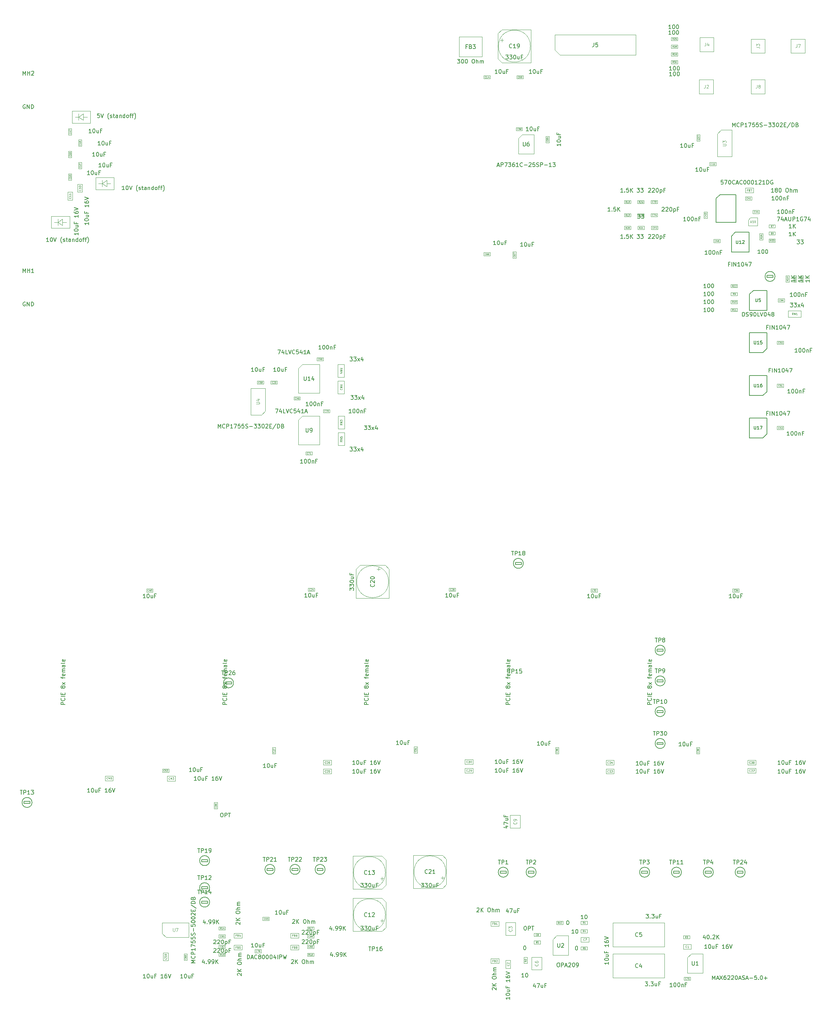
<source format=gbr>
G04 #@! TF.GenerationSoftware,KiCad,Pcbnew,(5.1.5)-3*
G04 #@! TF.CreationDate,2020-07-24T16:39:48-04:00*
G04 #@! TF.ProjectId,main_board,6d61696e-5f62-46f6-9172-642e6b696361,rev?*
G04 #@! TF.SameCoordinates,Original*
G04 #@! TF.FileFunction,Other,Fab,Top*
%FSLAX46Y46*%
G04 Gerber Fmt 4.6, Leading zero omitted, Abs format (unit mm)*
G04 Created by KiCad (PCBNEW (5.1.5)-3) date 2020-07-24 16:39:48*
%MOMM*%
%LPD*%
G04 APERTURE LIST*
%ADD10C,0.100000*%
%ADD11C,0.150000*%
%ADD12C,0.060000*%
%ADD13C,0.120000*%
%ADD14C,0.080000*%
%ADD15C,0.075000*%
G04 APERTURE END LIST*
D10*
X93600000Y-270900000D02*
X95200000Y-270900000D01*
X93600000Y-271700000D02*
X93600000Y-270900000D01*
X95200000Y-271700000D02*
X93600000Y-271700000D01*
X95200000Y-270900000D02*
X95200000Y-271700000D01*
D11*
X196650000Y-219200000D02*
G75*
G03X196650000Y-219200000I-1250000J0D01*
G01*
X194650000Y-219450000D02*
X194650000Y-218950000D01*
X196150000Y-219450000D02*
X194650000Y-219450000D01*
X196150000Y-218950000D02*
X196150000Y-219450000D01*
X194650000Y-218950000D02*
X196150000Y-218950000D01*
X88250000Y-204000000D02*
G75*
G03X88250000Y-204000000I-1250000J0D01*
G01*
X86250000Y-204250000D02*
X86250000Y-203750000D01*
X87750000Y-204250000D02*
X86250000Y-204250000D01*
X87750000Y-203750000D02*
X87750000Y-204250000D01*
X86250000Y-203750000D02*
X87750000Y-203750000D01*
X216750000Y-251500000D02*
G75*
G03X216750000Y-251500000I-1250000J0D01*
G01*
X214750000Y-251750000D02*
X214750000Y-251250000D01*
X216250000Y-251750000D02*
X214750000Y-251750000D01*
X216250000Y-251250000D02*
X216250000Y-251750000D01*
X214750000Y-251250000D02*
X216250000Y-251250000D01*
X200750000Y-251500000D02*
G75*
G03X200750000Y-251500000I-1250000J0D01*
G01*
X198750000Y-251750000D02*
X198750000Y-251250000D01*
X200250000Y-251750000D02*
X198750000Y-251750000D01*
X200250000Y-251250000D02*
X200250000Y-251750000D01*
X198750000Y-251250000D02*
X200250000Y-251250000D01*
X208750000Y-251500000D02*
G75*
G03X208750000Y-251500000I-1250000J0D01*
G01*
X206750000Y-251750000D02*
X206750000Y-251250000D01*
X208250000Y-251750000D02*
X206750000Y-251750000D01*
X208250000Y-251250000D02*
X208250000Y-251750000D01*
X206750000Y-251250000D02*
X208250000Y-251250000D01*
X192750000Y-251500000D02*
G75*
G03X192750000Y-251500000I-1250000J0D01*
G01*
X190750000Y-251750000D02*
X190750000Y-251250000D01*
X192250000Y-251750000D02*
X190750000Y-251750000D01*
X192250000Y-251250000D02*
X192250000Y-251750000D01*
X190750000Y-251250000D02*
X192250000Y-251250000D01*
D10*
X199800000Y-48600000D02*
X198200000Y-48600000D01*
X199800000Y-47800000D02*
X199800000Y-48600000D01*
X198200000Y-47800000D02*
X199800000Y-47800000D01*
X198200000Y-48600000D02*
X198200000Y-47800000D01*
X199800000Y-46666666D02*
X198200000Y-46666666D01*
X199800000Y-45866666D02*
X199800000Y-46666666D01*
X198200000Y-45866666D02*
X199800000Y-45866666D01*
X198200000Y-46666666D02*
X198200000Y-45866666D01*
X199800000Y-44733333D02*
X198200000Y-44733333D01*
X199800000Y-43933333D02*
X199800000Y-44733333D01*
X198200000Y-43933333D02*
X199800000Y-43933333D01*
X198200000Y-44733333D02*
X198200000Y-43933333D01*
X199800000Y-42800000D02*
X198200000Y-42800000D01*
X199800000Y-42000000D02*
X199800000Y-42800000D01*
X198200000Y-42000000D02*
X199800000Y-42000000D01*
X198200000Y-42800000D02*
X198200000Y-42000000D01*
X170200000Y-46470000D02*
X168930000Y-45200000D01*
X189250000Y-46470000D02*
X170200000Y-46470000D01*
X189250000Y-41390000D02*
X189250000Y-46470000D01*
X168930000Y-41390000D02*
X189250000Y-41390000D01*
X168930000Y-45200000D02*
X168930000Y-41390000D01*
D11*
X111250000Y-250800000D02*
G75*
G03X111250000Y-250800000I-1250000J0D01*
G01*
X109250000Y-251050000D02*
X109250000Y-250550000D01*
X110750000Y-251050000D02*
X109250000Y-251050000D01*
X110750000Y-250550000D02*
X110750000Y-251050000D01*
X109250000Y-250550000D02*
X110750000Y-250550000D01*
X104950000Y-250800000D02*
G75*
G03X104950000Y-250800000I-1250000J0D01*
G01*
X102950000Y-251050000D02*
X102950000Y-250550000D01*
X104450000Y-251050000D02*
X102950000Y-251050000D01*
X104450000Y-250550000D02*
X104450000Y-251050000D01*
X102950000Y-250550000D02*
X104450000Y-250550000D01*
X98650000Y-250800000D02*
G75*
G03X98650000Y-250800000I-1250000J0D01*
G01*
X96650000Y-251050000D02*
X96650000Y-250550000D01*
X98150000Y-251050000D02*
X96650000Y-251050000D01*
X98150000Y-250550000D02*
X98150000Y-251050000D01*
X96650000Y-250550000D02*
X98150000Y-250550000D01*
X224250000Y-102000000D02*
G75*
G03X224250000Y-102000000I-1250000J0D01*
G01*
X222250000Y-102250000D02*
X222250000Y-101750000D01*
X223750000Y-102250000D02*
X222250000Y-102250000D01*
X223750000Y-101750000D02*
X223750000Y-102250000D01*
X222250000Y-101750000D02*
X223750000Y-101750000D01*
X82250000Y-248600000D02*
G75*
G03X82250000Y-248600000I-1250000J0D01*
G01*
X80250000Y-248850000D02*
X80250000Y-248350000D01*
X81750000Y-248850000D02*
X80250000Y-248850000D01*
X81750000Y-248350000D02*
X81750000Y-248850000D01*
X80250000Y-248350000D02*
X81750000Y-248350000D01*
X161050000Y-174000000D02*
G75*
G03X161050000Y-174000000I-1250000J0D01*
G01*
X159050000Y-174250000D02*
X159050000Y-173750000D01*
X160550000Y-174250000D02*
X159050000Y-174250000D01*
X160550000Y-173750000D02*
X160550000Y-174250000D01*
X159050000Y-173750000D02*
X160550000Y-173750000D01*
X82250000Y-259000000D02*
G75*
G03X82250000Y-259000000I-1250000J0D01*
G01*
X80250000Y-259250000D02*
X80250000Y-258750000D01*
X81750000Y-259250000D02*
X80250000Y-259250000D01*
X81750000Y-258750000D02*
X81750000Y-259250000D01*
X80250000Y-258750000D02*
X81750000Y-258750000D01*
X37650000Y-234000000D02*
G75*
G03X37650000Y-234000000I-1250000J0D01*
G01*
X35650000Y-234250000D02*
X35650000Y-233750000D01*
X37150000Y-234250000D02*
X35650000Y-234250000D01*
X37150000Y-233750000D02*
X37150000Y-234250000D01*
X35650000Y-233750000D02*
X37150000Y-233750000D01*
X82250000Y-255400000D02*
G75*
G03X82250000Y-255400000I-1250000J0D01*
G01*
X80250000Y-255650000D02*
X80250000Y-255150000D01*
X81750000Y-255650000D02*
X80250000Y-255650000D01*
X81750000Y-255150000D02*
X81750000Y-255650000D01*
X80250000Y-255150000D02*
X81750000Y-255150000D01*
X196650000Y-211200000D02*
G75*
G03X196650000Y-211200000I-1250000J0D01*
G01*
X194650000Y-211450000D02*
X194650000Y-210950000D01*
X196150000Y-211450000D02*
X194650000Y-211450000D01*
X196150000Y-210950000D02*
X196150000Y-211450000D01*
X194650000Y-210950000D02*
X196150000Y-210950000D01*
X196650000Y-203500000D02*
G75*
G03X196650000Y-203500000I-1250000J0D01*
G01*
X194650000Y-203750000D02*
X194650000Y-203250000D01*
X196150000Y-203750000D02*
X194650000Y-203750000D01*
X196150000Y-203250000D02*
X196150000Y-203750000D01*
X194650000Y-203250000D02*
X196150000Y-203250000D01*
X196650000Y-195800000D02*
G75*
G03X196650000Y-195800000I-1250000J0D01*
G01*
X194650000Y-196050000D02*
X194650000Y-195550000D01*
X196150000Y-196050000D02*
X194650000Y-196050000D01*
X196150000Y-195550000D02*
X196150000Y-196050000D01*
X194650000Y-195550000D02*
X196150000Y-195550000D01*
X164250000Y-251500000D02*
G75*
G03X164250000Y-251500000I-1250000J0D01*
G01*
X162250000Y-251750000D02*
X162250000Y-251250000D01*
X163750000Y-251750000D02*
X162250000Y-251750000D01*
X163750000Y-251250000D02*
X163750000Y-251750000D01*
X162250000Y-251250000D02*
X163750000Y-251250000D01*
X157250000Y-251500000D02*
G75*
G03X157250000Y-251500000I-1250000J0D01*
G01*
X155250000Y-251750000D02*
X155250000Y-251250000D01*
X156750000Y-251750000D02*
X155250000Y-251750000D01*
X156750000Y-251250000D02*
X156750000Y-251750000D01*
X155250000Y-251250000D02*
X156750000Y-251250000D01*
D10*
X220400000Y-92800000D02*
X220400000Y-91200000D01*
X221200000Y-92800000D02*
X220400000Y-92800000D01*
X221200000Y-91200000D02*
X221200000Y-92800000D01*
X220400000Y-91200000D02*
X221200000Y-91200000D01*
X222700000Y-92600000D02*
X224300000Y-92600000D01*
X222700000Y-93400000D02*
X222700000Y-92600000D01*
X224300000Y-93400000D02*
X222700000Y-93400000D01*
X224300000Y-92600000D02*
X224300000Y-93400000D01*
X205345000Y-45580000D02*
X208855000Y-45580000D01*
X205345000Y-42070000D02*
X208855000Y-42070000D01*
X208855000Y-42070000D02*
X208855000Y-45580000D01*
X205345000Y-42070000D02*
X205345000Y-45580000D01*
X203000000Y-278600000D02*
X201400000Y-278600000D01*
X203000000Y-277800000D02*
X203000000Y-278600000D01*
X201400000Y-277800000D02*
X203000000Y-277800000D01*
X201400000Y-278600000D02*
X201400000Y-277800000D01*
X179612500Y-181200000D02*
X178012500Y-181200000D01*
X179612500Y-180400000D02*
X179612500Y-181200000D01*
X178012500Y-180400000D02*
X179612500Y-180400000D01*
X178012500Y-181200000D02*
X178012500Y-180400000D01*
X216800000Y-79800000D02*
X218800000Y-79800000D01*
X216800000Y-81000000D02*
X216800000Y-79800000D01*
X218800000Y-81000000D02*
X216800000Y-81000000D01*
X218800000Y-79800000D02*
X218800000Y-81000000D01*
X150650000Y-46900000D02*
X144950000Y-46900000D01*
X150650000Y-41900000D02*
X150650000Y-46900000D01*
X144950000Y-41900000D02*
X150650000Y-41900000D01*
X144950000Y-46900000D02*
X144950000Y-41900000D01*
X163150000Y-276000000D02*
X163150000Y-272800000D01*
X165650000Y-276000000D02*
X163150000Y-276000000D01*
X165650000Y-272800000D02*
X165650000Y-276000000D01*
X163150000Y-272800000D02*
X165650000Y-272800000D01*
X214800000Y-104800000D02*
X213200000Y-104800000D01*
X214800000Y-104000000D02*
X214800000Y-104800000D01*
X213200000Y-104000000D02*
X214800000Y-104000000D01*
X213200000Y-104800000D02*
X213200000Y-104000000D01*
X95600000Y-262800000D02*
X97200000Y-262800000D01*
X95600000Y-263600000D02*
X95600000Y-262800000D01*
X97200000Y-263600000D02*
X95600000Y-263600000D01*
X97200000Y-262800000D02*
X97200000Y-263600000D01*
X94200000Y-128200000D02*
X95800000Y-128200000D01*
X94200000Y-129000000D02*
X94200000Y-128200000D01*
X95800000Y-129000000D02*
X94200000Y-129000000D01*
X95800000Y-128200000D02*
X95800000Y-129000000D01*
X205400000Y-66400000D02*
X205400000Y-68000000D01*
X204600000Y-66400000D02*
X205400000Y-66400000D01*
X204600000Y-68000000D02*
X204600000Y-66400000D01*
X205400000Y-68000000D02*
X204600000Y-68000000D01*
X70400000Y-225600000D02*
X72000000Y-225600000D01*
X70400000Y-226400000D02*
X70400000Y-225600000D01*
X72000000Y-226400000D02*
X70400000Y-226400000D01*
X72000000Y-225600000D02*
X72000000Y-226400000D01*
X47600000Y-64880000D02*
X47600000Y-66480000D01*
X46800000Y-64880000D02*
X47600000Y-64880000D01*
X46800000Y-66480000D02*
X46800000Y-64880000D01*
X47600000Y-66480000D02*
X46800000Y-66480000D01*
X68000000Y-181200000D02*
X66400000Y-181200000D01*
X68000000Y-180400000D02*
X68000000Y-181200000D01*
X66400000Y-180400000D02*
X68000000Y-180400000D01*
X66400000Y-181200000D02*
X66400000Y-180400000D01*
X204500000Y-221800000D02*
X204500000Y-220200000D01*
X205300000Y-221800000D02*
X204500000Y-221800000D01*
X205300000Y-220200000D02*
X205300000Y-221800000D01*
X204500000Y-220200000D02*
X205300000Y-220200000D01*
X215212500Y-181200000D02*
X213612500Y-181200000D01*
X215212500Y-180400000D02*
X215212500Y-181200000D01*
X213612500Y-180400000D02*
X215212500Y-180400000D01*
X213612500Y-181200000D02*
X213612500Y-180400000D01*
X169100000Y-221800000D02*
X169100000Y-220200000D01*
X169900000Y-221800000D02*
X169100000Y-221800000D01*
X169900000Y-220200000D02*
X169900000Y-221800000D01*
X169100000Y-220200000D02*
X169900000Y-220200000D01*
X133600000Y-221600000D02*
X133600000Y-220000000D01*
X134400000Y-221600000D02*
X133600000Y-221600000D01*
X134400000Y-220000000D02*
X134400000Y-221600000D01*
X133600000Y-220000000D02*
X134400000Y-220000000D01*
X143987500Y-181000000D02*
X142387500Y-181000000D01*
X143987500Y-180200000D02*
X143987500Y-181000000D01*
X142387500Y-180200000D02*
X143987500Y-180200000D01*
X142387500Y-181000000D02*
X142387500Y-180200000D01*
X98000000Y-221800000D02*
X98000000Y-220200000D01*
X98800000Y-221800000D02*
X98000000Y-221800000D01*
X98800000Y-220200000D02*
X98800000Y-221800000D01*
X98000000Y-220200000D02*
X98800000Y-220200000D01*
X108600000Y-181000000D02*
X107000000Y-181000000D01*
X108600000Y-180200000D02*
X108600000Y-181000000D01*
X107000000Y-180200000D02*
X108600000Y-180200000D01*
X107000000Y-181000000D02*
X107000000Y-180200000D01*
X47600000Y-76213332D02*
X47600000Y-77813332D01*
X46800000Y-76213332D02*
X47600000Y-76213332D01*
X46800000Y-77813332D02*
X46800000Y-76213332D01*
X47600000Y-77813332D02*
X46800000Y-77813332D01*
X50100000Y-73379999D02*
X50100000Y-74979999D01*
X49300000Y-73379999D02*
X50100000Y-73379999D01*
X49300000Y-74979999D02*
X49300000Y-73379999D01*
X50100000Y-74979999D02*
X49300000Y-74979999D01*
X47600000Y-70546666D02*
X47600000Y-72146666D01*
X46800000Y-70546666D02*
X47600000Y-70546666D01*
X46800000Y-72146666D02*
X46800000Y-70546666D01*
X47600000Y-72146666D02*
X46800000Y-72146666D01*
X50100000Y-67713333D02*
X50100000Y-69313333D01*
X49300000Y-67713333D02*
X50100000Y-67713333D01*
X49300000Y-69313333D02*
X49300000Y-67713333D01*
X50100000Y-69313333D02*
X49300000Y-69313333D01*
X103400000Y-132200000D02*
X105000000Y-132200000D01*
X103400000Y-133000000D02*
X103400000Y-132200000D01*
X105000000Y-133000000D02*
X103400000Y-133000000D01*
X105000000Y-132200000D02*
X105000000Y-133000000D01*
X227800000Y-101800000D02*
X227800000Y-103400000D01*
X227000000Y-101800000D02*
X227800000Y-101800000D01*
X227000000Y-103400000D02*
X227000000Y-101800000D01*
X227800000Y-103400000D02*
X227000000Y-103400000D01*
X221755000Y-45955000D02*
X221755000Y-42445000D01*
X218245000Y-45955000D02*
X218245000Y-42445000D01*
X218245000Y-42445000D02*
X221755000Y-42445000D01*
X218245000Y-45955000D02*
X221755000Y-45955000D01*
X186412500Y-89400000D02*
X188012500Y-89400000D01*
X186412500Y-90200000D02*
X186412500Y-89400000D01*
X188012500Y-90200000D02*
X186412500Y-90200000D01*
X188012500Y-89400000D02*
X188012500Y-90200000D01*
X189800000Y-89400000D02*
X191400000Y-89400000D01*
X189800000Y-90200000D02*
X189800000Y-89400000D01*
X191400000Y-90200000D02*
X189800000Y-90200000D01*
X191400000Y-89400000D02*
X191400000Y-90200000D01*
X189750000Y-82900000D02*
X191350000Y-82900000D01*
X189750000Y-83700000D02*
X189750000Y-82900000D01*
X191350000Y-83700000D02*
X189750000Y-83700000D01*
X191350000Y-82900000D02*
X191350000Y-83700000D01*
X189750000Y-86200000D02*
X191350000Y-86200000D01*
X189750000Y-87000000D02*
X189750000Y-86200000D01*
X191350000Y-87000000D02*
X189750000Y-87000000D01*
X191350000Y-86200000D02*
X191350000Y-87000000D01*
X186400000Y-82900000D02*
X188000000Y-82900000D01*
X186400000Y-83700000D02*
X186400000Y-82900000D01*
X188000000Y-83700000D02*
X186400000Y-83700000D01*
X188000000Y-82900000D02*
X188000000Y-83700000D01*
X186400000Y-86200000D02*
X188000000Y-86200000D01*
X186400000Y-87000000D02*
X186400000Y-86200000D01*
X188000000Y-87000000D02*
X186400000Y-87000000D01*
X188000000Y-86200000D02*
X188000000Y-87000000D01*
X193100000Y-86200000D02*
X194700000Y-86200000D01*
X193100000Y-87000000D02*
X193100000Y-86200000D01*
X194700000Y-87000000D02*
X193100000Y-87000000D01*
X194700000Y-86200000D02*
X194700000Y-87000000D01*
X193100000Y-82900000D02*
X194700000Y-82900000D01*
X193100000Y-83700000D02*
X193100000Y-82900000D01*
X194700000Y-83700000D02*
X193100000Y-83700000D01*
X194700000Y-82900000D02*
X194700000Y-83700000D01*
X193200000Y-89400000D02*
X194800000Y-89400000D01*
X193200000Y-90200000D02*
X193200000Y-89400000D01*
X194800000Y-90200000D02*
X193200000Y-90200000D01*
X194800000Y-89400000D02*
X194800000Y-90200000D01*
X105570000Y-137020000D02*
X109870000Y-137020000D01*
X109870000Y-137020000D02*
X109870000Y-144220000D01*
X109870000Y-144220000D02*
X104570000Y-144220000D01*
X104570000Y-144220000D02*
X104570000Y-138020000D01*
X104570000Y-138020000D02*
X105570000Y-137020000D01*
X114520000Y-144400000D02*
X114520000Y-141200000D01*
X116120000Y-144400000D02*
X114520000Y-144400000D01*
X116120000Y-141200000D02*
X116120000Y-144400000D01*
X114520000Y-141200000D02*
X116120000Y-141200000D01*
X114520000Y-140220000D02*
X114520000Y-137020000D01*
X116120000Y-140220000D02*
X114520000Y-140220000D01*
X116120000Y-137020000D02*
X116120000Y-140220000D01*
X114520000Y-137020000D02*
X116120000Y-137020000D01*
X106400000Y-146000000D02*
X108000000Y-146000000D01*
X106400000Y-146800000D02*
X106400000Y-146000000D01*
X108000000Y-146800000D02*
X106400000Y-146800000D01*
X108000000Y-146000000D02*
X108000000Y-146800000D01*
X112400000Y-136200000D02*
X110800000Y-136200000D01*
X112400000Y-135400000D02*
X112400000Y-136200000D01*
X110800000Y-135400000D02*
X112400000Y-135400000D01*
X110800000Y-136200000D02*
X110800000Y-135400000D01*
X159400000Y-52400000D02*
X159400000Y-51600000D01*
X159400000Y-51600000D02*
X161000000Y-51600000D01*
X161000000Y-51600000D02*
X161000000Y-52400000D01*
X161000000Y-52400000D02*
X159400000Y-52400000D01*
X151100000Y-96800000D02*
X151100000Y-96000000D01*
X151100000Y-96000000D02*
X152700000Y-96000000D01*
X152700000Y-96000000D02*
X152700000Y-96800000D01*
X152700000Y-96800000D02*
X151100000Y-96800000D01*
X159200000Y-97400000D02*
X158400000Y-97400000D01*
X158400000Y-97400000D02*
X158400000Y-95800000D01*
X158400000Y-95800000D02*
X159200000Y-95800000D01*
X159200000Y-95800000D02*
X159200000Y-97400000D01*
X151100000Y-52400000D02*
X151100000Y-51600000D01*
X151100000Y-51600000D02*
X152700000Y-51600000D01*
X152700000Y-51600000D02*
X152700000Y-52400000D01*
X152700000Y-52400000D02*
X151100000Y-52400000D01*
X84200000Y-235600000D02*
X83400000Y-235600000D01*
X83400000Y-235600000D02*
X83400000Y-234000000D01*
X83400000Y-234000000D02*
X84200000Y-234000000D01*
X84200000Y-234000000D02*
X84200000Y-235600000D01*
X71320000Y-267880000D02*
X70320000Y-266880000D01*
X71320000Y-267880000D02*
X77020000Y-267880000D01*
X70320000Y-266880000D02*
X70320000Y-264180000D01*
X77020000Y-267880000D02*
X77020000Y-264180000D01*
X70320000Y-264180000D02*
X77020000Y-264180000D01*
X114440000Y-128200000D02*
X116040000Y-128200000D01*
X116040000Y-128200000D02*
X116040000Y-131400000D01*
X116040000Y-131400000D02*
X114440000Y-131400000D01*
X114440000Y-131400000D02*
X114440000Y-128200000D01*
X106800000Y-266000000D02*
X106800000Y-265200000D01*
X106800000Y-265200000D02*
X108400000Y-265200000D01*
X108400000Y-265200000D02*
X108400000Y-266000000D01*
X108400000Y-266000000D02*
X106800000Y-266000000D01*
X106800000Y-272600000D02*
X106800000Y-271800000D01*
X106800000Y-271800000D02*
X108400000Y-271800000D01*
X108400000Y-271800000D02*
X108400000Y-272600000D01*
X108400000Y-272600000D02*
X106800000Y-272600000D01*
X84600000Y-272600000D02*
X84600000Y-271800000D01*
X84600000Y-271800000D02*
X86200000Y-271800000D01*
X86200000Y-271800000D02*
X86200000Y-272600000D01*
X86200000Y-272600000D02*
X84600000Y-272600000D01*
X84600000Y-266000000D02*
X84600000Y-265200000D01*
X84600000Y-265200000D02*
X86200000Y-265200000D01*
X86200000Y-265200000D02*
X86200000Y-266000000D01*
X86200000Y-266000000D02*
X84600000Y-266000000D01*
X102600000Y-271000000D02*
X102600000Y-269800000D01*
X102600000Y-269800000D02*
X104600000Y-269800000D01*
X104600000Y-269800000D02*
X104600000Y-271000000D01*
X104600000Y-271000000D02*
X102600000Y-271000000D01*
X102600000Y-268000000D02*
X102600000Y-266800000D01*
X102600000Y-266800000D02*
X104600000Y-266800000D01*
X104600000Y-266800000D02*
X104600000Y-268000000D01*
X104600000Y-268000000D02*
X102600000Y-268000000D01*
X90400000Y-269800000D02*
X90400000Y-271000000D01*
X90400000Y-271000000D02*
X88400000Y-271000000D01*
X88400000Y-271000000D02*
X88400000Y-269800000D01*
X88400000Y-269800000D02*
X90400000Y-269800000D01*
X90400000Y-266800000D02*
X90400000Y-268000000D01*
X90400000Y-268000000D02*
X88400000Y-268000000D01*
X88400000Y-268000000D02*
X88400000Y-266800000D01*
X88400000Y-266800000D02*
X90400000Y-266800000D01*
X108400000Y-269800000D02*
X108400000Y-270600000D01*
X108400000Y-270600000D02*
X106800000Y-270600000D01*
X106800000Y-270600000D02*
X106800000Y-269800000D01*
X106800000Y-269800000D02*
X108400000Y-269800000D01*
X108400000Y-267200000D02*
X108400000Y-268000000D01*
X108400000Y-268000000D02*
X106800000Y-268000000D01*
X106800000Y-268000000D02*
X106800000Y-267200000D01*
X106800000Y-267200000D02*
X108400000Y-267200000D01*
X84600000Y-270600000D02*
X84600000Y-269800000D01*
X84600000Y-269800000D02*
X86200000Y-269800000D01*
X86200000Y-269800000D02*
X86200000Y-270600000D01*
X86200000Y-270600000D02*
X84600000Y-270600000D01*
X84600000Y-268000000D02*
X84600000Y-267200000D01*
X84600000Y-267200000D02*
X86200000Y-267200000D01*
X86200000Y-267200000D02*
X86200000Y-268000000D01*
X86200000Y-268000000D02*
X84600000Y-268000000D01*
X75800000Y-272000000D02*
X76600000Y-272000000D01*
X76600000Y-272000000D02*
X76600000Y-273600000D01*
X76600000Y-273600000D02*
X75800000Y-273600000D01*
X75800000Y-273600000D02*
X75800000Y-272000000D01*
X71820000Y-273700000D02*
X70620000Y-273700000D01*
X70620000Y-273700000D02*
X70620000Y-271700000D01*
X70620000Y-271700000D02*
X71820000Y-271700000D01*
X71820000Y-271700000D02*
X71820000Y-273700000D01*
X169400000Y-264600000D02*
X169400000Y-263800000D01*
X169400000Y-263800000D02*
X171000000Y-263800000D01*
X171000000Y-263800000D02*
X171000000Y-264600000D01*
X171000000Y-264600000D02*
X169400000Y-264600000D01*
X160775000Y-66380000D02*
X163700000Y-66380000D01*
X163700000Y-66380000D02*
X163700000Y-71280000D01*
X163700000Y-71280000D02*
X159800000Y-71280000D01*
X159800000Y-71280000D02*
X159800000Y-67355000D01*
X159800000Y-67355000D02*
X160775000Y-66380000D01*
D11*
X218800000Y-105500000D02*
X222200000Y-105500000D01*
X222200000Y-105500000D02*
X222200000Y-110500000D01*
X222200000Y-110500000D02*
X217800000Y-110500000D01*
X217800000Y-110500000D02*
X217800000Y-106500000D01*
X217800000Y-106500000D02*
X218800000Y-105500000D01*
D10*
X96270000Y-135750000D02*
X95270000Y-136750000D01*
X96270000Y-135750000D02*
X96270000Y-130050000D01*
X95270000Y-136750000D02*
X92570000Y-136750000D01*
X96270000Y-130050000D02*
X92570000Y-130050000D01*
X92570000Y-136750000D02*
X92570000Y-130050000D01*
X209750000Y-66250000D02*
X210750000Y-65250000D01*
X209750000Y-66250000D02*
X209750000Y-71950000D01*
X210750000Y-65250000D02*
X213450000Y-65250000D01*
X209750000Y-71950000D02*
X213450000Y-71950000D01*
X213450000Y-65250000D02*
X213450000Y-71950000D01*
X169425000Y-267450000D02*
X172350000Y-267450000D01*
X172350000Y-267450000D02*
X172350000Y-272350000D01*
X172350000Y-272350000D02*
X168450000Y-272350000D01*
X168450000Y-272350000D02*
X168450000Y-268425000D01*
X168450000Y-268425000D02*
X169425000Y-267450000D01*
X203225000Y-271950000D02*
X206150000Y-271950000D01*
X206150000Y-271950000D02*
X206150000Y-276850000D01*
X206150000Y-276850000D02*
X202250000Y-276850000D01*
X202250000Y-276850000D02*
X202250000Y-272925000D01*
X202250000Y-272925000D02*
X203225000Y-271950000D01*
X230800000Y-110600000D02*
X230800000Y-112200000D01*
X230800000Y-112200000D02*
X227600000Y-112200000D01*
X227600000Y-112200000D02*
X227600000Y-110600000D01*
X227600000Y-110600000D02*
X230800000Y-110600000D01*
X213200000Y-110800000D02*
X213200000Y-110000000D01*
X213200000Y-110000000D02*
X214800000Y-110000000D01*
X214800000Y-110000000D02*
X214800000Y-110800000D01*
X214800000Y-110800000D02*
X213200000Y-110800000D01*
X213200000Y-108800000D02*
X213200000Y-108000000D01*
X213200000Y-108000000D02*
X214800000Y-108000000D01*
X214800000Y-108000000D02*
X214800000Y-108800000D01*
X214800000Y-108800000D02*
X213200000Y-108800000D01*
X213200000Y-106800000D02*
X213200000Y-106000000D01*
X213200000Y-106000000D02*
X214800000Y-106000000D01*
X214800000Y-106000000D02*
X214800000Y-106800000D01*
X214800000Y-106800000D02*
X213200000Y-106800000D01*
X222700000Y-91600000D02*
X222700000Y-90800000D01*
X222700000Y-90800000D02*
X224300000Y-90800000D01*
X224300000Y-90800000D02*
X224300000Y-91600000D01*
X224300000Y-91600000D02*
X222700000Y-91600000D01*
X222700000Y-89800000D02*
X222700000Y-89000000D01*
X222700000Y-89000000D02*
X224300000Y-89000000D01*
X224300000Y-89000000D02*
X224300000Y-89800000D01*
X224300000Y-89800000D02*
X222700000Y-89800000D01*
X177100000Y-270200000D02*
X177100000Y-271000000D01*
X177100000Y-271000000D02*
X175500000Y-271000000D01*
X175500000Y-271000000D02*
X175500000Y-270200000D01*
X175500000Y-270200000D02*
X177100000Y-270200000D01*
X163700000Y-269500000D02*
X163700000Y-268700000D01*
X163700000Y-268700000D02*
X165300000Y-268700000D01*
X165300000Y-268700000D02*
X165300000Y-269500000D01*
X165300000Y-269500000D02*
X163700000Y-269500000D01*
X175500000Y-266700000D02*
X175500000Y-265900000D01*
X175500000Y-265900000D02*
X177100000Y-265900000D01*
X177100000Y-265900000D02*
X177100000Y-266700000D01*
X177100000Y-266700000D02*
X175500000Y-266700000D01*
X201200000Y-268200000D02*
X201200000Y-267400000D01*
X201200000Y-267400000D02*
X202800000Y-267400000D01*
X202800000Y-267400000D02*
X202800000Y-268200000D01*
X202800000Y-268200000D02*
X201200000Y-268200000D01*
X161200000Y-272800000D02*
X162000000Y-272800000D01*
X162000000Y-272800000D02*
X162000000Y-274400000D01*
X162000000Y-274400000D02*
X161200000Y-274400000D01*
X161200000Y-274400000D02*
X161200000Y-272800000D01*
X177100000Y-263800000D02*
X177100000Y-264600000D01*
X177100000Y-264600000D02*
X175500000Y-264600000D01*
X175500000Y-264600000D02*
X175500000Y-263800000D01*
X175500000Y-263800000D02*
X177100000Y-263800000D01*
X205245000Y-52645000D02*
X205245000Y-56155000D01*
X208755000Y-52645000D02*
X208755000Y-56155000D01*
X205245000Y-52645000D02*
X208755000Y-52645000D01*
X205245000Y-56155000D02*
X208755000Y-56155000D01*
X152900000Y-274400000D02*
X152900000Y-273200000D01*
X152900000Y-273200000D02*
X154900000Y-273200000D01*
X154900000Y-273200000D02*
X154900000Y-274400000D01*
X154900000Y-274400000D02*
X152900000Y-274400000D01*
X152900000Y-265020000D02*
X152900000Y-263820000D01*
X152900000Y-263820000D02*
X154900000Y-263820000D01*
X154900000Y-263820000D02*
X154900000Y-265020000D01*
X154900000Y-265020000D02*
X152900000Y-265020000D01*
X52300000Y-63500000D02*
X47700000Y-63500000D01*
X47700000Y-63500000D02*
X47700000Y-60500000D01*
X52300000Y-60500000D02*
X52300000Y-63500000D01*
X52300000Y-60500000D02*
X47700000Y-60500000D01*
X49350560Y-62001020D02*
X48448860Y-62001020D01*
X50501180Y-62001020D02*
X51499400Y-62001020D01*
X49350560Y-61200920D02*
X49350560Y-62801120D01*
X50501180Y-62750320D02*
X50501180Y-61200920D01*
X49350560Y-62001020D02*
X50501180Y-62750320D01*
X49350560Y-62001020D02*
X50501180Y-61200920D01*
X47100000Y-89900000D02*
X42500000Y-89900000D01*
X42500000Y-89900000D02*
X42500000Y-86900000D01*
X47100000Y-86900000D02*
X47100000Y-89900000D01*
X47100000Y-86900000D02*
X42500000Y-86900000D01*
X44150560Y-88401020D02*
X43248860Y-88401020D01*
X45301180Y-88401020D02*
X46299400Y-88401020D01*
X44150560Y-87600920D02*
X44150560Y-89201120D01*
X45301180Y-89150320D02*
X45301180Y-87600920D01*
X44150560Y-88401020D02*
X45301180Y-89150320D01*
X44150560Y-88401020D02*
X45301180Y-87600920D01*
X58220000Y-80180000D02*
X53620000Y-80180000D01*
X53620000Y-80180000D02*
X53620000Y-77180000D01*
X58220000Y-77180000D02*
X58220000Y-80180000D01*
X58220000Y-77180000D02*
X53620000Y-77180000D01*
X55270560Y-78681020D02*
X54368860Y-78681020D01*
X56421180Y-78681020D02*
X57419400Y-78681020D01*
X55270560Y-77880920D02*
X55270560Y-79481120D01*
X56421180Y-79430320D02*
X56421180Y-77880920D01*
X55270560Y-78681020D02*
X56421180Y-79430320D01*
X55270560Y-78681020D02*
X56421180Y-77880920D01*
X159200000Y-65400000D02*
X159200000Y-64600000D01*
X159200000Y-64600000D02*
X160800000Y-64600000D01*
X160800000Y-64600000D02*
X160800000Y-65400000D01*
X160800000Y-65400000D02*
X159200000Y-65400000D01*
X166700000Y-66840000D02*
X167500000Y-66840000D01*
X167500000Y-66840000D02*
X167500000Y-68440000D01*
X167500000Y-68440000D02*
X166700000Y-68440000D01*
X166700000Y-68440000D02*
X166700000Y-66840000D01*
X225000000Y-108400000D02*
X225000000Y-107600000D01*
X225000000Y-107600000D02*
X226600000Y-107600000D01*
X226600000Y-107600000D02*
X226600000Y-108400000D01*
X226600000Y-108400000D02*
X225000000Y-108400000D01*
X56000000Y-228540000D02*
X56000000Y-227340000D01*
X56000000Y-227340000D02*
X58000000Y-227340000D01*
X58000000Y-227340000D02*
X58000000Y-228540000D01*
X58000000Y-228540000D02*
X56000000Y-228540000D01*
X73600000Y-227400000D02*
X73600000Y-228600000D01*
X73600000Y-228600000D02*
X71600000Y-228600000D01*
X71600000Y-228600000D02*
X71600000Y-227400000D01*
X71600000Y-227400000D02*
X73600000Y-227400000D01*
X219400000Y-223400000D02*
X219400000Y-224600000D01*
X219400000Y-224600000D02*
X217400000Y-224600000D01*
X217400000Y-224600000D02*
X217400000Y-223400000D01*
X217400000Y-223400000D02*
X219400000Y-223400000D01*
X219400000Y-225400000D02*
X219400000Y-226600000D01*
X219400000Y-226600000D02*
X217400000Y-226600000D01*
X217400000Y-226600000D02*
X217400000Y-225400000D01*
X217400000Y-225400000D02*
X219400000Y-225400000D01*
X183800000Y-223400000D02*
X183800000Y-224600000D01*
X183800000Y-224600000D02*
X181800000Y-224600000D01*
X181800000Y-224600000D02*
X181800000Y-223400000D01*
X181800000Y-223400000D02*
X183800000Y-223400000D01*
X183800000Y-225600000D02*
X183800000Y-226800000D01*
X183800000Y-226800000D02*
X181800000Y-226800000D01*
X181800000Y-226800000D02*
X181800000Y-225600000D01*
X181800000Y-225600000D02*
X183800000Y-225600000D01*
X148400000Y-223200000D02*
X148400000Y-224400000D01*
X148400000Y-224400000D02*
X146400000Y-224400000D01*
X146400000Y-224400000D02*
X146400000Y-223200000D01*
X146400000Y-223200000D02*
X148400000Y-223200000D01*
X148400000Y-225400000D02*
X148400000Y-226600000D01*
X148400000Y-226600000D02*
X146400000Y-226600000D01*
X146400000Y-226600000D02*
X146400000Y-225400000D01*
X146400000Y-225400000D02*
X148400000Y-225400000D01*
X112800000Y-223400000D02*
X112800000Y-224600000D01*
X112800000Y-224600000D02*
X110800000Y-224600000D01*
X110800000Y-224600000D02*
X110800000Y-223400000D01*
X110800000Y-223400000D02*
X112800000Y-223400000D01*
X112800000Y-225600000D02*
X112800000Y-226800000D01*
X112800000Y-226800000D02*
X110800000Y-226800000D01*
X110800000Y-226800000D02*
X110800000Y-225600000D01*
X110800000Y-225600000D02*
X112800000Y-225600000D01*
X97600000Y-129000000D02*
X97600000Y-128200000D01*
X97600000Y-128200000D02*
X99200000Y-128200000D01*
X99200000Y-128200000D02*
X99200000Y-129000000D01*
X99200000Y-129000000D02*
X97600000Y-129000000D01*
X207800000Y-74200000D02*
X207800000Y-73400000D01*
X207800000Y-73400000D02*
X209400000Y-73400000D01*
X209400000Y-73400000D02*
X209400000Y-74200000D01*
X209400000Y-74200000D02*
X207800000Y-74200000D01*
X141600000Y-251400000D02*
G75*
G03X141600000Y-251400000I-4000000J0D01*
G01*
X133450000Y-255550000D02*
X133450000Y-247250000D01*
X140750000Y-255550000D02*
X133450000Y-255550000D01*
X140750000Y-247250000D02*
X133450000Y-247250000D01*
X141750000Y-254550000D02*
X141750000Y-248250000D01*
X141750000Y-254550000D02*
X140750000Y-255550000D01*
X141750000Y-248250000D02*
X140750000Y-247250000D01*
X141162278Y-252900000D02*
X140362278Y-252900000D01*
X140762278Y-253300000D02*
X140762278Y-252500000D01*
X127200000Y-178600000D02*
G75*
G03X127200000Y-178600000I-4000000J0D01*
G01*
X127350000Y-182750000D02*
X119050000Y-182750000D01*
X127350000Y-175450000D02*
X127350000Y-182750000D01*
X119050000Y-175450000D02*
X119050000Y-182750000D01*
X126350000Y-174450000D02*
X120050000Y-174450000D01*
X126350000Y-174450000D02*
X127350000Y-175450000D01*
X120050000Y-174450000D02*
X119050000Y-175450000D01*
X124700000Y-175037722D02*
X124700000Y-175837722D01*
X125100000Y-175437722D02*
X124300000Y-175437722D01*
X162800000Y-44200000D02*
G75*
G03X162800000Y-44200000I-4000000J0D01*
G01*
X162950000Y-40050000D02*
X162950000Y-48350000D01*
X155650000Y-40050000D02*
X162950000Y-40050000D01*
X155650000Y-48350000D02*
X162950000Y-48350000D01*
X154650000Y-41050000D02*
X154650000Y-47350000D01*
X154650000Y-41050000D02*
X155650000Y-40050000D01*
X154650000Y-47350000D02*
X155650000Y-48350000D01*
X155237722Y-42700000D02*
X156037722Y-42700000D01*
X155637722Y-42300000D02*
X155637722Y-43100000D01*
X126400000Y-251600000D02*
G75*
G03X126400000Y-251600000I-4000000J0D01*
G01*
X118250000Y-255750000D02*
X118250000Y-247450000D01*
X125550000Y-255750000D02*
X118250000Y-255750000D01*
X125550000Y-247450000D02*
X118250000Y-247450000D01*
X126550000Y-254750000D02*
X126550000Y-248450000D01*
X126550000Y-254750000D02*
X125550000Y-255750000D01*
X126550000Y-248450000D02*
X125550000Y-247450000D01*
X125962278Y-253100000D02*
X125162278Y-253100000D01*
X125562278Y-253500000D02*
X125562278Y-252700000D01*
X126400000Y-262200000D02*
G75*
G03X126400000Y-262200000I-4000000J0D01*
G01*
X118250000Y-266350000D02*
X118250000Y-258050000D01*
X125550000Y-266350000D02*
X118250000Y-266350000D01*
X125550000Y-258050000D02*
X118250000Y-258050000D01*
X126550000Y-265350000D02*
X126550000Y-259050000D01*
X126550000Y-265350000D02*
X125550000Y-266350000D01*
X126550000Y-259050000D02*
X125550000Y-258050000D01*
X125962278Y-263700000D02*
X125162278Y-263700000D01*
X125562278Y-264100000D02*
X125562278Y-263300000D01*
X46600000Y-80800000D02*
X47800000Y-80800000D01*
X47800000Y-80800000D02*
X47800000Y-82800000D01*
X47800000Y-82800000D02*
X46600000Y-82800000D01*
X46600000Y-82800000D02*
X46600000Y-80800000D01*
X50300000Y-80846665D02*
X49100000Y-80846665D01*
X49100000Y-80846665D02*
X49100000Y-78846665D01*
X49100000Y-78846665D02*
X50300000Y-78846665D01*
X50300000Y-78846665D02*
X50300000Y-80846665D01*
X157750000Y-237200000D02*
X160250000Y-237200000D01*
X160250000Y-237200000D02*
X160250000Y-240400000D01*
X160250000Y-240400000D02*
X157750000Y-240400000D01*
X157750000Y-240400000D02*
X157750000Y-237200000D01*
X163700000Y-267600000D02*
X163700000Y-266800000D01*
X163700000Y-266800000D02*
X165300000Y-266800000D01*
X165300000Y-266800000D02*
X165300000Y-267600000D01*
X165300000Y-267600000D02*
X163700000Y-267600000D01*
X177500000Y-267800000D02*
X177500000Y-269000000D01*
X177500000Y-269000000D02*
X175500000Y-269000000D01*
X175500000Y-269000000D02*
X175500000Y-267800000D01*
X175500000Y-267800000D02*
X177500000Y-267800000D01*
X183500000Y-264200000D02*
X183500000Y-270200000D01*
X183500000Y-270200000D02*
X196500000Y-270200000D01*
X196500000Y-270200000D02*
X196500000Y-264200000D01*
X196500000Y-264200000D02*
X183500000Y-264200000D01*
X196500000Y-278000000D02*
X196500000Y-272000000D01*
X196500000Y-272000000D02*
X183500000Y-272000000D01*
X183500000Y-272000000D02*
X183500000Y-278000000D01*
X183500000Y-278000000D02*
X196500000Y-278000000D01*
X156580000Y-264150000D02*
X159080000Y-264150000D01*
X159080000Y-264150000D02*
X159080000Y-267350000D01*
X159080000Y-267350000D02*
X156580000Y-267350000D01*
X156580000Y-267350000D02*
X156580000Y-264150000D01*
X157800000Y-275600000D02*
X156600000Y-275600000D01*
X156600000Y-275600000D02*
X156600000Y-273600000D01*
X156600000Y-273600000D02*
X157800000Y-273600000D01*
X157800000Y-273600000D02*
X157800000Y-275600000D01*
X201200000Y-270800000D02*
X201200000Y-269600000D01*
X201200000Y-269600000D02*
X203200000Y-269600000D01*
X203200000Y-269600000D02*
X203200000Y-270800000D01*
X203200000Y-270800000D02*
X201200000Y-270800000D01*
D11*
X210440000Y-81450000D02*
X209440000Y-82450000D01*
X209440000Y-82450000D02*
X209440000Y-88450000D01*
X209440000Y-88450000D02*
X214440000Y-88450000D01*
X214440000Y-88450000D02*
X214440000Y-81450000D01*
X214440000Y-81450000D02*
X210440000Y-81450000D01*
D10*
X218100000Y-87250000D02*
X217550000Y-87800000D01*
X218100000Y-87250000D02*
X219850000Y-87250000D01*
X217550000Y-89250000D02*
X217550000Y-87800000D01*
X219850000Y-89250000D02*
X217550000Y-89250000D01*
X219850000Y-87250000D02*
X219850000Y-89250000D01*
X218400000Y-82800000D02*
X216800000Y-82800000D01*
X218400000Y-82000000D02*
X218400000Y-82800000D01*
X216800000Y-82000000D02*
X218400000Y-82000000D01*
X216800000Y-82800000D02*
X216800000Y-82000000D01*
X206400000Y-87400000D02*
X206400000Y-85800000D01*
X207200000Y-87400000D02*
X206400000Y-87400000D01*
X207200000Y-85800000D02*
X207200000Y-87400000D01*
X206400000Y-85800000D02*
X207200000Y-85800000D01*
X220300000Y-85400000D02*
X220300000Y-86200000D01*
X220300000Y-86200000D02*
X218700000Y-86200000D01*
X218700000Y-86200000D02*
X218700000Y-85400000D01*
X218700000Y-85400000D02*
X220300000Y-85400000D01*
X210450000Y-92700000D02*
X210450000Y-93500000D01*
X210450000Y-93500000D02*
X208850000Y-93500000D01*
X208850000Y-93500000D02*
X208850000Y-92700000D01*
X208850000Y-92700000D02*
X210450000Y-92700000D01*
X110787500Y-122340000D02*
X110787500Y-123140000D01*
X110787500Y-123140000D02*
X109187500Y-123140000D01*
X109187500Y-123140000D02*
X109187500Y-122340000D01*
X109187500Y-122340000D02*
X110787500Y-122340000D01*
X226400000Y-119000000D02*
X224800000Y-119000000D01*
X226400000Y-118200000D02*
X226400000Y-119000000D01*
X224800000Y-118200000D02*
X226400000Y-118200000D01*
X224800000Y-119000000D02*
X224800000Y-118200000D01*
X224800000Y-129800000D02*
X224800000Y-129000000D01*
X224800000Y-129000000D02*
X226400000Y-129000000D01*
X226400000Y-129000000D02*
X226400000Y-129800000D01*
X226400000Y-129800000D02*
X224800000Y-129800000D01*
X226400000Y-140400000D02*
X224800000Y-140400000D01*
X226400000Y-139600000D02*
X226400000Y-140400000D01*
X224800000Y-139600000D02*
X226400000Y-139600000D01*
X224800000Y-140400000D02*
X224800000Y-139600000D01*
X228245000Y-45955000D02*
X231755000Y-45955000D01*
X228245000Y-42445000D02*
X231755000Y-42445000D01*
X231755000Y-42445000D02*
X231755000Y-45955000D01*
X228245000Y-42445000D02*
X228245000Y-45955000D01*
X218245000Y-56155000D02*
X221755000Y-56155000D01*
X218245000Y-52645000D02*
X221755000Y-52645000D01*
X221755000Y-52645000D02*
X221755000Y-56155000D01*
X218245000Y-52645000D02*
X218245000Y-56155000D01*
X231400000Y-101800000D02*
X231400000Y-103400000D01*
X230600000Y-101800000D02*
X231400000Y-101800000D01*
X230600000Y-103400000D02*
X230600000Y-101800000D01*
X231400000Y-103400000D02*
X230600000Y-103400000D01*
X229600000Y-101800000D02*
X229600000Y-103400000D01*
X228800000Y-101800000D02*
X229600000Y-101800000D01*
X228800000Y-103400000D02*
X228800000Y-101800000D01*
X229600000Y-103400000D02*
X228800000Y-103400000D01*
X114440000Y-127250000D02*
X114440000Y-124050000D01*
X116040000Y-127250000D02*
X114440000Y-127250000D01*
X116040000Y-124050000D02*
X116040000Y-127250000D01*
X114440000Y-124050000D02*
X116040000Y-124050000D01*
D11*
X213300000Y-91900000D02*
X214300000Y-90900000D01*
X213300000Y-95900000D02*
X213300000Y-91900000D01*
X217700000Y-95900000D02*
X213300000Y-95900000D01*
X217700000Y-90900000D02*
X217700000Y-95900000D01*
X214300000Y-90900000D02*
X217700000Y-90900000D01*
D10*
X105550000Y-124050000D02*
X109850000Y-124050000D01*
X109850000Y-124050000D02*
X109850000Y-131250000D01*
X109850000Y-131250000D02*
X104550000Y-131250000D01*
X104550000Y-131250000D02*
X104550000Y-125050000D01*
X104550000Y-125050000D02*
X105550000Y-124050000D01*
D11*
X221200000Y-121100000D02*
X217800000Y-121100000D01*
X217800000Y-121100000D02*
X217800000Y-116100000D01*
X217800000Y-116100000D02*
X222200000Y-116100000D01*
X222200000Y-116100000D02*
X222200000Y-120100000D01*
X222200000Y-120100000D02*
X221200000Y-121100000D01*
X221200000Y-131900000D02*
X217800000Y-131900000D01*
X217800000Y-131900000D02*
X217800000Y-126900000D01*
X217800000Y-126900000D02*
X222200000Y-126900000D01*
X222200000Y-126900000D02*
X222200000Y-130900000D01*
X222200000Y-130900000D02*
X221200000Y-131900000D01*
X222200000Y-141500000D02*
X221200000Y-142500000D01*
X222200000Y-137500000D02*
X222200000Y-141500000D01*
X217800000Y-137500000D02*
X222200000Y-137500000D01*
X217800000Y-142500000D02*
X217800000Y-137500000D01*
X221200000Y-142500000D02*
X217800000Y-142500000D01*
X93328571Y-270322380D02*
X92757142Y-270322380D01*
X93042857Y-270322380D02*
X93042857Y-269322380D01*
X92947619Y-269465238D01*
X92852380Y-269560476D01*
X92757142Y-269608095D01*
X93947619Y-269322380D02*
X94042857Y-269322380D01*
X94138095Y-269370000D01*
X94185714Y-269417619D01*
X94233333Y-269512857D01*
X94280952Y-269703333D01*
X94280952Y-269941428D01*
X94233333Y-270131904D01*
X94185714Y-270227142D01*
X94138095Y-270274761D01*
X94042857Y-270322380D01*
X93947619Y-270322380D01*
X93852380Y-270274761D01*
X93804761Y-270227142D01*
X93757142Y-270131904D01*
X93709523Y-269941428D01*
X93709523Y-269703333D01*
X93757142Y-269512857D01*
X93804761Y-269417619D01*
X93852380Y-269370000D01*
X93947619Y-269322380D01*
X95138095Y-269655714D02*
X95138095Y-270322380D01*
X94709523Y-269655714D02*
X94709523Y-270179523D01*
X94757142Y-270274761D01*
X94852380Y-270322380D01*
X94995238Y-270322380D01*
X95090476Y-270274761D01*
X95138095Y-270227142D01*
X95947619Y-269798571D02*
X95614285Y-269798571D01*
X95614285Y-270322380D02*
X95614285Y-269322380D01*
X96090476Y-269322380D01*
D12*
X94142857Y-271442857D02*
X94123809Y-271461904D01*
X94066666Y-271480952D01*
X94028571Y-271480952D01*
X93971428Y-271461904D01*
X93933333Y-271423809D01*
X93914285Y-271385714D01*
X93895238Y-271309523D01*
X93895238Y-271252380D01*
X93914285Y-271176190D01*
X93933333Y-271138095D01*
X93971428Y-271100000D01*
X94028571Y-271080952D01*
X94066666Y-271080952D01*
X94123809Y-271100000D01*
X94142857Y-271119047D01*
X94276190Y-271080952D02*
X94542857Y-271080952D01*
X94371428Y-271480952D01*
X94866666Y-271080952D02*
X94790476Y-271080952D01*
X94752380Y-271100000D01*
X94733333Y-271119047D01*
X94695238Y-271176190D01*
X94676190Y-271252380D01*
X94676190Y-271404761D01*
X94695238Y-271442857D01*
X94714285Y-271461904D01*
X94752380Y-271480952D01*
X94828571Y-271480952D01*
X94866666Y-271461904D01*
X94885714Y-271442857D01*
X94904761Y-271404761D01*
X94904761Y-271309523D01*
X94885714Y-271271428D01*
X94866666Y-271252380D01*
X94828571Y-271233333D01*
X94752380Y-271233333D01*
X94714285Y-271252380D01*
X94695238Y-271271428D01*
X94676190Y-271309523D01*
D11*
X91719047Y-273252380D02*
X91719047Y-272252380D01*
X91957142Y-272252380D01*
X92100000Y-272300000D01*
X92195238Y-272395238D01*
X92242857Y-272490476D01*
X92290476Y-272680952D01*
X92290476Y-272823809D01*
X92242857Y-273014285D01*
X92195238Y-273109523D01*
X92100000Y-273204761D01*
X91957142Y-273252380D01*
X91719047Y-273252380D01*
X92671428Y-272966666D02*
X93147619Y-272966666D01*
X92576190Y-273252380D02*
X92909523Y-272252380D01*
X93242857Y-273252380D01*
X94147619Y-273157142D02*
X94100000Y-273204761D01*
X93957142Y-273252380D01*
X93861904Y-273252380D01*
X93719047Y-273204761D01*
X93623809Y-273109523D01*
X93576190Y-273014285D01*
X93528571Y-272823809D01*
X93528571Y-272680952D01*
X93576190Y-272490476D01*
X93623809Y-272395238D01*
X93719047Y-272300000D01*
X93861904Y-272252380D01*
X93957142Y-272252380D01*
X94100000Y-272300000D01*
X94147619Y-272347619D01*
X94719047Y-272680952D02*
X94623809Y-272633333D01*
X94576190Y-272585714D01*
X94528571Y-272490476D01*
X94528571Y-272442857D01*
X94576190Y-272347619D01*
X94623809Y-272300000D01*
X94719047Y-272252380D01*
X94909523Y-272252380D01*
X95004761Y-272300000D01*
X95052380Y-272347619D01*
X95100000Y-272442857D01*
X95100000Y-272490476D01*
X95052380Y-272585714D01*
X95004761Y-272633333D01*
X94909523Y-272680952D01*
X94719047Y-272680952D01*
X94623809Y-272728571D01*
X94576190Y-272776190D01*
X94528571Y-272871428D01*
X94528571Y-273061904D01*
X94576190Y-273157142D01*
X94623809Y-273204761D01*
X94719047Y-273252380D01*
X94909523Y-273252380D01*
X95004761Y-273204761D01*
X95052380Y-273157142D01*
X95100000Y-273061904D01*
X95100000Y-272871428D01*
X95052380Y-272776190D01*
X95004761Y-272728571D01*
X94909523Y-272680952D01*
X95719047Y-272252380D02*
X95814285Y-272252380D01*
X95909523Y-272300000D01*
X95957142Y-272347619D01*
X96004761Y-272442857D01*
X96052380Y-272633333D01*
X96052380Y-272871428D01*
X96004761Y-273061904D01*
X95957142Y-273157142D01*
X95909523Y-273204761D01*
X95814285Y-273252380D01*
X95719047Y-273252380D01*
X95623809Y-273204761D01*
X95576190Y-273157142D01*
X95528571Y-273061904D01*
X95480952Y-272871428D01*
X95480952Y-272633333D01*
X95528571Y-272442857D01*
X95576190Y-272347619D01*
X95623809Y-272300000D01*
X95719047Y-272252380D01*
X96671428Y-272252380D02*
X96766666Y-272252380D01*
X96861904Y-272300000D01*
X96909523Y-272347619D01*
X96957142Y-272442857D01*
X97004761Y-272633333D01*
X97004761Y-272871428D01*
X96957142Y-273061904D01*
X96909523Y-273157142D01*
X96861904Y-273204761D01*
X96766666Y-273252380D01*
X96671428Y-273252380D01*
X96576190Y-273204761D01*
X96528571Y-273157142D01*
X96480952Y-273061904D01*
X96433333Y-272871428D01*
X96433333Y-272633333D01*
X96480952Y-272442857D01*
X96528571Y-272347619D01*
X96576190Y-272300000D01*
X96671428Y-272252380D01*
X97623809Y-272252380D02*
X97719047Y-272252380D01*
X97814285Y-272300000D01*
X97861904Y-272347619D01*
X97909523Y-272442857D01*
X97957142Y-272633333D01*
X97957142Y-272871428D01*
X97909523Y-273061904D01*
X97861904Y-273157142D01*
X97814285Y-273204761D01*
X97719047Y-273252380D01*
X97623809Y-273252380D01*
X97528571Y-273204761D01*
X97480952Y-273157142D01*
X97433333Y-273061904D01*
X97385714Y-272871428D01*
X97385714Y-272633333D01*
X97433333Y-272442857D01*
X97480952Y-272347619D01*
X97528571Y-272300000D01*
X97623809Y-272252380D01*
X98814285Y-272585714D02*
X98814285Y-273252380D01*
X98576190Y-272204761D02*
X98338095Y-272919047D01*
X98957142Y-272919047D01*
X99338095Y-273252380D02*
X99338095Y-272252380D01*
X99814285Y-273252380D02*
X99814285Y-272252380D01*
X100195238Y-272252380D01*
X100290476Y-272300000D01*
X100338095Y-272347619D01*
X100385714Y-272442857D01*
X100385714Y-272585714D01*
X100338095Y-272680952D01*
X100290476Y-272728571D01*
X100195238Y-272776190D01*
X99814285Y-272776190D01*
X100719047Y-272252380D02*
X100957142Y-273252380D01*
X101147619Y-272538095D01*
X101338095Y-273252380D01*
X101576190Y-272252380D01*
X35376666Y-101017380D02*
X35376666Y-100017380D01*
X35710000Y-100731666D01*
X36043333Y-100017380D01*
X36043333Y-101017380D01*
X36519523Y-101017380D02*
X36519523Y-100017380D01*
X36519523Y-100493571D02*
X37090952Y-100493571D01*
X37090952Y-101017380D02*
X37090952Y-100017380D01*
X38090952Y-101017380D02*
X37519523Y-101017380D01*
X37805238Y-101017380D02*
X37805238Y-100017380D01*
X37710000Y-100160238D01*
X37614761Y-100255476D01*
X37519523Y-100303095D01*
X35948095Y-108465000D02*
X35852857Y-108417380D01*
X35710000Y-108417380D01*
X35567142Y-108465000D01*
X35471904Y-108560238D01*
X35424285Y-108655476D01*
X35376666Y-108845952D01*
X35376666Y-108988809D01*
X35424285Y-109179285D01*
X35471904Y-109274523D01*
X35567142Y-109369761D01*
X35710000Y-109417380D01*
X35805238Y-109417380D01*
X35948095Y-109369761D01*
X35995714Y-109322142D01*
X35995714Y-108988809D01*
X35805238Y-108988809D01*
X36424285Y-109417380D02*
X36424285Y-108417380D01*
X36995714Y-109417380D01*
X36995714Y-108417380D01*
X37471904Y-109417380D02*
X37471904Y-108417380D01*
X37710000Y-108417380D01*
X37852857Y-108465000D01*
X37948095Y-108560238D01*
X37995714Y-108655476D01*
X38043333Y-108845952D01*
X38043333Y-108988809D01*
X37995714Y-109179285D01*
X37948095Y-109274523D01*
X37852857Y-109369761D01*
X37710000Y-109417380D01*
X37471904Y-109417380D01*
X35376666Y-51487380D02*
X35376666Y-50487380D01*
X35710000Y-51201666D01*
X36043333Y-50487380D01*
X36043333Y-51487380D01*
X36519523Y-51487380D02*
X36519523Y-50487380D01*
X36519523Y-50963571D02*
X37090952Y-50963571D01*
X37090952Y-51487380D02*
X37090952Y-50487380D01*
X37519523Y-50582619D02*
X37567142Y-50535000D01*
X37662380Y-50487380D01*
X37900476Y-50487380D01*
X37995714Y-50535000D01*
X38043333Y-50582619D01*
X38090952Y-50677857D01*
X38090952Y-50773095D01*
X38043333Y-50915952D01*
X37471904Y-51487380D01*
X38090952Y-51487380D01*
X35948095Y-58935000D02*
X35852857Y-58887380D01*
X35710000Y-58887380D01*
X35567142Y-58935000D01*
X35471904Y-59030238D01*
X35424285Y-59125476D01*
X35376666Y-59315952D01*
X35376666Y-59458809D01*
X35424285Y-59649285D01*
X35471904Y-59744523D01*
X35567142Y-59839761D01*
X35710000Y-59887380D01*
X35805238Y-59887380D01*
X35948095Y-59839761D01*
X35995714Y-59792142D01*
X35995714Y-59458809D01*
X35805238Y-59458809D01*
X36424285Y-59887380D02*
X36424285Y-58887380D01*
X36995714Y-59887380D01*
X36995714Y-58887380D01*
X37471904Y-59887380D02*
X37471904Y-58887380D01*
X37710000Y-58887380D01*
X37852857Y-58935000D01*
X37948095Y-59030238D01*
X37995714Y-59125476D01*
X38043333Y-59315952D01*
X38043333Y-59458809D01*
X37995714Y-59649285D01*
X37948095Y-59744523D01*
X37852857Y-59839761D01*
X37710000Y-59887380D01*
X37471904Y-59887380D01*
X193661904Y-216152380D02*
X194233333Y-216152380D01*
X193947619Y-217152380D02*
X193947619Y-216152380D01*
X194566666Y-217152380D02*
X194566666Y-216152380D01*
X194947619Y-216152380D01*
X195042857Y-216200000D01*
X195090476Y-216247619D01*
X195138095Y-216342857D01*
X195138095Y-216485714D01*
X195090476Y-216580952D01*
X195042857Y-216628571D01*
X194947619Y-216676190D01*
X194566666Y-216676190D01*
X195471428Y-216152380D02*
X196090476Y-216152380D01*
X195757142Y-216533333D01*
X195900000Y-216533333D01*
X195995238Y-216580952D01*
X196042857Y-216628571D01*
X196090476Y-216723809D01*
X196090476Y-216961904D01*
X196042857Y-217057142D01*
X195995238Y-217104761D01*
X195900000Y-217152380D01*
X195614285Y-217152380D01*
X195519047Y-217104761D01*
X195471428Y-217057142D01*
X196709523Y-216152380D02*
X196804761Y-216152380D01*
X196900000Y-216200000D01*
X196947619Y-216247619D01*
X196995238Y-216342857D01*
X197042857Y-216533333D01*
X197042857Y-216771428D01*
X196995238Y-216961904D01*
X196947619Y-217057142D01*
X196900000Y-217104761D01*
X196804761Y-217152380D01*
X196709523Y-217152380D01*
X196614285Y-217104761D01*
X196566666Y-217057142D01*
X196519047Y-216961904D01*
X196471428Y-216771428D01*
X196471428Y-216533333D01*
X196519047Y-216342857D01*
X196566666Y-216247619D01*
X196614285Y-216200000D01*
X196709523Y-216152380D01*
X193661904Y-216152380D02*
X194233333Y-216152380D01*
X193947619Y-217152380D02*
X193947619Y-216152380D01*
X194566666Y-217152380D02*
X194566666Y-216152380D01*
X194947619Y-216152380D01*
X195042857Y-216200000D01*
X195090476Y-216247619D01*
X195138095Y-216342857D01*
X195138095Y-216485714D01*
X195090476Y-216580952D01*
X195042857Y-216628571D01*
X194947619Y-216676190D01*
X194566666Y-216676190D01*
X195471428Y-216152380D02*
X196090476Y-216152380D01*
X195757142Y-216533333D01*
X195900000Y-216533333D01*
X195995238Y-216580952D01*
X196042857Y-216628571D01*
X196090476Y-216723809D01*
X196090476Y-216961904D01*
X196042857Y-217057142D01*
X195995238Y-217104761D01*
X195900000Y-217152380D01*
X195614285Y-217152380D01*
X195519047Y-217104761D01*
X195471428Y-217057142D01*
X196709523Y-216152380D02*
X196804761Y-216152380D01*
X196900000Y-216200000D01*
X196947619Y-216247619D01*
X196995238Y-216342857D01*
X197042857Y-216533333D01*
X197042857Y-216771428D01*
X196995238Y-216961904D01*
X196947619Y-217057142D01*
X196900000Y-217104761D01*
X196804761Y-217152380D01*
X196709523Y-217152380D01*
X196614285Y-217104761D01*
X196566666Y-217057142D01*
X196519047Y-216961904D01*
X196471428Y-216771428D01*
X196471428Y-216533333D01*
X196519047Y-216342857D01*
X196566666Y-216247619D01*
X196614285Y-216200000D01*
X196709523Y-216152380D01*
X85261904Y-200952380D02*
X85833333Y-200952380D01*
X85547619Y-201952380D02*
X85547619Y-200952380D01*
X86166666Y-201952380D02*
X86166666Y-200952380D01*
X86547619Y-200952380D01*
X86642857Y-201000000D01*
X86690476Y-201047619D01*
X86738095Y-201142857D01*
X86738095Y-201285714D01*
X86690476Y-201380952D01*
X86642857Y-201428571D01*
X86547619Y-201476190D01*
X86166666Y-201476190D01*
X87119047Y-201047619D02*
X87166666Y-201000000D01*
X87261904Y-200952380D01*
X87500000Y-200952380D01*
X87595238Y-201000000D01*
X87642857Y-201047619D01*
X87690476Y-201142857D01*
X87690476Y-201238095D01*
X87642857Y-201380952D01*
X87071428Y-201952380D01*
X87690476Y-201952380D01*
X88547619Y-200952380D02*
X88357142Y-200952380D01*
X88261904Y-201000000D01*
X88214285Y-201047619D01*
X88119047Y-201190476D01*
X88071428Y-201380952D01*
X88071428Y-201761904D01*
X88119047Y-201857142D01*
X88166666Y-201904761D01*
X88261904Y-201952380D01*
X88452380Y-201952380D01*
X88547619Y-201904761D01*
X88595238Y-201857142D01*
X88642857Y-201761904D01*
X88642857Y-201523809D01*
X88595238Y-201428571D01*
X88547619Y-201380952D01*
X88452380Y-201333333D01*
X88261904Y-201333333D01*
X88166666Y-201380952D01*
X88119047Y-201428571D01*
X88071428Y-201523809D01*
X85261904Y-200952380D02*
X85833333Y-200952380D01*
X85547619Y-201952380D02*
X85547619Y-200952380D01*
X86166666Y-201952380D02*
X86166666Y-200952380D01*
X86547619Y-200952380D01*
X86642857Y-201000000D01*
X86690476Y-201047619D01*
X86738095Y-201142857D01*
X86738095Y-201285714D01*
X86690476Y-201380952D01*
X86642857Y-201428571D01*
X86547619Y-201476190D01*
X86166666Y-201476190D01*
X87119047Y-201047619D02*
X87166666Y-201000000D01*
X87261904Y-200952380D01*
X87500000Y-200952380D01*
X87595238Y-201000000D01*
X87642857Y-201047619D01*
X87690476Y-201142857D01*
X87690476Y-201238095D01*
X87642857Y-201380952D01*
X87071428Y-201952380D01*
X87690476Y-201952380D01*
X88547619Y-200952380D02*
X88357142Y-200952380D01*
X88261904Y-201000000D01*
X88214285Y-201047619D01*
X88119047Y-201190476D01*
X88071428Y-201380952D01*
X88071428Y-201761904D01*
X88119047Y-201857142D01*
X88166666Y-201904761D01*
X88261904Y-201952380D01*
X88452380Y-201952380D01*
X88547619Y-201904761D01*
X88595238Y-201857142D01*
X88642857Y-201761904D01*
X88642857Y-201523809D01*
X88595238Y-201428571D01*
X88547619Y-201380952D01*
X88452380Y-201333333D01*
X88261904Y-201333333D01*
X88166666Y-201380952D01*
X88119047Y-201428571D01*
X88071428Y-201523809D01*
X213761904Y-248452380D02*
X214333333Y-248452380D01*
X214047619Y-249452380D02*
X214047619Y-248452380D01*
X214666666Y-249452380D02*
X214666666Y-248452380D01*
X215047619Y-248452380D01*
X215142857Y-248500000D01*
X215190476Y-248547619D01*
X215238095Y-248642857D01*
X215238095Y-248785714D01*
X215190476Y-248880952D01*
X215142857Y-248928571D01*
X215047619Y-248976190D01*
X214666666Y-248976190D01*
X215619047Y-248547619D02*
X215666666Y-248500000D01*
X215761904Y-248452380D01*
X216000000Y-248452380D01*
X216095238Y-248500000D01*
X216142857Y-248547619D01*
X216190476Y-248642857D01*
X216190476Y-248738095D01*
X216142857Y-248880952D01*
X215571428Y-249452380D01*
X216190476Y-249452380D01*
X217047619Y-248785714D02*
X217047619Y-249452380D01*
X216809523Y-248404761D02*
X216571428Y-249119047D01*
X217190476Y-249119047D01*
X197761904Y-248452380D02*
X198333333Y-248452380D01*
X198047619Y-249452380D02*
X198047619Y-248452380D01*
X198666666Y-249452380D02*
X198666666Y-248452380D01*
X199047619Y-248452380D01*
X199142857Y-248500000D01*
X199190476Y-248547619D01*
X199238095Y-248642857D01*
X199238095Y-248785714D01*
X199190476Y-248880952D01*
X199142857Y-248928571D01*
X199047619Y-248976190D01*
X198666666Y-248976190D01*
X200190476Y-249452380D02*
X199619047Y-249452380D01*
X199904761Y-249452380D02*
X199904761Y-248452380D01*
X199809523Y-248595238D01*
X199714285Y-248690476D01*
X199619047Y-248738095D01*
X201142857Y-249452380D02*
X200571428Y-249452380D01*
X200857142Y-249452380D02*
X200857142Y-248452380D01*
X200761904Y-248595238D01*
X200666666Y-248690476D01*
X200571428Y-248738095D01*
X206238095Y-248452380D02*
X206809523Y-248452380D01*
X206523809Y-249452380D02*
X206523809Y-248452380D01*
X207142857Y-249452380D02*
X207142857Y-248452380D01*
X207523809Y-248452380D01*
X207619047Y-248500000D01*
X207666666Y-248547619D01*
X207714285Y-248642857D01*
X207714285Y-248785714D01*
X207666666Y-248880952D01*
X207619047Y-248928571D01*
X207523809Y-248976190D01*
X207142857Y-248976190D01*
X208571428Y-248785714D02*
X208571428Y-249452380D01*
X208333333Y-248404761D02*
X208095238Y-249119047D01*
X208714285Y-249119047D01*
X190238095Y-248452380D02*
X190809523Y-248452380D01*
X190523809Y-249452380D02*
X190523809Y-248452380D01*
X191142857Y-249452380D02*
X191142857Y-248452380D01*
X191523809Y-248452380D01*
X191619047Y-248500000D01*
X191666666Y-248547619D01*
X191714285Y-248642857D01*
X191714285Y-248785714D01*
X191666666Y-248880952D01*
X191619047Y-248928571D01*
X191523809Y-248976190D01*
X191142857Y-248976190D01*
X192047619Y-248452380D02*
X192666666Y-248452380D01*
X192333333Y-248833333D01*
X192476190Y-248833333D01*
X192571428Y-248880952D01*
X192619047Y-248928571D01*
X192666666Y-249023809D01*
X192666666Y-249261904D01*
X192619047Y-249357142D01*
X192571428Y-249404761D01*
X192476190Y-249452380D01*
X192190476Y-249452380D01*
X192095238Y-249404761D01*
X192047619Y-249357142D01*
X198333333Y-51652380D02*
X197761904Y-51652380D01*
X198047619Y-51652380D02*
X198047619Y-50652380D01*
X197952380Y-50795238D01*
X197857142Y-50890476D01*
X197761904Y-50938095D01*
X198952380Y-50652380D02*
X199047619Y-50652380D01*
X199142857Y-50700000D01*
X199190476Y-50747619D01*
X199238095Y-50842857D01*
X199285714Y-51033333D01*
X199285714Y-51271428D01*
X199238095Y-51461904D01*
X199190476Y-51557142D01*
X199142857Y-51604761D01*
X199047619Y-51652380D01*
X198952380Y-51652380D01*
X198857142Y-51604761D01*
X198809523Y-51557142D01*
X198761904Y-51461904D01*
X198714285Y-51271428D01*
X198714285Y-51033333D01*
X198761904Y-50842857D01*
X198809523Y-50747619D01*
X198857142Y-50700000D01*
X198952380Y-50652380D01*
X199904761Y-50652380D02*
X200000000Y-50652380D01*
X200095238Y-50700000D01*
X200142857Y-50747619D01*
X200190476Y-50842857D01*
X200238095Y-51033333D01*
X200238095Y-51271428D01*
X200190476Y-51461904D01*
X200142857Y-51557142D01*
X200095238Y-51604761D01*
X200000000Y-51652380D01*
X199904761Y-51652380D01*
X199809523Y-51604761D01*
X199761904Y-51557142D01*
X199714285Y-51461904D01*
X199666666Y-51271428D01*
X199666666Y-51033333D01*
X199714285Y-50842857D01*
X199761904Y-50747619D01*
X199809523Y-50700000D01*
X199904761Y-50652380D01*
D12*
X198742857Y-48380952D02*
X198609523Y-48190476D01*
X198514285Y-48380952D02*
X198514285Y-47980952D01*
X198666666Y-47980952D01*
X198704761Y-48000000D01*
X198723809Y-48019047D01*
X198742857Y-48057142D01*
X198742857Y-48114285D01*
X198723809Y-48152380D01*
X198704761Y-48171428D01*
X198666666Y-48190476D01*
X198514285Y-48190476D01*
X198876190Y-47980952D02*
X199123809Y-47980952D01*
X198990476Y-48133333D01*
X199047619Y-48133333D01*
X199085714Y-48152380D01*
X199104761Y-48171428D01*
X199123809Y-48209523D01*
X199123809Y-48304761D01*
X199104761Y-48342857D01*
X199085714Y-48361904D01*
X199047619Y-48380952D01*
X198933333Y-48380952D01*
X198895238Y-48361904D01*
X198876190Y-48342857D01*
X199371428Y-47980952D02*
X199409523Y-47980952D01*
X199447619Y-48000000D01*
X199466666Y-48019047D01*
X199485714Y-48057142D01*
X199504761Y-48133333D01*
X199504761Y-48228571D01*
X199485714Y-48304761D01*
X199466666Y-48342857D01*
X199447619Y-48361904D01*
X199409523Y-48380952D01*
X199371428Y-48380952D01*
X199333333Y-48361904D01*
X199314285Y-48342857D01*
X199295238Y-48304761D01*
X199276190Y-48228571D01*
X199276190Y-48133333D01*
X199295238Y-48057142D01*
X199314285Y-48019047D01*
X199333333Y-48000000D01*
X199371428Y-47980952D01*
D11*
X198333333Y-50252380D02*
X197761904Y-50252380D01*
X198047619Y-50252380D02*
X198047619Y-49252380D01*
X197952380Y-49395238D01*
X197857142Y-49490476D01*
X197761904Y-49538095D01*
X198952380Y-49252380D02*
X199047619Y-49252380D01*
X199142857Y-49300000D01*
X199190476Y-49347619D01*
X199238095Y-49442857D01*
X199285714Y-49633333D01*
X199285714Y-49871428D01*
X199238095Y-50061904D01*
X199190476Y-50157142D01*
X199142857Y-50204761D01*
X199047619Y-50252380D01*
X198952380Y-50252380D01*
X198857142Y-50204761D01*
X198809523Y-50157142D01*
X198761904Y-50061904D01*
X198714285Y-49871428D01*
X198714285Y-49633333D01*
X198761904Y-49442857D01*
X198809523Y-49347619D01*
X198857142Y-49300000D01*
X198952380Y-49252380D01*
X199904761Y-49252380D02*
X200000000Y-49252380D01*
X200095238Y-49300000D01*
X200142857Y-49347619D01*
X200190476Y-49442857D01*
X200238095Y-49633333D01*
X200238095Y-49871428D01*
X200190476Y-50061904D01*
X200142857Y-50157142D01*
X200095238Y-50204761D01*
X200000000Y-50252380D01*
X199904761Y-50252380D01*
X199809523Y-50204761D01*
X199761904Y-50157142D01*
X199714285Y-50061904D01*
X199666666Y-49871428D01*
X199666666Y-49633333D01*
X199714285Y-49442857D01*
X199761904Y-49347619D01*
X199809523Y-49300000D01*
X199904761Y-49252380D01*
D12*
X198742857Y-46447618D02*
X198609523Y-46257142D01*
X198514285Y-46447618D02*
X198514285Y-46047618D01*
X198666666Y-46047618D01*
X198704761Y-46066666D01*
X198723809Y-46085713D01*
X198742857Y-46123808D01*
X198742857Y-46180951D01*
X198723809Y-46219046D01*
X198704761Y-46238094D01*
X198666666Y-46257142D01*
X198514285Y-46257142D01*
X198895238Y-46085713D02*
X198914285Y-46066666D01*
X198952380Y-46047618D01*
X199047619Y-46047618D01*
X199085714Y-46066666D01*
X199104761Y-46085713D01*
X199123809Y-46123808D01*
X199123809Y-46161904D01*
X199104761Y-46219046D01*
X198876190Y-46447618D01*
X199123809Y-46447618D01*
X199314285Y-46447618D02*
X199390476Y-46447618D01*
X199428571Y-46428570D01*
X199447619Y-46409523D01*
X199485714Y-46352380D01*
X199504761Y-46276189D01*
X199504761Y-46123808D01*
X199485714Y-46085713D01*
X199466666Y-46066666D01*
X199428571Y-46047618D01*
X199352380Y-46047618D01*
X199314285Y-46066666D01*
X199295238Y-46085713D01*
X199276190Y-46123808D01*
X199276190Y-46219046D01*
X199295238Y-46257142D01*
X199314285Y-46276189D01*
X199352380Y-46295237D01*
X199428571Y-46295237D01*
X199466666Y-46276189D01*
X199485714Y-46257142D01*
X199504761Y-46219046D01*
D11*
X198133333Y-41252380D02*
X197561904Y-41252380D01*
X197847619Y-41252380D02*
X197847619Y-40252380D01*
X197752380Y-40395238D01*
X197657142Y-40490476D01*
X197561904Y-40538095D01*
X198752380Y-40252380D02*
X198847619Y-40252380D01*
X198942857Y-40300000D01*
X198990476Y-40347619D01*
X199038095Y-40442857D01*
X199085714Y-40633333D01*
X199085714Y-40871428D01*
X199038095Y-41061904D01*
X198990476Y-41157142D01*
X198942857Y-41204761D01*
X198847619Y-41252380D01*
X198752380Y-41252380D01*
X198657142Y-41204761D01*
X198609523Y-41157142D01*
X198561904Y-41061904D01*
X198514285Y-40871428D01*
X198514285Y-40633333D01*
X198561904Y-40442857D01*
X198609523Y-40347619D01*
X198657142Y-40300000D01*
X198752380Y-40252380D01*
X199704761Y-40252380D02*
X199800000Y-40252380D01*
X199895238Y-40300000D01*
X199942857Y-40347619D01*
X199990476Y-40442857D01*
X200038095Y-40633333D01*
X200038095Y-40871428D01*
X199990476Y-41061904D01*
X199942857Y-41157142D01*
X199895238Y-41204761D01*
X199800000Y-41252380D01*
X199704761Y-41252380D01*
X199609523Y-41204761D01*
X199561904Y-41157142D01*
X199514285Y-41061904D01*
X199466666Y-40871428D01*
X199466666Y-40633333D01*
X199514285Y-40442857D01*
X199561904Y-40347619D01*
X199609523Y-40300000D01*
X199704761Y-40252380D01*
D12*
X198742857Y-44514285D02*
X198609523Y-44323809D01*
X198514285Y-44514285D02*
X198514285Y-44114285D01*
X198666666Y-44114285D01*
X198704761Y-44133333D01*
X198723809Y-44152380D01*
X198742857Y-44190475D01*
X198742857Y-44247618D01*
X198723809Y-44285713D01*
X198704761Y-44304761D01*
X198666666Y-44323809D01*
X198514285Y-44323809D01*
X198895238Y-44152380D02*
X198914285Y-44133333D01*
X198952380Y-44114285D01*
X199047619Y-44114285D01*
X199085714Y-44133333D01*
X199104761Y-44152380D01*
X199123809Y-44190475D01*
X199123809Y-44228571D01*
X199104761Y-44285713D01*
X198876190Y-44514285D01*
X199123809Y-44514285D01*
X199352380Y-44285713D02*
X199314285Y-44266666D01*
X199295238Y-44247618D01*
X199276190Y-44209523D01*
X199276190Y-44190475D01*
X199295238Y-44152380D01*
X199314285Y-44133333D01*
X199352380Y-44114285D01*
X199428571Y-44114285D01*
X199466666Y-44133333D01*
X199485714Y-44152380D01*
X199504761Y-44190475D01*
X199504761Y-44209523D01*
X199485714Y-44247618D01*
X199466666Y-44266666D01*
X199428571Y-44285713D01*
X199352380Y-44285713D01*
X199314285Y-44304761D01*
X199295238Y-44323809D01*
X199276190Y-44361904D01*
X199276190Y-44438094D01*
X199295238Y-44476190D01*
X199314285Y-44495237D01*
X199352380Y-44514285D01*
X199428571Y-44514285D01*
X199466666Y-44495237D01*
X199485714Y-44476190D01*
X199504761Y-44438094D01*
X199504761Y-44361904D01*
X199485714Y-44323809D01*
X199466666Y-44304761D01*
X199428571Y-44285713D01*
D11*
X198133333Y-39852380D02*
X197561904Y-39852380D01*
X197847619Y-39852380D02*
X197847619Y-38852380D01*
X197752380Y-38995238D01*
X197657142Y-39090476D01*
X197561904Y-39138095D01*
X198752380Y-38852380D02*
X198847619Y-38852380D01*
X198942857Y-38900000D01*
X198990476Y-38947619D01*
X199038095Y-39042857D01*
X199085714Y-39233333D01*
X199085714Y-39471428D01*
X199038095Y-39661904D01*
X198990476Y-39757142D01*
X198942857Y-39804761D01*
X198847619Y-39852380D01*
X198752380Y-39852380D01*
X198657142Y-39804761D01*
X198609523Y-39757142D01*
X198561904Y-39661904D01*
X198514285Y-39471428D01*
X198514285Y-39233333D01*
X198561904Y-39042857D01*
X198609523Y-38947619D01*
X198657142Y-38900000D01*
X198752380Y-38852380D01*
X199704761Y-38852380D02*
X199800000Y-38852380D01*
X199895238Y-38900000D01*
X199942857Y-38947619D01*
X199990476Y-39042857D01*
X200038095Y-39233333D01*
X200038095Y-39471428D01*
X199990476Y-39661904D01*
X199942857Y-39757142D01*
X199895238Y-39804761D01*
X199800000Y-39852380D01*
X199704761Y-39852380D01*
X199609523Y-39804761D01*
X199561904Y-39757142D01*
X199514285Y-39661904D01*
X199466666Y-39471428D01*
X199466666Y-39233333D01*
X199514285Y-39042857D01*
X199561904Y-38947619D01*
X199609523Y-38900000D01*
X199704761Y-38852380D01*
D12*
X198742857Y-42580952D02*
X198609523Y-42390476D01*
X198514285Y-42580952D02*
X198514285Y-42180952D01*
X198666666Y-42180952D01*
X198704761Y-42200000D01*
X198723809Y-42219047D01*
X198742857Y-42257142D01*
X198742857Y-42314285D01*
X198723809Y-42352380D01*
X198704761Y-42371428D01*
X198666666Y-42390476D01*
X198514285Y-42390476D01*
X198895238Y-42219047D02*
X198914285Y-42200000D01*
X198952380Y-42180952D01*
X199047619Y-42180952D01*
X199085714Y-42200000D01*
X199104761Y-42219047D01*
X199123809Y-42257142D01*
X199123809Y-42295238D01*
X199104761Y-42352380D01*
X198876190Y-42580952D01*
X199123809Y-42580952D01*
X199485714Y-42180952D02*
X199295238Y-42180952D01*
X199276190Y-42371428D01*
X199295238Y-42352380D01*
X199333333Y-42333333D01*
X199428571Y-42333333D01*
X199466666Y-42352380D01*
X199485714Y-42371428D01*
X199504761Y-42409523D01*
X199504761Y-42504761D01*
X199485714Y-42542857D01*
X199466666Y-42561904D01*
X199428571Y-42580952D01*
X199333333Y-42580952D01*
X199295238Y-42561904D01*
X199276190Y-42542857D01*
D11*
X178756666Y-43382380D02*
X178756666Y-44096666D01*
X178709047Y-44239523D01*
X178613809Y-44334761D01*
X178470952Y-44382380D01*
X178375714Y-44382380D01*
X179709047Y-43382380D02*
X179232857Y-43382380D01*
X179185238Y-43858571D01*
X179232857Y-43810952D01*
X179328095Y-43763333D01*
X179566190Y-43763333D01*
X179661428Y-43810952D01*
X179709047Y-43858571D01*
X179756666Y-43953809D01*
X179756666Y-44191904D01*
X179709047Y-44287142D01*
X179661428Y-44334761D01*
X179566190Y-44382380D01*
X179328095Y-44382380D01*
X179232857Y-44334761D01*
X179185238Y-44287142D01*
X108261904Y-247752380D02*
X108833333Y-247752380D01*
X108547619Y-248752380D02*
X108547619Y-247752380D01*
X109166666Y-248752380D02*
X109166666Y-247752380D01*
X109547619Y-247752380D01*
X109642857Y-247800000D01*
X109690476Y-247847619D01*
X109738095Y-247942857D01*
X109738095Y-248085714D01*
X109690476Y-248180952D01*
X109642857Y-248228571D01*
X109547619Y-248276190D01*
X109166666Y-248276190D01*
X110119047Y-247847619D02*
X110166666Y-247800000D01*
X110261904Y-247752380D01*
X110500000Y-247752380D01*
X110595238Y-247800000D01*
X110642857Y-247847619D01*
X110690476Y-247942857D01*
X110690476Y-248038095D01*
X110642857Y-248180952D01*
X110071428Y-248752380D01*
X110690476Y-248752380D01*
X111023809Y-247752380D02*
X111642857Y-247752380D01*
X111309523Y-248133333D01*
X111452380Y-248133333D01*
X111547619Y-248180952D01*
X111595238Y-248228571D01*
X111642857Y-248323809D01*
X111642857Y-248561904D01*
X111595238Y-248657142D01*
X111547619Y-248704761D01*
X111452380Y-248752380D01*
X111166666Y-248752380D01*
X111071428Y-248704761D01*
X111023809Y-248657142D01*
X101961904Y-247752380D02*
X102533333Y-247752380D01*
X102247619Y-248752380D02*
X102247619Y-247752380D01*
X102866666Y-248752380D02*
X102866666Y-247752380D01*
X103247619Y-247752380D01*
X103342857Y-247800000D01*
X103390476Y-247847619D01*
X103438095Y-247942857D01*
X103438095Y-248085714D01*
X103390476Y-248180952D01*
X103342857Y-248228571D01*
X103247619Y-248276190D01*
X102866666Y-248276190D01*
X103819047Y-247847619D02*
X103866666Y-247800000D01*
X103961904Y-247752380D01*
X104200000Y-247752380D01*
X104295238Y-247800000D01*
X104342857Y-247847619D01*
X104390476Y-247942857D01*
X104390476Y-248038095D01*
X104342857Y-248180952D01*
X103771428Y-248752380D01*
X104390476Y-248752380D01*
X104771428Y-247847619D02*
X104819047Y-247800000D01*
X104914285Y-247752380D01*
X105152380Y-247752380D01*
X105247619Y-247800000D01*
X105295238Y-247847619D01*
X105342857Y-247942857D01*
X105342857Y-248038095D01*
X105295238Y-248180952D01*
X104723809Y-248752380D01*
X105342857Y-248752380D01*
X95661904Y-247752380D02*
X96233333Y-247752380D01*
X95947619Y-248752380D02*
X95947619Y-247752380D01*
X96566666Y-248752380D02*
X96566666Y-247752380D01*
X96947619Y-247752380D01*
X97042857Y-247800000D01*
X97090476Y-247847619D01*
X97138095Y-247942857D01*
X97138095Y-248085714D01*
X97090476Y-248180952D01*
X97042857Y-248228571D01*
X96947619Y-248276190D01*
X96566666Y-248276190D01*
X97519047Y-247847619D02*
X97566666Y-247800000D01*
X97661904Y-247752380D01*
X97900000Y-247752380D01*
X97995238Y-247800000D01*
X98042857Y-247847619D01*
X98090476Y-247942857D01*
X98090476Y-248038095D01*
X98042857Y-248180952D01*
X97471428Y-248752380D01*
X98090476Y-248752380D01*
X99042857Y-248752380D02*
X98471428Y-248752380D01*
X98757142Y-248752380D02*
X98757142Y-247752380D01*
X98661904Y-247895238D01*
X98566666Y-247990476D01*
X98471428Y-248038095D01*
X79261904Y-245552380D02*
X79833333Y-245552380D01*
X79547619Y-246552380D02*
X79547619Y-245552380D01*
X80166666Y-246552380D02*
X80166666Y-245552380D01*
X80547619Y-245552380D01*
X80642857Y-245600000D01*
X80690476Y-245647619D01*
X80738095Y-245742857D01*
X80738095Y-245885714D01*
X80690476Y-245980952D01*
X80642857Y-246028571D01*
X80547619Y-246076190D01*
X80166666Y-246076190D01*
X81690476Y-246552380D02*
X81119047Y-246552380D01*
X81404761Y-246552380D02*
X81404761Y-245552380D01*
X81309523Y-245695238D01*
X81214285Y-245790476D01*
X81119047Y-245838095D01*
X82166666Y-246552380D02*
X82357142Y-246552380D01*
X82452380Y-246504761D01*
X82500000Y-246457142D01*
X82595238Y-246314285D01*
X82642857Y-246123809D01*
X82642857Y-245742857D01*
X82595238Y-245647619D01*
X82547619Y-245600000D01*
X82452380Y-245552380D01*
X82261904Y-245552380D01*
X82166666Y-245600000D01*
X82119047Y-245647619D01*
X82071428Y-245742857D01*
X82071428Y-245980952D01*
X82119047Y-246076190D01*
X82166666Y-246123809D01*
X82261904Y-246171428D01*
X82452380Y-246171428D01*
X82547619Y-246123809D01*
X82595238Y-246076190D01*
X82642857Y-245980952D01*
X158061904Y-170952380D02*
X158633333Y-170952380D01*
X158347619Y-171952380D02*
X158347619Y-170952380D01*
X158966666Y-171952380D02*
X158966666Y-170952380D01*
X159347619Y-170952380D01*
X159442857Y-171000000D01*
X159490476Y-171047619D01*
X159538095Y-171142857D01*
X159538095Y-171285714D01*
X159490476Y-171380952D01*
X159442857Y-171428571D01*
X159347619Y-171476190D01*
X158966666Y-171476190D01*
X160490476Y-171952380D02*
X159919047Y-171952380D01*
X160204761Y-171952380D02*
X160204761Y-170952380D01*
X160109523Y-171095238D01*
X160014285Y-171190476D01*
X159919047Y-171238095D01*
X161061904Y-171380952D02*
X160966666Y-171333333D01*
X160919047Y-171285714D01*
X160871428Y-171190476D01*
X160871428Y-171142857D01*
X160919047Y-171047619D01*
X160966666Y-171000000D01*
X161061904Y-170952380D01*
X161252380Y-170952380D01*
X161347619Y-171000000D01*
X161395238Y-171047619D01*
X161442857Y-171142857D01*
X161442857Y-171190476D01*
X161395238Y-171285714D01*
X161347619Y-171333333D01*
X161252380Y-171380952D01*
X161061904Y-171380952D01*
X160966666Y-171428571D01*
X160919047Y-171476190D01*
X160871428Y-171571428D01*
X160871428Y-171761904D01*
X160919047Y-171857142D01*
X160966666Y-171904761D01*
X161061904Y-171952380D01*
X161252380Y-171952380D01*
X161347619Y-171904761D01*
X161395238Y-171857142D01*
X161442857Y-171761904D01*
X161442857Y-171571428D01*
X161395238Y-171476190D01*
X161347619Y-171428571D01*
X161252380Y-171380952D01*
X122211904Y-270202380D02*
X122783333Y-270202380D01*
X122497619Y-271202380D02*
X122497619Y-270202380D01*
X123116666Y-271202380D02*
X123116666Y-270202380D01*
X123497619Y-270202380D01*
X123592857Y-270250000D01*
X123640476Y-270297619D01*
X123688095Y-270392857D01*
X123688095Y-270535714D01*
X123640476Y-270630952D01*
X123592857Y-270678571D01*
X123497619Y-270726190D01*
X123116666Y-270726190D01*
X124640476Y-271202380D02*
X124069047Y-271202380D01*
X124354761Y-271202380D02*
X124354761Y-270202380D01*
X124259523Y-270345238D01*
X124164285Y-270440476D01*
X124069047Y-270488095D01*
X125497619Y-270202380D02*
X125307142Y-270202380D01*
X125211904Y-270250000D01*
X125164285Y-270297619D01*
X125069047Y-270440476D01*
X125021428Y-270630952D01*
X125021428Y-271011904D01*
X125069047Y-271107142D01*
X125116666Y-271154761D01*
X125211904Y-271202380D01*
X125402380Y-271202380D01*
X125497619Y-271154761D01*
X125545238Y-271107142D01*
X125592857Y-271011904D01*
X125592857Y-270773809D01*
X125545238Y-270678571D01*
X125497619Y-270630952D01*
X125402380Y-270583333D01*
X125211904Y-270583333D01*
X125116666Y-270630952D01*
X125069047Y-270678571D01*
X125021428Y-270773809D01*
X157261904Y-200552380D02*
X157833333Y-200552380D01*
X157547619Y-201552380D02*
X157547619Y-200552380D01*
X158166666Y-201552380D02*
X158166666Y-200552380D01*
X158547619Y-200552380D01*
X158642857Y-200600000D01*
X158690476Y-200647619D01*
X158738095Y-200742857D01*
X158738095Y-200885714D01*
X158690476Y-200980952D01*
X158642857Y-201028571D01*
X158547619Y-201076190D01*
X158166666Y-201076190D01*
X159690476Y-201552380D02*
X159119047Y-201552380D01*
X159404761Y-201552380D02*
X159404761Y-200552380D01*
X159309523Y-200695238D01*
X159214285Y-200790476D01*
X159119047Y-200838095D01*
X160595238Y-200552380D02*
X160119047Y-200552380D01*
X160071428Y-201028571D01*
X160119047Y-200980952D01*
X160214285Y-200933333D01*
X160452380Y-200933333D01*
X160547619Y-200980952D01*
X160595238Y-201028571D01*
X160642857Y-201123809D01*
X160642857Y-201361904D01*
X160595238Y-201457142D01*
X160547619Y-201504761D01*
X160452380Y-201552380D01*
X160214285Y-201552380D01*
X160119047Y-201504761D01*
X160071428Y-201457142D01*
X79261904Y-255952380D02*
X79833333Y-255952380D01*
X79547619Y-256952380D02*
X79547619Y-255952380D01*
X80166666Y-256952380D02*
X80166666Y-255952380D01*
X80547619Y-255952380D01*
X80642857Y-256000000D01*
X80690476Y-256047619D01*
X80738095Y-256142857D01*
X80738095Y-256285714D01*
X80690476Y-256380952D01*
X80642857Y-256428571D01*
X80547619Y-256476190D01*
X80166666Y-256476190D01*
X81690476Y-256952380D02*
X81119047Y-256952380D01*
X81404761Y-256952380D02*
X81404761Y-255952380D01*
X81309523Y-256095238D01*
X81214285Y-256190476D01*
X81119047Y-256238095D01*
X82547619Y-256285714D02*
X82547619Y-256952380D01*
X82309523Y-255904761D02*
X82071428Y-256619047D01*
X82690476Y-256619047D01*
X34661904Y-230952380D02*
X35233333Y-230952380D01*
X34947619Y-231952380D02*
X34947619Y-230952380D01*
X35566666Y-231952380D02*
X35566666Y-230952380D01*
X35947619Y-230952380D01*
X36042857Y-231000000D01*
X36090476Y-231047619D01*
X36138095Y-231142857D01*
X36138095Y-231285714D01*
X36090476Y-231380952D01*
X36042857Y-231428571D01*
X35947619Y-231476190D01*
X35566666Y-231476190D01*
X37090476Y-231952380D02*
X36519047Y-231952380D01*
X36804761Y-231952380D02*
X36804761Y-230952380D01*
X36709523Y-231095238D01*
X36614285Y-231190476D01*
X36519047Y-231238095D01*
X37423809Y-230952380D02*
X38042857Y-230952380D01*
X37709523Y-231333333D01*
X37852380Y-231333333D01*
X37947619Y-231380952D01*
X37995238Y-231428571D01*
X38042857Y-231523809D01*
X38042857Y-231761904D01*
X37995238Y-231857142D01*
X37947619Y-231904761D01*
X37852380Y-231952380D01*
X37566666Y-231952380D01*
X37471428Y-231904761D01*
X37423809Y-231857142D01*
X79261904Y-252352380D02*
X79833333Y-252352380D01*
X79547619Y-253352380D02*
X79547619Y-252352380D01*
X80166666Y-253352380D02*
X80166666Y-252352380D01*
X80547619Y-252352380D01*
X80642857Y-252400000D01*
X80690476Y-252447619D01*
X80738095Y-252542857D01*
X80738095Y-252685714D01*
X80690476Y-252780952D01*
X80642857Y-252828571D01*
X80547619Y-252876190D01*
X80166666Y-252876190D01*
X81690476Y-253352380D02*
X81119047Y-253352380D01*
X81404761Y-253352380D02*
X81404761Y-252352380D01*
X81309523Y-252495238D01*
X81214285Y-252590476D01*
X81119047Y-252638095D01*
X82071428Y-252447619D02*
X82119047Y-252400000D01*
X82214285Y-252352380D01*
X82452380Y-252352380D01*
X82547619Y-252400000D01*
X82595238Y-252447619D01*
X82642857Y-252542857D01*
X82642857Y-252638095D01*
X82595238Y-252780952D01*
X82023809Y-253352380D01*
X82642857Y-253352380D01*
X193661904Y-208152380D02*
X194233333Y-208152380D01*
X193947619Y-209152380D02*
X193947619Y-208152380D01*
X194566666Y-209152380D02*
X194566666Y-208152380D01*
X194947619Y-208152380D01*
X195042857Y-208200000D01*
X195090476Y-208247619D01*
X195138095Y-208342857D01*
X195138095Y-208485714D01*
X195090476Y-208580952D01*
X195042857Y-208628571D01*
X194947619Y-208676190D01*
X194566666Y-208676190D01*
X196090476Y-209152380D02*
X195519047Y-209152380D01*
X195804761Y-209152380D02*
X195804761Y-208152380D01*
X195709523Y-208295238D01*
X195614285Y-208390476D01*
X195519047Y-208438095D01*
X196709523Y-208152380D02*
X196804761Y-208152380D01*
X196900000Y-208200000D01*
X196947619Y-208247619D01*
X196995238Y-208342857D01*
X197042857Y-208533333D01*
X197042857Y-208771428D01*
X196995238Y-208961904D01*
X196947619Y-209057142D01*
X196900000Y-209104761D01*
X196804761Y-209152380D01*
X196709523Y-209152380D01*
X196614285Y-209104761D01*
X196566666Y-209057142D01*
X196519047Y-208961904D01*
X196471428Y-208771428D01*
X196471428Y-208533333D01*
X196519047Y-208342857D01*
X196566666Y-208247619D01*
X196614285Y-208200000D01*
X196709523Y-208152380D01*
X194138095Y-200452380D02*
X194709523Y-200452380D01*
X194423809Y-201452380D02*
X194423809Y-200452380D01*
X195042857Y-201452380D02*
X195042857Y-200452380D01*
X195423809Y-200452380D01*
X195519047Y-200500000D01*
X195566666Y-200547619D01*
X195614285Y-200642857D01*
X195614285Y-200785714D01*
X195566666Y-200880952D01*
X195519047Y-200928571D01*
X195423809Y-200976190D01*
X195042857Y-200976190D01*
X196090476Y-201452380D02*
X196280952Y-201452380D01*
X196376190Y-201404761D01*
X196423809Y-201357142D01*
X196519047Y-201214285D01*
X196566666Y-201023809D01*
X196566666Y-200642857D01*
X196519047Y-200547619D01*
X196471428Y-200500000D01*
X196376190Y-200452380D01*
X196185714Y-200452380D01*
X196090476Y-200500000D01*
X196042857Y-200547619D01*
X195995238Y-200642857D01*
X195995238Y-200880952D01*
X196042857Y-200976190D01*
X196090476Y-201023809D01*
X196185714Y-201071428D01*
X196376190Y-201071428D01*
X196471428Y-201023809D01*
X196519047Y-200976190D01*
X196566666Y-200880952D01*
X194138095Y-192752380D02*
X194709523Y-192752380D01*
X194423809Y-193752380D02*
X194423809Y-192752380D01*
X195042857Y-193752380D02*
X195042857Y-192752380D01*
X195423809Y-192752380D01*
X195519047Y-192800000D01*
X195566666Y-192847619D01*
X195614285Y-192942857D01*
X195614285Y-193085714D01*
X195566666Y-193180952D01*
X195519047Y-193228571D01*
X195423809Y-193276190D01*
X195042857Y-193276190D01*
X196185714Y-193180952D02*
X196090476Y-193133333D01*
X196042857Y-193085714D01*
X195995238Y-192990476D01*
X195995238Y-192942857D01*
X196042857Y-192847619D01*
X196090476Y-192800000D01*
X196185714Y-192752380D01*
X196376190Y-192752380D01*
X196471428Y-192800000D01*
X196519047Y-192847619D01*
X196566666Y-192942857D01*
X196566666Y-192990476D01*
X196519047Y-193085714D01*
X196471428Y-193133333D01*
X196376190Y-193180952D01*
X196185714Y-193180952D01*
X196090476Y-193228571D01*
X196042857Y-193276190D01*
X195995238Y-193371428D01*
X195995238Y-193561904D01*
X196042857Y-193657142D01*
X196090476Y-193704761D01*
X196185714Y-193752380D01*
X196376190Y-193752380D01*
X196471428Y-193704761D01*
X196519047Y-193657142D01*
X196566666Y-193561904D01*
X196566666Y-193371428D01*
X196519047Y-193276190D01*
X196471428Y-193228571D01*
X196376190Y-193180952D01*
X161738095Y-248452380D02*
X162309523Y-248452380D01*
X162023809Y-249452380D02*
X162023809Y-248452380D01*
X162642857Y-249452380D02*
X162642857Y-248452380D01*
X163023809Y-248452380D01*
X163119047Y-248500000D01*
X163166666Y-248547619D01*
X163214285Y-248642857D01*
X163214285Y-248785714D01*
X163166666Y-248880952D01*
X163119047Y-248928571D01*
X163023809Y-248976190D01*
X162642857Y-248976190D01*
X163595238Y-248547619D02*
X163642857Y-248500000D01*
X163738095Y-248452380D01*
X163976190Y-248452380D01*
X164071428Y-248500000D01*
X164119047Y-248547619D01*
X164166666Y-248642857D01*
X164166666Y-248738095D01*
X164119047Y-248880952D01*
X163547619Y-249452380D01*
X164166666Y-249452380D01*
X154738095Y-248452380D02*
X155309523Y-248452380D01*
X155023809Y-249452380D02*
X155023809Y-248452380D01*
X155642857Y-249452380D02*
X155642857Y-248452380D01*
X156023809Y-248452380D01*
X156119047Y-248500000D01*
X156166666Y-248547619D01*
X156214285Y-248642857D01*
X156214285Y-248785714D01*
X156166666Y-248880952D01*
X156119047Y-248928571D01*
X156023809Y-248976190D01*
X155642857Y-248976190D01*
X157166666Y-249452380D02*
X156595238Y-249452380D01*
X156880952Y-249452380D02*
X156880952Y-248452380D01*
X156785714Y-248595238D01*
X156690476Y-248690476D01*
X156595238Y-248738095D01*
X220533333Y-96252380D02*
X219961904Y-96252380D01*
X220247619Y-96252380D02*
X220247619Y-95252380D01*
X220152380Y-95395238D01*
X220057142Y-95490476D01*
X219961904Y-95538095D01*
X221152380Y-95252380D02*
X221247619Y-95252380D01*
X221342857Y-95300000D01*
X221390476Y-95347619D01*
X221438095Y-95442857D01*
X221485714Y-95633333D01*
X221485714Y-95871428D01*
X221438095Y-96061904D01*
X221390476Y-96157142D01*
X221342857Y-96204761D01*
X221247619Y-96252380D01*
X221152380Y-96252380D01*
X221057142Y-96204761D01*
X221009523Y-96157142D01*
X220961904Y-96061904D01*
X220914285Y-95871428D01*
X220914285Y-95633333D01*
X220961904Y-95442857D01*
X221009523Y-95347619D01*
X221057142Y-95300000D01*
X221152380Y-95252380D01*
X222104761Y-95252380D02*
X222200000Y-95252380D01*
X222295238Y-95300000D01*
X222342857Y-95347619D01*
X222390476Y-95442857D01*
X222438095Y-95633333D01*
X222438095Y-95871428D01*
X222390476Y-96061904D01*
X222342857Y-96157142D01*
X222295238Y-96204761D01*
X222200000Y-96252380D01*
X222104761Y-96252380D01*
X222009523Y-96204761D01*
X221961904Y-96157142D01*
X221914285Y-96061904D01*
X221866666Y-95871428D01*
X221866666Y-95633333D01*
X221914285Y-95442857D01*
X221961904Y-95347619D01*
X222009523Y-95300000D01*
X222104761Y-95252380D01*
D12*
X220980952Y-92257142D02*
X220790476Y-92390476D01*
X220980952Y-92485714D02*
X220580952Y-92485714D01*
X220580952Y-92333333D01*
X220600000Y-92295238D01*
X220619047Y-92276190D01*
X220657142Y-92257142D01*
X220714285Y-92257142D01*
X220752380Y-92276190D01*
X220771428Y-92295238D01*
X220790476Y-92333333D01*
X220790476Y-92485714D01*
X220619047Y-92104761D02*
X220600000Y-92085714D01*
X220580952Y-92047619D01*
X220580952Y-91952380D01*
X220600000Y-91914285D01*
X220619047Y-91895238D01*
X220657142Y-91876190D01*
X220695238Y-91876190D01*
X220752380Y-91895238D01*
X220980952Y-92123809D01*
X220980952Y-91876190D01*
X220714285Y-91533333D02*
X220980952Y-91533333D01*
X220561904Y-91628571D02*
X220847619Y-91723809D01*
X220847619Y-91476190D01*
D11*
X228385714Y-91852380D02*
X227814285Y-91852380D01*
X228100000Y-91852380D02*
X228100000Y-90852380D01*
X228004761Y-90995238D01*
X227909523Y-91090476D01*
X227814285Y-91138095D01*
X228814285Y-91852380D02*
X228814285Y-90852380D01*
X229385714Y-91852380D02*
X228957142Y-91280952D01*
X229385714Y-90852380D02*
X228814285Y-91423809D01*
D12*
X223242857Y-93180952D02*
X223109523Y-92990476D01*
X223014285Y-93180952D02*
X223014285Y-92780952D01*
X223166666Y-92780952D01*
X223204761Y-92800000D01*
X223223809Y-92819047D01*
X223242857Y-92857142D01*
X223242857Y-92914285D01*
X223223809Y-92952380D01*
X223204761Y-92971428D01*
X223166666Y-92990476D01*
X223014285Y-92990476D01*
X223395238Y-92819047D02*
X223414285Y-92800000D01*
X223452380Y-92780952D01*
X223547619Y-92780952D01*
X223585714Y-92800000D01*
X223604761Y-92819047D01*
X223623809Y-92857142D01*
X223623809Y-92895238D01*
X223604761Y-92952380D01*
X223376190Y-93180952D01*
X223623809Y-93180952D01*
X223757142Y-92780952D02*
X224004761Y-92780952D01*
X223871428Y-92933333D01*
X223928571Y-92933333D01*
X223966666Y-92952380D01*
X223985714Y-92971428D01*
X224004761Y-93009523D01*
X224004761Y-93104761D01*
X223985714Y-93142857D01*
X223966666Y-93161904D01*
X223928571Y-93180952D01*
X223814285Y-93180952D01*
X223776190Y-93161904D01*
X223757142Y-93142857D01*
D13*
X206833333Y-43386904D02*
X206833333Y-43958333D01*
X206795238Y-44072619D01*
X206719047Y-44148809D01*
X206604761Y-44186904D01*
X206528571Y-44186904D01*
X207557142Y-43653571D02*
X207557142Y-44186904D01*
X207366666Y-43348809D02*
X207176190Y-43920238D01*
X207671428Y-43920238D01*
D11*
X198452380Y-280252380D02*
X197880952Y-280252380D01*
X198166666Y-280252380D02*
X198166666Y-279252380D01*
X198071428Y-279395238D01*
X197976190Y-279490476D01*
X197880952Y-279538095D01*
X199071428Y-279252380D02*
X199166666Y-279252380D01*
X199261904Y-279300000D01*
X199309523Y-279347619D01*
X199357142Y-279442857D01*
X199404761Y-279633333D01*
X199404761Y-279871428D01*
X199357142Y-280061904D01*
X199309523Y-280157142D01*
X199261904Y-280204761D01*
X199166666Y-280252380D01*
X199071428Y-280252380D01*
X198976190Y-280204761D01*
X198928571Y-280157142D01*
X198880952Y-280061904D01*
X198833333Y-279871428D01*
X198833333Y-279633333D01*
X198880952Y-279442857D01*
X198928571Y-279347619D01*
X198976190Y-279300000D01*
X199071428Y-279252380D01*
X200023809Y-279252380D02*
X200119047Y-279252380D01*
X200214285Y-279300000D01*
X200261904Y-279347619D01*
X200309523Y-279442857D01*
X200357142Y-279633333D01*
X200357142Y-279871428D01*
X200309523Y-280061904D01*
X200261904Y-280157142D01*
X200214285Y-280204761D01*
X200119047Y-280252380D01*
X200023809Y-280252380D01*
X199928571Y-280204761D01*
X199880952Y-280157142D01*
X199833333Y-280061904D01*
X199785714Y-279871428D01*
X199785714Y-279633333D01*
X199833333Y-279442857D01*
X199880952Y-279347619D01*
X199928571Y-279300000D01*
X200023809Y-279252380D01*
X200785714Y-279585714D02*
X200785714Y-280252380D01*
X200785714Y-279680952D02*
X200833333Y-279633333D01*
X200928571Y-279585714D01*
X201071428Y-279585714D01*
X201166666Y-279633333D01*
X201214285Y-279728571D01*
X201214285Y-280252380D01*
X202023809Y-279728571D02*
X201690476Y-279728571D01*
X201690476Y-280252380D02*
X201690476Y-279252380D01*
X202166666Y-279252380D01*
D12*
X201942857Y-278342857D02*
X201923809Y-278361904D01*
X201866666Y-278380952D01*
X201828571Y-278380952D01*
X201771428Y-278361904D01*
X201733333Y-278323809D01*
X201714285Y-278285714D01*
X201695238Y-278209523D01*
X201695238Y-278152380D01*
X201714285Y-278076190D01*
X201733333Y-278038095D01*
X201771428Y-278000000D01*
X201828571Y-277980952D01*
X201866666Y-277980952D01*
X201923809Y-278000000D01*
X201942857Y-278019047D01*
X202076190Y-277980952D02*
X202342857Y-277980952D01*
X202171428Y-278380952D01*
X202685714Y-277980952D02*
X202495238Y-277980952D01*
X202476190Y-278171428D01*
X202495238Y-278152380D01*
X202533333Y-278133333D01*
X202628571Y-278133333D01*
X202666666Y-278152380D01*
X202685714Y-278171428D01*
X202704761Y-278209523D01*
X202704761Y-278304761D01*
X202685714Y-278342857D01*
X202666666Y-278361904D01*
X202628571Y-278380952D01*
X202533333Y-278380952D01*
X202495238Y-278361904D01*
X202476190Y-278342857D01*
D11*
X177741071Y-182682380D02*
X177169642Y-182682380D01*
X177455357Y-182682380D02*
X177455357Y-181682380D01*
X177360119Y-181825238D01*
X177264880Y-181920476D01*
X177169642Y-181968095D01*
X178360119Y-181682380D02*
X178455357Y-181682380D01*
X178550595Y-181730000D01*
X178598214Y-181777619D01*
X178645833Y-181872857D01*
X178693452Y-182063333D01*
X178693452Y-182301428D01*
X178645833Y-182491904D01*
X178598214Y-182587142D01*
X178550595Y-182634761D01*
X178455357Y-182682380D01*
X178360119Y-182682380D01*
X178264880Y-182634761D01*
X178217261Y-182587142D01*
X178169642Y-182491904D01*
X178122023Y-182301428D01*
X178122023Y-182063333D01*
X178169642Y-181872857D01*
X178217261Y-181777619D01*
X178264880Y-181730000D01*
X178360119Y-181682380D01*
X179550595Y-182015714D02*
X179550595Y-182682380D01*
X179122023Y-182015714D02*
X179122023Y-182539523D01*
X179169642Y-182634761D01*
X179264880Y-182682380D01*
X179407738Y-182682380D01*
X179502976Y-182634761D01*
X179550595Y-182587142D01*
X180360119Y-182158571D02*
X180026785Y-182158571D01*
X180026785Y-182682380D02*
X180026785Y-181682380D01*
X180502976Y-181682380D01*
D12*
X178555357Y-180942857D02*
X178536309Y-180961904D01*
X178479166Y-180980952D01*
X178441071Y-180980952D01*
X178383928Y-180961904D01*
X178345833Y-180923809D01*
X178326785Y-180885714D01*
X178307738Y-180809523D01*
X178307738Y-180752380D01*
X178326785Y-180676190D01*
X178345833Y-180638095D01*
X178383928Y-180600000D01*
X178441071Y-180580952D01*
X178479166Y-180580952D01*
X178536309Y-180600000D01*
X178555357Y-180619047D01*
X178688690Y-180580952D02*
X178936309Y-180580952D01*
X178802976Y-180733333D01*
X178860119Y-180733333D01*
X178898214Y-180752380D01*
X178917261Y-180771428D01*
X178936309Y-180809523D01*
X178936309Y-180904761D01*
X178917261Y-180942857D01*
X178898214Y-180961904D01*
X178860119Y-180980952D01*
X178745833Y-180980952D01*
X178707738Y-180961904D01*
X178688690Y-180942857D01*
X179088690Y-180619047D02*
X179107738Y-180600000D01*
X179145833Y-180580952D01*
X179241071Y-180580952D01*
X179279166Y-180600000D01*
X179298214Y-180619047D01*
X179317261Y-180657142D01*
X179317261Y-180695238D01*
X179298214Y-180752380D01*
X179069642Y-180980952D01*
X179317261Y-180980952D01*
D11*
X223909523Y-80852380D02*
X223338095Y-80852380D01*
X223623809Y-80852380D02*
X223623809Y-79852380D01*
X223528571Y-79995238D01*
X223433333Y-80090476D01*
X223338095Y-80138095D01*
X224480952Y-80280952D02*
X224385714Y-80233333D01*
X224338095Y-80185714D01*
X224290476Y-80090476D01*
X224290476Y-80042857D01*
X224338095Y-79947619D01*
X224385714Y-79900000D01*
X224480952Y-79852380D01*
X224671428Y-79852380D01*
X224766666Y-79900000D01*
X224814285Y-79947619D01*
X224861904Y-80042857D01*
X224861904Y-80090476D01*
X224814285Y-80185714D01*
X224766666Y-80233333D01*
X224671428Y-80280952D01*
X224480952Y-80280952D01*
X224385714Y-80328571D01*
X224338095Y-80376190D01*
X224290476Y-80471428D01*
X224290476Y-80661904D01*
X224338095Y-80757142D01*
X224385714Y-80804761D01*
X224480952Y-80852380D01*
X224671428Y-80852380D01*
X224766666Y-80804761D01*
X224814285Y-80757142D01*
X224861904Y-80661904D01*
X224861904Y-80471428D01*
X224814285Y-80376190D01*
X224766666Y-80328571D01*
X224671428Y-80280952D01*
X225480952Y-79852380D02*
X225576190Y-79852380D01*
X225671428Y-79900000D01*
X225719047Y-79947619D01*
X225766666Y-80042857D01*
X225814285Y-80233333D01*
X225814285Y-80471428D01*
X225766666Y-80661904D01*
X225719047Y-80757142D01*
X225671428Y-80804761D01*
X225576190Y-80852380D01*
X225480952Y-80852380D01*
X225385714Y-80804761D01*
X225338095Y-80757142D01*
X225290476Y-80661904D01*
X225242857Y-80471428D01*
X225242857Y-80233333D01*
X225290476Y-80042857D01*
X225338095Y-79947619D01*
X225385714Y-79900000D01*
X225480952Y-79852380D01*
X227195238Y-79852380D02*
X227385714Y-79852380D01*
X227480952Y-79900000D01*
X227576190Y-79995238D01*
X227623809Y-80185714D01*
X227623809Y-80519047D01*
X227576190Y-80709523D01*
X227480952Y-80804761D01*
X227385714Y-80852380D01*
X227195238Y-80852380D01*
X227100000Y-80804761D01*
X227004761Y-80709523D01*
X226957142Y-80519047D01*
X226957142Y-80185714D01*
X227004761Y-79995238D01*
X227100000Y-79900000D01*
X227195238Y-79852380D01*
X228052380Y-80852380D02*
X228052380Y-79852380D01*
X228480952Y-80852380D02*
X228480952Y-80328571D01*
X228433333Y-80233333D01*
X228338095Y-80185714D01*
X228195238Y-80185714D01*
X228100000Y-80233333D01*
X228052380Y-80280952D01*
X228957142Y-80852380D02*
X228957142Y-80185714D01*
X228957142Y-80280952D02*
X229004761Y-80233333D01*
X229100000Y-80185714D01*
X229242857Y-80185714D01*
X229338095Y-80233333D01*
X229385714Y-80328571D01*
X229385714Y-80852380D01*
X229385714Y-80328571D02*
X229433333Y-80233333D01*
X229528571Y-80185714D01*
X229671428Y-80185714D01*
X229766666Y-80233333D01*
X229814285Y-80328571D01*
X229814285Y-80852380D01*
D14*
X217383333Y-80364285D02*
X217216666Y-80364285D01*
X217216666Y-80626190D02*
X217216666Y-80126190D01*
X217454761Y-80126190D01*
X217811904Y-80364285D02*
X217883333Y-80388095D01*
X217907142Y-80411904D01*
X217930952Y-80459523D01*
X217930952Y-80530952D01*
X217907142Y-80578571D01*
X217883333Y-80602380D01*
X217835714Y-80626190D01*
X217645238Y-80626190D01*
X217645238Y-80126190D01*
X217811904Y-80126190D01*
X217859523Y-80150000D01*
X217883333Y-80173809D01*
X217907142Y-80221428D01*
X217907142Y-80269047D01*
X217883333Y-80316666D01*
X217859523Y-80340476D01*
X217811904Y-80364285D01*
X217645238Y-80364285D01*
X218097619Y-80126190D02*
X218430952Y-80126190D01*
X218216666Y-80626190D01*
D11*
X144490476Y-47502380D02*
X145109523Y-47502380D01*
X144776190Y-47883333D01*
X144919047Y-47883333D01*
X145014285Y-47930952D01*
X145061904Y-47978571D01*
X145109523Y-48073809D01*
X145109523Y-48311904D01*
X145061904Y-48407142D01*
X145014285Y-48454761D01*
X144919047Y-48502380D01*
X144633333Y-48502380D01*
X144538095Y-48454761D01*
X144490476Y-48407142D01*
X145728571Y-47502380D02*
X145823809Y-47502380D01*
X145919047Y-47550000D01*
X145966666Y-47597619D01*
X146014285Y-47692857D01*
X146061904Y-47883333D01*
X146061904Y-48121428D01*
X146014285Y-48311904D01*
X145966666Y-48407142D01*
X145919047Y-48454761D01*
X145823809Y-48502380D01*
X145728571Y-48502380D01*
X145633333Y-48454761D01*
X145585714Y-48407142D01*
X145538095Y-48311904D01*
X145490476Y-48121428D01*
X145490476Y-47883333D01*
X145538095Y-47692857D01*
X145585714Y-47597619D01*
X145633333Y-47550000D01*
X145728571Y-47502380D01*
X146680952Y-47502380D02*
X146776190Y-47502380D01*
X146871428Y-47550000D01*
X146919047Y-47597619D01*
X146966666Y-47692857D01*
X147014285Y-47883333D01*
X147014285Y-48121428D01*
X146966666Y-48311904D01*
X146919047Y-48407142D01*
X146871428Y-48454761D01*
X146776190Y-48502380D01*
X146680952Y-48502380D01*
X146585714Y-48454761D01*
X146538095Y-48407142D01*
X146490476Y-48311904D01*
X146442857Y-48121428D01*
X146442857Y-47883333D01*
X146490476Y-47692857D01*
X146538095Y-47597619D01*
X146585714Y-47550000D01*
X146680952Y-47502380D01*
X148395238Y-47502380D02*
X148585714Y-47502380D01*
X148680952Y-47550000D01*
X148776190Y-47645238D01*
X148823809Y-47835714D01*
X148823809Y-48169047D01*
X148776190Y-48359523D01*
X148680952Y-48454761D01*
X148585714Y-48502380D01*
X148395238Y-48502380D01*
X148300000Y-48454761D01*
X148204761Y-48359523D01*
X148157142Y-48169047D01*
X148157142Y-47835714D01*
X148204761Y-47645238D01*
X148300000Y-47550000D01*
X148395238Y-47502380D01*
X149252380Y-48502380D02*
X149252380Y-47502380D01*
X149680952Y-48502380D02*
X149680952Y-47978571D01*
X149633333Y-47883333D01*
X149538095Y-47835714D01*
X149395238Y-47835714D01*
X149300000Y-47883333D01*
X149252380Y-47930952D01*
X150157142Y-48502380D02*
X150157142Y-47835714D01*
X150157142Y-47930952D02*
X150204761Y-47883333D01*
X150300000Y-47835714D01*
X150442857Y-47835714D01*
X150538095Y-47883333D01*
X150585714Y-47978571D01*
X150585714Y-48502380D01*
X150585714Y-47978571D02*
X150633333Y-47883333D01*
X150728571Y-47835714D01*
X150871428Y-47835714D01*
X150966666Y-47883333D01*
X151014285Y-47978571D01*
X151014285Y-48502380D01*
X146966666Y-44328571D02*
X146633333Y-44328571D01*
X146633333Y-44852380D02*
X146633333Y-43852380D01*
X147109523Y-43852380D01*
X147823809Y-44328571D02*
X147966666Y-44376190D01*
X148014285Y-44423809D01*
X148061904Y-44519047D01*
X148061904Y-44661904D01*
X148014285Y-44757142D01*
X147966666Y-44804761D01*
X147871428Y-44852380D01*
X147490476Y-44852380D01*
X147490476Y-43852380D01*
X147823809Y-43852380D01*
X147919047Y-43900000D01*
X147966666Y-43947619D01*
X148014285Y-44042857D01*
X148014285Y-44138095D01*
X147966666Y-44233333D01*
X147919047Y-44280952D01*
X147823809Y-44328571D01*
X147490476Y-44328571D01*
X148395238Y-43852380D02*
X149014285Y-43852380D01*
X148680952Y-44233333D01*
X148823809Y-44233333D01*
X148919047Y-44280952D01*
X148966666Y-44328571D01*
X149014285Y-44423809D01*
X149014285Y-44661904D01*
X148966666Y-44757142D01*
X148919047Y-44804761D01*
X148823809Y-44852380D01*
X148538095Y-44852380D01*
X148442857Y-44804761D01*
X148395238Y-44757142D01*
X164033333Y-279785714D02*
X164033333Y-280452380D01*
X163795238Y-279404761D02*
X163557142Y-280119047D01*
X164176190Y-280119047D01*
X164461904Y-279452380D02*
X165128571Y-279452380D01*
X164700000Y-280452380D01*
X165938095Y-279785714D02*
X165938095Y-280452380D01*
X165509523Y-279785714D02*
X165509523Y-280309523D01*
X165557142Y-280404761D01*
X165652380Y-280452380D01*
X165795238Y-280452380D01*
X165890476Y-280404761D01*
X165938095Y-280357142D01*
X166747619Y-279928571D02*
X166414285Y-279928571D01*
X166414285Y-280452380D02*
X166414285Y-279452380D01*
X166890476Y-279452380D01*
D13*
X164685714Y-274533333D02*
X164723809Y-274571428D01*
X164761904Y-274685714D01*
X164761904Y-274761904D01*
X164723809Y-274876190D01*
X164647619Y-274952380D01*
X164571428Y-274990476D01*
X164419047Y-275028571D01*
X164304761Y-275028571D01*
X164152380Y-274990476D01*
X164076190Y-274952380D01*
X164000000Y-274876190D01*
X163961904Y-274761904D01*
X163961904Y-274685714D01*
X164000000Y-274571428D01*
X164038095Y-274533333D01*
X163961904Y-273847619D02*
X163961904Y-274000000D01*
X164000000Y-274076190D01*
X164038095Y-274114285D01*
X164152380Y-274190476D01*
X164304761Y-274228571D01*
X164609523Y-274228571D01*
X164685714Y-274190476D01*
X164723809Y-274152380D01*
X164761904Y-274076190D01*
X164761904Y-273923809D01*
X164723809Y-273847619D01*
X164685714Y-273809523D01*
X164609523Y-273771428D01*
X164419047Y-273771428D01*
X164342857Y-273809523D01*
X164304761Y-273847619D01*
X164266666Y-273923809D01*
X164266666Y-274076190D01*
X164304761Y-274152380D01*
X164342857Y-274190476D01*
X164419047Y-274228571D01*
D11*
X206933333Y-104852380D02*
X206361904Y-104852380D01*
X206647619Y-104852380D02*
X206647619Y-103852380D01*
X206552380Y-103995238D01*
X206457142Y-104090476D01*
X206361904Y-104138095D01*
X207552380Y-103852380D02*
X207647619Y-103852380D01*
X207742857Y-103900000D01*
X207790476Y-103947619D01*
X207838095Y-104042857D01*
X207885714Y-104233333D01*
X207885714Y-104471428D01*
X207838095Y-104661904D01*
X207790476Y-104757142D01*
X207742857Y-104804761D01*
X207647619Y-104852380D01*
X207552380Y-104852380D01*
X207457142Y-104804761D01*
X207409523Y-104757142D01*
X207361904Y-104661904D01*
X207314285Y-104471428D01*
X207314285Y-104233333D01*
X207361904Y-104042857D01*
X207409523Y-103947619D01*
X207457142Y-103900000D01*
X207552380Y-103852380D01*
X208504761Y-103852380D02*
X208600000Y-103852380D01*
X208695238Y-103900000D01*
X208742857Y-103947619D01*
X208790476Y-104042857D01*
X208838095Y-104233333D01*
X208838095Y-104471428D01*
X208790476Y-104661904D01*
X208742857Y-104757142D01*
X208695238Y-104804761D01*
X208600000Y-104852380D01*
X208504761Y-104852380D01*
X208409523Y-104804761D01*
X208361904Y-104757142D01*
X208314285Y-104661904D01*
X208266666Y-104471428D01*
X208266666Y-104233333D01*
X208314285Y-104042857D01*
X208361904Y-103947619D01*
X208409523Y-103900000D01*
X208504761Y-103852380D01*
D12*
X213742857Y-104580952D02*
X213609523Y-104390476D01*
X213514285Y-104580952D02*
X213514285Y-104180952D01*
X213666666Y-104180952D01*
X213704761Y-104200000D01*
X213723809Y-104219047D01*
X213742857Y-104257142D01*
X213742857Y-104314285D01*
X213723809Y-104352380D01*
X213704761Y-104371428D01*
X213666666Y-104390476D01*
X213514285Y-104390476D01*
X213895238Y-104219047D02*
X213914285Y-104200000D01*
X213952380Y-104180952D01*
X214047619Y-104180952D01*
X214085714Y-104200000D01*
X214104761Y-104219047D01*
X214123809Y-104257142D01*
X214123809Y-104295238D01*
X214104761Y-104352380D01*
X213876190Y-104580952D01*
X214123809Y-104580952D01*
X214276190Y-104219047D02*
X214295238Y-104200000D01*
X214333333Y-104180952D01*
X214428571Y-104180952D01*
X214466666Y-104200000D01*
X214485714Y-104219047D01*
X214504761Y-104257142D01*
X214504761Y-104295238D01*
X214485714Y-104352380D01*
X214257142Y-104580952D01*
X214504761Y-104580952D01*
D11*
X99328571Y-262052380D02*
X98757142Y-262052380D01*
X99042857Y-262052380D02*
X99042857Y-261052380D01*
X98947619Y-261195238D01*
X98852380Y-261290476D01*
X98757142Y-261338095D01*
X99947619Y-261052380D02*
X100042857Y-261052380D01*
X100138095Y-261100000D01*
X100185714Y-261147619D01*
X100233333Y-261242857D01*
X100280952Y-261433333D01*
X100280952Y-261671428D01*
X100233333Y-261861904D01*
X100185714Y-261957142D01*
X100138095Y-262004761D01*
X100042857Y-262052380D01*
X99947619Y-262052380D01*
X99852380Y-262004761D01*
X99804761Y-261957142D01*
X99757142Y-261861904D01*
X99709523Y-261671428D01*
X99709523Y-261433333D01*
X99757142Y-261242857D01*
X99804761Y-261147619D01*
X99852380Y-261100000D01*
X99947619Y-261052380D01*
X101138095Y-261385714D02*
X101138095Y-262052380D01*
X100709523Y-261385714D02*
X100709523Y-261909523D01*
X100757142Y-262004761D01*
X100852380Y-262052380D01*
X100995238Y-262052380D01*
X101090476Y-262004761D01*
X101138095Y-261957142D01*
X101947619Y-261528571D02*
X101614285Y-261528571D01*
X101614285Y-262052380D02*
X101614285Y-261052380D01*
X102090476Y-261052380D01*
D12*
X96142857Y-263342857D02*
X96123809Y-263361904D01*
X96066666Y-263380952D01*
X96028571Y-263380952D01*
X95971428Y-263361904D01*
X95933333Y-263323809D01*
X95914285Y-263285714D01*
X95895238Y-263209523D01*
X95895238Y-263152380D01*
X95914285Y-263076190D01*
X95933333Y-263038095D01*
X95971428Y-263000000D01*
X96028571Y-262980952D01*
X96066666Y-262980952D01*
X96123809Y-263000000D01*
X96142857Y-263019047D01*
X96485714Y-262980952D02*
X96409523Y-262980952D01*
X96371428Y-263000000D01*
X96352380Y-263019047D01*
X96314285Y-263076190D01*
X96295238Y-263152380D01*
X96295238Y-263304761D01*
X96314285Y-263342857D01*
X96333333Y-263361904D01*
X96371428Y-263380952D01*
X96447619Y-263380952D01*
X96485714Y-263361904D01*
X96504761Y-263342857D01*
X96523809Y-263304761D01*
X96523809Y-263209523D01*
X96504761Y-263171428D01*
X96485714Y-263152380D01*
X96447619Y-263133333D01*
X96371428Y-263133333D01*
X96333333Y-263152380D01*
X96314285Y-263171428D01*
X96295238Y-263209523D01*
X96657142Y-262980952D02*
X96904761Y-262980952D01*
X96771428Y-263133333D01*
X96828571Y-263133333D01*
X96866666Y-263152380D01*
X96885714Y-263171428D01*
X96904761Y-263209523D01*
X96904761Y-263304761D01*
X96885714Y-263342857D01*
X96866666Y-263361904D01*
X96828571Y-263380952D01*
X96714285Y-263380952D01*
X96676190Y-263361904D01*
X96657142Y-263342857D01*
D11*
X93328571Y-125852380D02*
X92757142Y-125852380D01*
X93042857Y-125852380D02*
X93042857Y-124852380D01*
X92947619Y-124995238D01*
X92852380Y-125090476D01*
X92757142Y-125138095D01*
X93947619Y-124852380D02*
X94042857Y-124852380D01*
X94138095Y-124900000D01*
X94185714Y-124947619D01*
X94233333Y-125042857D01*
X94280952Y-125233333D01*
X94280952Y-125471428D01*
X94233333Y-125661904D01*
X94185714Y-125757142D01*
X94138095Y-125804761D01*
X94042857Y-125852380D01*
X93947619Y-125852380D01*
X93852380Y-125804761D01*
X93804761Y-125757142D01*
X93757142Y-125661904D01*
X93709523Y-125471428D01*
X93709523Y-125233333D01*
X93757142Y-125042857D01*
X93804761Y-124947619D01*
X93852380Y-124900000D01*
X93947619Y-124852380D01*
X95138095Y-125185714D02*
X95138095Y-125852380D01*
X94709523Y-125185714D02*
X94709523Y-125709523D01*
X94757142Y-125804761D01*
X94852380Y-125852380D01*
X94995238Y-125852380D01*
X95090476Y-125804761D01*
X95138095Y-125757142D01*
X95947619Y-125328571D02*
X95614285Y-125328571D01*
X95614285Y-125852380D02*
X95614285Y-124852380D01*
X96090476Y-124852380D01*
D12*
X94742857Y-128742857D02*
X94723809Y-128761904D01*
X94666666Y-128780952D01*
X94628571Y-128780952D01*
X94571428Y-128761904D01*
X94533333Y-128723809D01*
X94514285Y-128685714D01*
X94495238Y-128609523D01*
X94495238Y-128552380D01*
X94514285Y-128476190D01*
X94533333Y-128438095D01*
X94571428Y-128400000D01*
X94628571Y-128380952D01*
X94666666Y-128380952D01*
X94723809Y-128400000D01*
X94742857Y-128419047D01*
X95104761Y-128380952D02*
X94914285Y-128380952D01*
X94895238Y-128571428D01*
X94914285Y-128552380D01*
X94952380Y-128533333D01*
X95047619Y-128533333D01*
X95085714Y-128552380D01*
X95104761Y-128571428D01*
X95123809Y-128609523D01*
X95123809Y-128704761D01*
X95104761Y-128742857D01*
X95085714Y-128761904D01*
X95047619Y-128780952D01*
X94952380Y-128780952D01*
X94914285Y-128761904D01*
X94895238Y-128742857D01*
X95352380Y-128552380D02*
X95314285Y-128533333D01*
X95295238Y-128514285D01*
X95276190Y-128476190D01*
X95276190Y-128457142D01*
X95295238Y-128419047D01*
X95314285Y-128400000D01*
X95352380Y-128380952D01*
X95428571Y-128380952D01*
X95466666Y-128400000D01*
X95485714Y-128419047D01*
X95504761Y-128457142D01*
X95504761Y-128476190D01*
X95485714Y-128514285D01*
X95466666Y-128533333D01*
X95428571Y-128552380D01*
X95352380Y-128552380D01*
X95314285Y-128571428D01*
X95295238Y-128590476D01*
X95276190Y-128628571D01*
X95276190Y-128704761D01*
X95295238Y-128742857D01*
X95314285Y-128761904D01*
X95352380Y-128780952D01*
X95428571Y-128780952D01*
X95466666Y-128761904D01*
X95485714Y-128742857D01*
X95504761Y-128704761D01*
X95504761Y-128628571D01*
X95485714Y-128590476D01*
X95466666Y-128571428D01*
X95428571Y-128552380D01*
D11*
X201128571Y-69652380D02*
X200557142Y-69652380D01*
X200842857Y-69652380D02*
X200842857Y-68652380D01*
X200747619Y-68795238D01*
X200652380Y-68890476D01*
X200557142Y-68938095D01*
X201747619Y-68652380D02*
X201842857Y-68652380D01*
X201938095Y-68700000D01*
X201985714Y-68747619D01*
X202033333Y-68842857D01*
X202080952Y-69033333D01*
X202080952Y-69271428D01*
X202033333Y-69461904D01*
X201985714Y-69557142D01*
X201938095Y-69604761D01*
X201842857Y-69652380D01*
X201747619Y-69652380D01*
X201652380Y-69604761D01*
X201604761Y-69557142D01*
X201557142Y-69461904D01*
X201509523Y-69271428D01*
X201509523Y-69033333D01*
X201557142Y-68842857D01*
X201604761Y-68747619D01*
X201652380Y-68700000D01*
X201747619Y-68652380D01*
X202938095Y-68985714D02*
X202938095Y-69652380D01*
X202509523Y-68985714D02*
X202509523Y-69509523D01*
X202557142Y-69604761D01*
X202652380Y-69652380D01*
X202795238Y-69652380D01*
X202890476Y-69604761D01*
X202938095Y-69557142D01*
X203747619Y-69128571D02*
X203414285Y-69128571D01*
X203414285Y-69652380D02*
X203414285Y-68652380D01*
X203890476Y-68652380D01*
D12*
X205142857Y-67457142D02*
X205161904Y-67476190D01*
X205180952Y-67533333D01*
X205180952Y-67571428D01*
X205161904Y-67628571D01*
X205123809Y-67666666D01*
X205085714Y-67685714D01*
X205009523Y-67704761D01*
X204952380Y-67704761D01*
X204876190Y-67685714D01*
X204838095Y-67666666D01*
X204800000Y-67628571D01*
X204780952Y-67571428D01*
X204780952Y-67533333D01*
X204800000Y-67476190D01*
X204819047Y-67457142D01*
X204780952Y-67095238D02*
X204780952Y-67285714D01*
X204971428Y-67304761D01*
X204952380Y-67285714D01*
X204933333Y-67247619D01*
X204933333Y-67152380D01*
X204952380Y-67114285D01*
X204971428Y-67095238D01*
X205009523Y-67076190D01*
X205104761Y-67076190D01*
X205142857Y-67095238D01*
X205161904Y-67114285D01*
X205180952Y-67152380D01*
X205180952Y-67247619D01*
X205161904Y-67285714D01*
X205142857Y-67304761D01*
X204780952Y-66942857D02*
X204780952Y-66676190D01*
X205180952Y-66847619D01*
D11*
X77728571Y-226252380D02*
X77157142Y-226252380D01*
X77442857Y-226252380D02*
X77442857Y-225252380D01*
X77347619Y-225395238D01*
X77252380Y-225490476D01*
X77157142Y-225538095D01*
X78347619Y-225252380D02*
X78442857Y-225252380D01*
X78538095Y-225300000D01*
X78585714Y-225347619D01*
X78633333Y-225442857D01*
X78680952Y-225633333D01*
X78680952Y-225871428D01*
X78633333Y-226061904D01*
X78585714Y-226157142D01*
X78538095Y-226204761D01*
X78442857Y-226252380D01*
X78347619Y-226252380D01*
X78252380Y-226204761D01*
X78204761Y-226157142D01*
X78157142Y-226061904D01*
X78109523Y-225871428D01*
X78109523Y-225633333D01*
X78157142Y-225442857D01*
X78204761Y-225347619D01*
X78252380Y-225300000D01*
X78347619Y-225252380D01*
X79538095Y-225585714D02*
X79538095Y-226252380D01*
X79109523Y-225585714D02*
X79109523Y-226109523D01*
X79157142Y-226204761D01*
X79252380Y-226252380D01*
X79395238Y-226252380D01*
X79490476Y-226204761D01*
X79538095Y-226157142D01*
X80347619Y-225728571D02*
X80014285Y-225728571D01*
X80014285Y-226252380D02*
X80014285Y-225252380D01*
X80490476Y-225252380D01*
D12*
X70942857Y-226142857D02*
X70923809Y-226161904D01*
X70866666Y-226180952D01*
X70828571Y-226180952D01*
X70771428Y-226161904D01*
X70733333Y-226123809D01*
X70714285Y-226085714D01*
X70695238Y-226009523D01*
X70695238Y-225952380D01*
X70714285Y-225876190D01*
X70733333Y-225838095D01*
X70771428Y-225800000D01*
X70828571Y-225780952D01*
X70866666Y-225780952D01*
X70923809Y-225800000D01*
X70942857Y-225819047D01*
X71304761Y-225780952D02*
X71114285Y-225780952D01*
X71095238Y-225971428D01*
X71114285Y-225952380D01*
X71152380Y-225933333D01*
X71247619Y-225933333D01*
X71285714Y-225952380D01*
X71304761Y-225971428D01*
X71323809Y-226009523D01*
X71323809Y-226104761D01*
X71304761Y-226142857D01*
X71285714Y-226161904D01*
X71247619Y-226180952D01*
X71152380Y-226180952D01*
X71114285Y-226161904D01*
X71095238Y-226142857D01*
X71457142Y-225780952D02*
X71704761Y-225780952D01*
X71571428Y-225933333D01*
X71628571Y-225933333D01*
X71666666Y-225952380D01*
X71685714Y-225971428D01*
X71704761Y-226009523D01*
X71704761Y-226104761D01*
X71685714Y-226142857D01*
X71666666Y-226161904D01*
X71628571Y-226180952D01*
X71514285Y-226180952D01*
X71476190Y-226161904D01*
X71457142Y-226142857D01*
D11*
X52528571Y-65952380D02*
X51957142Y-65952380D01*
X52242857Y-65952380D02*
X52242857Y-64952380D01*
X52147619Y-65095238D01*
X52052380Y-65190476D01*
X51957142Y-65238095D01*
X53147619Y-64952380D02*
X53242857Y-64952380D01*
X53338095Y-65000000D01*
X53385714Y-65047619D01*
X53433333Y-65142857D01*
X53480952Y-65333333D01*
X53480952Y-65571428D01*
X53433333Y-65761904D01*
X53385714Y-65857142D01*
X53338095Y-65904761D01*
X53242857Y-65952380D01*
X53147619Y-65952380D01*
X53052380Y-65904761D01*
X53004761Y-65857142D01*
X52957142Y-65761904D01*
X52909523Y-65571428D01*
X52909523Y-65333333D01*
X52957142Y-65142857D01*
X53004761Y-65047619D01*
X53052380Y-65000000D01*
X53147619Y-64952380D01*
X54338095Y-65285714D02*
X54338095Y-65952380D01*
X53909523Y-65285714D02*
X53909523Y-65809523D01*
X53957142Y-65904761D01*
X54052380Y-65952380D01*
X54195238Y-65952380D01*
X54290476Y-65904761D01*
X54338095Y-65857142D01*
X55147619Y-65428571D02*
X54814285Y-65428571D01*
X54814285Y-65952380D02*
X54814285Y-64952380D01*
X55290476Y-64952380D01*
D12*
X47342857Y-65937142D02*
X47361904Y-65956190D01*
X47380952Y-66013333D01*
X47380952Y-66051428D01*
X47361904Y-66108571D01*
X47323809Y-66146666D01*
X47285714Y-66165714D01*
X47209523Y-66184761D01*
X47152380Y-66184761D01*
X47076190Y-66165714D01*
X47038095Y-66146666D01*
X47000000Y-66108571D01*
X46980952Y-66051428D01*
X46980952Y-66013333D01*
X47000000Y-65956190D01*
X47019047Y-65937142D01*
X47114285Y-65594285D02*
X47380952Y-65594285D01*
X46961904Y-65689523D02*
X47247619Y-65784761D01*
X47247619Y-65537142D01*
X46980952Y-65422857D02*
X46980952Y-65156190D01*
X47380952Y-65327619D01*
D11*
X66128571Y-182682380D02*
X65557142Y-182682380D01*
X65842857Y-182682380D02*
X65842857Y-181682380D01*
X65747619Y-181825238D01*
X65652380Y-181920476D01*
X65557142Y-181968095D01*
X66747619Y-181682380D02*
X66842857Y-181682380D01*
X66938095Y-181730000D01*
X66985714Y-181777619D01*
X67033333Y-181872857D01*
X67080952Y-182063333D01*
X67080952Y-182301428D01*
X67033333Y-182491904D01*
X66985714Y-182587142D01*
X66938095Y-182634761D01*
X66842857Y-182682380D01*
X66747619Y-182682380D01*
X66652380Y-182634761D01*
X66604761Y-182587142D01*
X66557142Y-182491904D01*
X66509523Y-182301428D01*
X66509523Y-182063333D01*
X66557142Y-181872857D01*
X66604761Y-181777619D01*
X66652380Y-181730000D01*
X66747619Y-181682380D01*
X67938095Y-182015714D02*
X67938095Y-182682380D01*
X67509523Y-182015714D02*
X67509523Y-182539523D01*
X67557142Y-182634761D01*
X67652380Y-182682380D01*
X67795238Y-182682380D01*
X67890476Y-182634761D01*
X67938095Y-182587142D01*
X68747619Y-182158571D02*
X68414285Y-182158571D01*
X68414285Y-182682380D02*
X68414285Y-181682380D01*
X68890476Y-181682380D01*
D12*
X66942857Y-180942857D02*
X66923809Y-180961904D01*
X66866666Y-180980952D01*
X66828571Y-180980952D01*
X66771428Y-180961904D01*
X66733333Y-180923809D01*
X66714285Y-180885714D01*
X66695238Y-180809523D01*
X66695238Y-180752380D01*
X66714285Y-180676190D01*
X66733333Y-180638095D01*
X66771428Y-180600000D01*
X66828571Y-180580952D01*
X66866666Y-180580952D01*
X66923809Y-180600000D01*
X66942857Y-180619047D01*
X67285714Y-180714285D02*
X67285714Y-180980952D01*
X67190476Y-180561904D02*
X67095238Y-180847619D01*
X67342857Y-180847619D01*
X67571428Y-180580952D02*
X67609523Y-180580952D01*
X67647619Y-180600000D01*
X67666666Y-180619047D01*
X67685714Y-180657142D01*
X67704761Y-180733333D01*
X67704761Y-180828571D01*
X67685714Y-180904761D01*
X67666666Y-180942857D01*
X67647619Y-180961904D01*
X67609523Y-180980952D01*
X67571428Y-180980952D01*
X67533333Y-180961904D01*
X67514285Y-180942857D01*
X67495238Y-180904761D01*
X67476190Y-180828571D01*
X67476190Y-180733333D01*
X67495238Y-180657142D01*
X67514285Y-180619047D01*
X67533333Y-180600000D01*
X67571428Y-180580952D01*
D11*
X200728571Y-219852380D02*
X200157142Y-219852380D01*
X200442857Y-219852380D02*
X200442857Y-218852380D01*
X200347619Y-218995238D01*
X200252380Y-219090476D01*
X200157142Y-219138095D01*
X201347619Y-218852380D02*
X201442857Y-218852380D01*
X201538095Y-218900000D01*
X201585714Y-218947619D01*
X201633333Y-219042857D01*
X201680952Y-219233333D01*
X201680952Y-219471428D01*
X201633333Y-219661904D01*
X201585714Y-219757142D01*
X201538095Y-219804761D01*
X201442857Y-219852380D01*
X201347619Y-219852380D01*
X201252380Y-219804761D01*
X201204761Y-219757142D01*
X201157142Y-219661904D01*
X201109523Y-219471428D01*
X201109523Y-219233333D01*
X201157142Y-219042857D01*
X201204761Y-218947619D01*
X201252380Y-218900000D01*
X201347619Y-218852380D01*
X202538095Y-219185714D02*
X202538095Y-219852380D01*
X202109523Y-219185714D02*
X202109523Y-219709523D01*
X202157142Y-219804761D01*
X202252380Y-219852380D01*
X202395238Y-219852380D01*
X202490476Y-219804761D01*
X202538095Y-219757142D01*
X203347619Y-219328571D02*
X203014285Y-219328571D01*
X203014285Y-219852380D02*
X203014285Y-218852380D01*
X203490476Y-218852380D01*
D12*
X205042857Y-221257142D02*
X205061904Y-221276190D01*
X205080952Y-221333333D01*
X205080952Y-221371428D01*
X205061904Y-221428571D01*
X205023809Y-221466666D01*
X204985714Y-221485714D01*
X204909523Y-221504761D01*
X204852380Y-221504761D01*
X204776190Y-221485714D01*
X204738095Y-221466666D01*
X204700000Y-221428571D01*
X204680952Y-221371428D01*
X204680952Y-221333333D01*
X204700000Y-221276190D01*
X204719047Y-221257142D01*
X204680952Y-221123809D02*
X204680952Y-220876190D01*
X204833333Y-221009523D01*
X204833333Y-220952380D01*
X204852380Y-220914285D01*
X204871428Y-220895238D01*
X204909523Y-220876190D01*
X205004761Y-220876190D01*
X205042857Y-220895238D01*
X205061904Y-220914285D01*
X205080952Y-220952380D01*
X205080952Y-221066666D01*
X205061904Y-221104761D01*
X205042857Y-221123809D01*
X205080952Y-220685714D02*
X205080952Y-220609523D01*
X205061904Y-220571428D01*
X205042857Y-220552380D01*
X204985714Y-220514285D01*
X204909523Y-220495238D01*
X204757142Y-220495238D01*
X204719047Y-220514285D01*
X204700000Y-220533333D01*
X204680952Y-220571428D01*
X204680952Y-220647619D01*
X204700000Y-220685714D01*
X204719047Y-220704761D01*
X204757142Y-220723809D01*
X204852380Y-220723809D01*
X204890476Y-220704761D01*
X204909523Y-220685714D01*
X204928571Y-220647619D01*
X204928571Y-220571428D01*
X204909523Y-220533333D01*
X204890476Y-220514285D01*
X204852380Y-220495238D01*
D11*
X213341071Y-182682380D02*
X212769642Y-182682380D01*
X213055357Y-182682380D02*
X213055357Y-181682380D01*
X212960119Y-181825238D01*
X212864880Y-181920476D01*
X212769642Y-181968095D01*
X213960119Y-181682380D02*
X214055357Y-181682380D01*
X214150595Y-181730000D01*
X214198214Y-181777619D01*
X214245833Y-181872857D01*
X214293452Y-182063333D01*
X214293452Y-182301428D01*
X214245833Y-182491904D01*
X214198214Y-182587142D01*
X214150595Y-182634761D01*
X214055357Y-182682380D01*
X213960119Y-182682380D01*
X213864880Y-182634761D01*
X213817261Y-182587142D01*
X213769642Y-182491904D01*
X213722023Y-182301428D01*
X213722023Y-182063333D01*
X213769642Y-181872857D01*
X213817261Y-181777619D01*
X213864880Y-181730000D01*
X213960119Y-181682380D01*
X215150595Y-182015714D02*
X215150595Y-182682380D01*
X214722023Y-182015714D02*
X214722023Y-182539523D01*
X214769642Y-182634761D01*
X214864880Y-182682380D01*
X215007738Y-182682380D01*
X215102976Y-182634761D01*
X215150595Y-182587142D01*
X215960119Y-182158571D02*
X215626785Y-182158571D01*
X215626785Y-182682380D02*
X215626785Y-181682380D01*
X216102976Y-181682380D01*
D12*
X214155357Y-180942857D02*
X214136309Y-180961904D01*
X214079166Y-180980952D01*
X214041071Y-180980952D01*
X213983928Y-180961904D01*
X213945833Y-180923809D01*
X213926785Y-180885714D01*
X213907738Y-180809523D01*
X213907738Y-180752380D01*
X213926785Y-180676190D01*
X213945833Y-180638095D01*
X213983928Y-180600000D01*
X214041071Y-180580952D01*
X214079166Y-180580952D01*
X214136309Y-180600000D01*
X214155357Y-180619047D01*
X214288690Y-180580952D02*
X214536309Y-180580952D01*
X214402976Y-180733333D01*
X214460119Y-180733333D01*
X214498214Y-180752380D01*
X214517261Y-180771428D01*
X214536309Y-180809523D01*
X214536309Y-180904761D01*
X214517261Y-180942857D01*
X214498214Y-180961904D01*
X214460119Y-180980952D01*
X214345833Y-180980952D01*
X214307738Y-180961904D01*
X214288690Y-180942857D01*
X214879166Y-180580952D02*
X214802976Y-180580952D01*
X214764880Y-180600000D01*
X214745833Y-180619047D01*
X214707738Y-180676190D01*
X214688690Y-180752380D01*
X214688690Y-180904761D01*
X214707738Y-180942857D01*
X214726785Y-180961904D01*
X214764880Y-180980952D01*
X214841071Y-180980952D01*
X214879166Y-180961904D01*
X214898214Y-180942857D01*
X214917261Y-180904761D01*
X214917261Y-180809523D01*
X214898214Y-180771428D01*
X214879166Y-180752380D01*
X214841071Y-180733333D01*
X214764880Y-180733333D01*
X214726785Y-180752380D01*
X214707738Y-180771428D01*
X214688690Y-180809523D01*
D11*
X165128571Y-219652380D02*
X164557142Y-219652380D01*
X164842857Y-219652380D02*
X164842857Y-218652380D01*
X164747619Y-218795238D01*
X164652380Y-218890476D01*
X164557142Y-218938095D01*
X165747619Y-218652380D02*
X165842857Y-218652380D01*
X165938095Y-218700000D01*
X165985714Y-218747619D01*
X166033333Y-218842857D01*
X166080952Y-219033333D01*
X166080952Y-219271428D01*
X166033333Y-219461904D01*
X165985714Y-219557142D01*
X165938095Y-219604761D01*
X165842857Y-219652380D01*
X165747619Y-219652380D01*
X165652380Y-219604761D01*
X165604761Y-219557142D01*
X165557142Y-219461904D01*
X165509523Y-219271428D01*
X165509523Y-219033333D01*
X165557142Y-218842857D01*
X165604761Y-218747619D01*
X165652380Y-218700000D01*
X165747619Y-218652380D01*
X166938095Y-218985714D02*
X166938095Y-219652380D01*
X166509523Y-218985714D02*
X166509523Y-219509523D01*
X166557142Y-219604761D01*
X166652380Y-219652380D01*
X166795238Y-219652380D01*
X166890476Y-219604761D01*
X166938095Y-219557142D01*
X167747619Y-219128571D02*
X167414285Y-219128571D01*
X167414285Y-219652380D02*
X167414285Y-218652380D01*
X167890476Y-218652380D01*
D12*
X169642857Y-221257142D02*
X169661904Y-221276190D01*
X169680952Y-221333333D01*
X169680952Y-221371428D01*
X169661904Y-221428571D01*
X169623809Y-221466666D01*
X169585714Y-221485714D01*
X169509523Y-221504761D01*
X169452380Y-221504761D01*
X169376190Y-221485714D01*
X169338095Y-221466666D01*
X169300000Y-221428571D01*
X169280952Y-221371428D01*
X169280952Y-221333333D01*
X169300000Y-221276190D01*
X169319047Y-221257142D01*
X169280952Y-221123809D02*
X169280952Y-220876190D01*
X169433333Y-221009523D01*
X169433333Y-220952380D01*
X169452380Y-220914285D01*
X169471428Y-220895238D01*
X169509523Y-220876190D01*
X169604761Y-220876190D01*
X169642857Y-220895238D01*
X169661904Y-220914285D01*
X169680952Y-220952380D01*
X169680952Y-221066666D01*
X169661904Y-221104761D01*
X169642857Y-221123809D01*
X169280952Y-220514285D02*
X169280952Y-220704761D01*
X169471428Y-220723809D01*
X169452380Y-220704761D01*
X169433333Y-220666666D01*
X169433333Y-220571428D01*
X169452380Y-220533333D01*
X169471428Y-220514285D01*
X169509523Y-220495238D01*
X169604761Y-220495238D01*
X169642857Y-220514285D01*
X169661904Y-220533333D01*
X169680952Y-220571428D01*
X169680952Y-220666666D01*
X169661904Y-220704761D01*
X169642857Y-220723809D01*
D11*
X129728571Y-219452380D02*
X129157142Y-219452380D01*
X129442857Y-219452380D02*
X129442857Y-218452380D01*
X129347619Y-218595238D01*
X129252380Y-218690476D01*
X129157142Y-218738095D01*
X130347619Y-218452380D02*
X130442857Y-218452380D01*
X130538095Y-218500000D01*
X130585714Y-218547619D01*
X130633333Y-218642857D01*
X130680952Y-218833333D01*
X130680952Y-219071428D01*
X130633333Y-219261904D01*
X130585714Y-219357142D01*
X130538095Y-219404761D01*
X130442857Y-219452380D01*
X130347619Y-219452380D01*
X130252380Y-219404761D01*
X130204761Y-219357142D01*
X130157142Y-219261904D01*
X130109523Y-219071428D01*
X130109523Y-218833333D01*
X130157142Y-218642857D01*
X130204761Y-218547619D01*
X130252380Y-218500000D01*
X130347619Y-218452380D01*
X131538095Y-218785714D02*
X131538095Y-219452380D01*
X131109523Y-218785714D02*
X131109523Y-219309523D01*
X131157142Y-219404761D01*
X131252380Y-219452380D01*
X131395238Y-219452380D01*
X131490476Y-219404761D01*
X131538095Y-219357142D01*
X132347619Y-218928571D02*
X132014285Y-218928571D01*
X132014285Y-219452380D02*
X132014285Y-218452380D01*
X132490476Y-218452380D01*
D12*
X134142857Y-221057142D02*
X134161904Y-221076190D01*
X134180952Y-221133333D01*
X134180952Y-221171428D01*
X134161904Y-221228571D01*
X134123809Y-221266666D01*
X134085714Y-221285714D01*
X134009523Y-221304761D01*
X133952380Y-221304761D01*
X133876190Y-221285714D01*
X133838095Y-221266666D01*
X133800000Y-221228571D01*
X133780952Y-221171428D01*
X133780952Y-221133333D01*
X133800000Y-221076190D01*
X133819047Y-221057142D01*
X133780952Y-220923809D02*
X133780952Y-220676190D01*
X133933333Y-220809523D01*
X133933333Y-220752380D01*
X133952380Y-220714285D01*
X133971428Y-220695238D01*
X134009523Y-220676190D01*
X134104761Y-220676190D01*
X134142857Y-220695238D01*
X134161904Y-220714285D01*
X134180952Y-220752380D01*
X134180952Y-220866666D01*
X134161904Y-220904761D01*
X134142857Y-220923809D01*
X134180952Y-220295238D02*
X134180952Y-220523809D01*
X134180952Y-220409523D02*
X133780952Y-220409523D01*
X133838095Y-220447619D01*
X133876190Y-220485714D01*
X133895238Y-220523809D01*
D11*
X142116071Y-182482380D02*
X141544642Y-182482380D01*
X141830357Y-182482380D02*
X141830357Y-181482380D01*
X141735119Y-181625238D01*
X141639880Y-181720476D01*
X141544642Y-181768095D01*
X142735119Y-181482380D02*
X142830357Y-181482380D01*
X142925595Y-181530000D01*
X142973214Y-181577619D01*
X143020833Y-181672857D01*
X143068452Y-181863333D01*
X143068452Y-182101428D01*
X143020833Y-182291904D01*
X142973214Y-182387142D01*
X142925595Y-182434761D01*
X142830357Y-182482380D01*
X142735119Y-182482380D01*
X142639880Y-182434761D01*
X142592261Y-182387142D01*
X142544642Y-182291904D01*
X142497023Y-182101428D01*
X142497023Y-181863333D01*
X142544642Y-181672857D01*
X142592261Y-181577619D01*
X142639880Y-181530000D01*
X142735119Y-181482380D01*
X143925595Y-181815714D02*
X143925595Y-182482380D01*
X143497023Y-181815714D02*
X143497023Y-182339523D01*
X143544642Y-182434761D01*
X143639880Y-182482380D01*
X143782738Y-182482380D01*
X143877976Y-182434761D01*
X143925595Y-182387142D01*
X144735119Y-181958571D02*
X144401785Y-181958571D01*
X144401785Y-182482380D02*
X144401785Y-181482380D01*
X144877976Y-181482380D01*
D12*
X142930357Y-180742857D02*
X142911309Y-180761904D01*
X142854166Y-180780952D01*
X142816071Y-180780952D01*
X142758928Y-180761904D01*
X142720833Y-180723809D01*
X142701785Y-180685714D01*
X142682738Y-180609523D01*
X142682738Y-180552380D01*
X142701785Y-180476190D01*
X142720833Y-180438095D01*
X142758928Y-180400000D01*
X142816071Y-180380952D01*
X142854166Y-180380952D01*
X142911309Y-180400000D01*
X142930357Y-180419047D01*
X143082738Y-180419047D02*
X143101785Y-180400000D01*
X143139880Y-180380952D01*
X143235119Y-180380952D01*
X143273214Y-180400000D01*
X143292261Y-180419047D01*
X143311309Y-180457142D01*
X143311309Y-180495238D01*
X143292261Y-180552380D01*
X143063690Y-180780952D01*
X143311309Y-180780952D01*
X143539880Y-180552380D02*
X143501785Y-180533333D01*
X143482738Y-180514285D01*
X143463690Y-180476190D01*
X143463690Y-180457142D01*
X143482738Y-180419047D01*
X143501785Y-180400000D01*
X143539880Y-180380952D01*
X143616071Y-180380952D01*
X143654166Y-180400000D01*
X143673214Y-180419047D01*
X143692261Y-180457142D01*
X143692261Y-180476190D01*
X143673214Y-180514285D01*
X143654166Y-180533333D01*
X143616071Y-180552380D01*
X143539880Y-180552380D01*
X143501785Y-180571428D01*
X143482738Y-180590476D01*
X143463690Y-180628571D01*
X143463690Y-180704761D01*
X143482738Y-180742857D01*
X143501785Y-180761904D01*
X143539880Y-180780952D01*
X143616071Y-180780952D01*
X143654166Y-180761904D01*
X143673214Y-180742857D01*
X143692261Y-180704761D01*
X143692261Y-180628571D01*
X143673214Y-180590476D01*
X143654166Y-180571428D01*
X143616071Y-180552380D01*
D11*
X96328571Y-225252380D02*
X95757142Y-225252380D01*
X96042857Y-225252380D02*
X96042857Y-224252380D01*
X95947619Y-224395238D01*
X95852380Y-224490476D01*
X95757142Y-224538095D01*
X96947619Y-224252380D02*
X97042857Y-224252380D01*
X97138095Y-224300000D01*
X97185714Y-224347619D01*
X97233333Y-224442857D01*
X97280952Y-224633333D01*
X97280952Y-224871428D01*
X97233333Y-225061904D01*
X97185714Y-225157142D01*
X97138095Y-225204761D01*
X97042857Y-225252380D01*
X96947619Y-225252380D01*
X96852380Y-225204761D01*
X96804761Y-225157142D01*
X96757142Y-225061904D01*
X96709523Y-224871428D01*
X96709523Y-224633333D01*
X96757142Y-224442857D01*
X96804761Y-224347619D01*
X96852380Y-224300000D01*
X96947619Y-224252380D01*
X98138095Y-224585714D02*
X98138095Y-225252380D01*
X97709523Y-224585714D02*
X97709523Y-225109523D01*
X97757142Y-225204761D01*
X97852380Y-225252380D01*
X97995238Y-225252380D01*
X98090476Y-225204761D01*
X98138095Y-225157142D01*
X98947619Y-224728571D02*
X98614285Y-224728571D01*
X98614285Y-225252380D02*
X98614285Y-224252380D01*
X99090476Y-224252380D01*
D12*
X98542857Y-221257142D02*
X98561904Y-221276190D01*
X98580952Y-221333333D01*
X98580952Y-221371428D01*
X98561904Y-221428571D01*
X98523809Y-221466666D01*
X98485714Y-221485714D01*
X98409523Y-221504761D01*
X98352380Y-221504761D01*
X98276190Y-221485714D01*
X98238095Y-221466666D01*
X98200000Y-221428571D01*
X98180952Y-221371428D01*
X98180952Y-221333333D01*
X98200000Y-221276190D01*
X98219047Y-221257142D01*
X98219047Y-221104761D02*
X98200000Y-221085714D01*
X98180952Y-221047619D01*
X98180952Y-220952380D01*
X98200000Y-220914285D01*
X98219047Y-220895238D01*
X98257142Y-220876190D01*
X98295238Y-220876190D01*
X98352380Y-220895238D01*
X98580952Y-221123809D01*
X98580952Y-220876190D01*
X98180952Y-220742857D02*
X98180952Y-220476190D01*
X98580952Y-220647619D01*
D11*
X106728571Y-182482380D02*
X106157142Y-182482380D01*
X106442857Y-182482380D02*
X106442857Y-181482380D01*
X106347619Y-181625238D01*
X106252380Y-181720476D01*
X106157142Y-181768095D01*
X107347619Y-181482380D02*
X107442857Y-181482380D01*
X107538095Y-181530000D01*
X107585714Y-181577619D01*
X107633333Y-181672857D01*
X107680952Y-181863333D01*
X107680952Y-182101428D01*
X107633333Y-182291904D01*
X107585714Y-182387142D01*
X107538095Y-182434761D01*
X107442857Y-182482380D01*
X107347619Y-182482380D01*
X107252380Y-182434761D01*
X107204761Y-182387142D01*
X107157142Y-182291904D01*
X107109523Y-182101428D01*
X107109523Y-181863333D01*
X107157142Y-181672857D01*
X107204761Y-181577619D01*
X107252380Y-181530000D01*
X107347619Y-181482380D01*
X108538095Y-181815714D02*
X108538095Y-182482380D01*
X108109523Y-181815714D02*
X108109523Y-182339523D01*
X108157142Y-182434761D01*
X108252380Y-182482380D01*
X108395238Y-182482380D01*
X108490476Y-182434761D01*
X108538095Y-182387142D01*
X109347619Y-181958571D02*
X109014285Y-181958571D01*
X109014285Y-182482380D02*
X109014285Y-181482380D01*
X109490476Y-181482380D01*
D12*
X107542857Y-180742857D02*
X107523809Y-180761904D01*
X107466666Y-180780952D01*
X107428571Y-180780952D01*
X107371428Y-180761904D01*
X107333333Y-180723809D01*
X107314285Y-180685714D01*
X107295238Y-180609523D01*
X107295238Y-180552380D01*
X107314285Y-180476190D01*
X107333333Y-180438095D01*
X107371428Y-180400000D01*
X107428571Y-180380952D01*
X107466666Y-180380952D01*
X107523809Y-180400000D01*
X107542857Y-180419047D01*
X107695238Y-180419047D02*
X107714285Y-180400000D01*
X107752380Y-180380952D01*
X107847619Y-180380952D01*
X107885714Y-180400000D01*
X107904761Y-180419047D01*
X107923809Y-180457142D01*
X107923809Y-180495238D01*
X107904761Y-180552380D01*
X107676190Y-180780952D01*
X107923809Y-180780952D01*
X108266666Y-180514285D02*
X108266666Y-180780952D01*
X108171428Y-180361904D02*
X108076190Y-180647619D01*
X108323809Y-180647619D01*
D11*
X52128571Y-76452380D02*
X51557142Y-76452380D01*
X51842857Y-76452380D02*
X51842857Y-75452380D01*
X51747619Y-75595238D01*
X51652380Y-75690476D01*
X51557142Y-75738095D01*
X52747619Y-75452380D02*
X52842857Y-75452380D01*
X52938095Y-75500000D01*
X52985714Y-75547619D01*
X53033333Y-75642857D01*
X53080952Y-75833333D01*
X53080952Y-76071428D01*
X53033333Y-76261904D01*
X52985714Y-76357142D01*
X52938095Y-76404761D01*
X52842857Y-76452380D01*
X52747619Y-76452380D01*
X52652380Y-76404761D01*
X52604761Y-76357142D01*
X52557142Y-76261904D01*
X52509523Y-76071428D01*
X52509523Y-75833333D01*
X52557142Y-75642857D01*
X52604761Y-75547619D01*
X52652380Y-75500000D01*
X52747619Y-75452380D01*
X53938095Y-75785714D02*
X53938095Y-76452380D01*
X53509523Y-75785714D02*
X53509523Y-76309523D01*
X53557142Y-76404761D01*
X53652380Y-76452380D01*
X53795238Y-76452380D01*
X53890476Y-76404761D01*
X53938095Y-76357142D01*
X54747619Y-75928571D02*
X54414285Y-75928571D01*
X54414285Y-76452380D02*
X54414285Y-75452380D01*
X54890476Y-75452380D01*
D12*
X47342857Y-77270474D02*
X47361904Y-77289522D01*
X47380952Y-77346665D01*
X47380952Y-77384760D01*
X47361904Y-77441903D01*
X47323809Y-77479998D01*
X47285714Y-77499046D01*
X47209523Y-77518093D01*
X47152380Y-77518093D01*
X47076190Y-77499046D01*
X47038095Y-77479998D01*
X47000000Y-77441903D01*
X46980952Y-77384760D01*
X46980952Y-77346665D01*
X47000000Y-77289522D01*
X47019047Y-77270474D01*
X47380952Y-76889522D02*
X47380952Y-77118093D01*
X47380952Y-77003808D02*
X46980952Y-77003808D01*
X47038095Y-77041903D01*
X47076190Y-77079998D01*
X47095238Y-77118093D01*
X47152380Y-76660951D02*
X47133333Y-76699046D01*
X47114285Y-76718093D01*
X47076190Y-76737141D01*
X47057142Y-76737141D01*
X47019047Y-76718093D01*
X47000000Y-76699046D01*
X46980952Y-76660951D01*
X46980952Y-76584760D01*
X47000000Y-76546665D01*
X47019047Y-76527617D01*
X47057142Y-76508570D01*
X47076190Y-76508570D01*
X47114285Y-76527617D01*
X47133333Y-76546665D01*
X47152380Y-76584760D01*
X47152380Y-76660951D01*
X47171428Y-76699046D01*
X47190476Y-76718093D01*
X47228571Y-76737141D01*
X47304761Y-76737141D01*
X47342857Y-76718093D01*
X47361904Y-76699046D01*
X47380952Y-76660951D01*
X47380952Y-76584760D01*
X47361904Y-76546665D01*
X47342857Y-76527617D01*
X47304761Y-76508570D01*
X47228571Y-76508570D01*
X47190476Y-76527617D01*
X47171428Y-76546665D01*
X47152380Y-76584760D01*
D11*
X55028571Y-74552380D02*
X54457142Y-74552380D01*
X54742857Y-74552380D02*
X54742857Y-73552380D01*
X54647619Y-73695238D01*
X54552380Y-73790476D01*
X54457142Y-73838095D01*
X55647619Y-73552380D02*
X55742857Y-73552380D01*
X55838095Y-73600000D01*
X55885714Y-73647619D01*
X55933333Y-73742857D01*
X55980952Y-73933333D01*
X55980952Y-74171428D01*
X55933333Y-74361904D01*
X55885714Y-74457142D01*
X55838095Y-74504761D01*
X55742857Y-74552380D01*
X55647619Y-74552380D01*
X55552380Y-74504761D01*
X55504761Y-74457142D01*
X55457142Y-74361904D01*
X55409523Y-74171428D01*
X55409523Y-73933333D01*
X55457142Y-73742857D01*
X55504761Y-73647619D01*
X55552380Y-73600000D01*
X55647619Y-73552380D01*
X56838095Y-73885714D02*
X56838095Y-74552380D01*
X56409523Y-73885714D02*
X56409523Y-74409523D01*
X56457142Y-74504761D01*
X56552380Y-74552380D01*
X56695238Y-74552380D01*
X56790476Y-74504761D01*
X56838095Y-74457142D01*
X57647619Y-74028571D02*
X57314285Y-74028571D01*
X57314285Y-74552380D02*
X57314285Y-73552380D01*
X57790476Y-73552380D01*
D12*
X49842857Y-74437141D02*
X49861904Y-74456189D01*
X49880952Y-74513332D01*
X49880952Y-74551427D01*
X49861904Y-74608570D01*
X49823809Y-74646665D01*
X49785714Y-74665713D01*
X49709523Y-74684760D01*
X49652380Y-74684760D01*
X49576190Y-74665713D01*
X49538095Y-74646665D01*
X49500000Y-74608570D01*
X49480952Y-74551427D01*
X49480952Y-74513332D01*
X49500000Y-74456189D01*
X49519047Y-74437141D01*
X49880952Y-74056189D02*
X49880952Y-74284760D01*
X49880952Y-74170475D02*
X49480952Y-74170475D01*
X49538095Y-74208570D01*
X49576190Y-74246665D01*
X49595238Y-74284760D01*
X49480952Y-73922856D02*
X49480952Y-73656189D01*
X49880952Y-73827618D01*
D11*
X53428571Y-71852380D02*
X52857142Y-71852380D01*
X53142857Y-71852380D02*
X53142857Y-70852380D01*
X53047619Y-70995238D01*
X52952380Y-71090476D01*
X52857142Y-71138095D01*
X54047619Y-70852380D02*
X54142857Y-70852380D01*
X54238095Y-70900000D01*
X54285714Y-70947619D01*
X54333333Y-71042857D01*
X54380952Y-71233333D01*
X54380952Y-71471428D01*
X54333333Y-71661904D01*
X54285714Y-71757142D01*
X54238095Y-71804761D01*
X54142857Y-71852380D01*
X54047619Y-71852380D01*
X53952380Y-71804761D01*
X53904761Y-71757142D01*
X53857142Y-71661904D01*
X53809523Y-71471428D01*
X53809523Y-71233333D01*
X53857142Y-71042857D01*
X53904761Y-70947619D01*
X53952380Y-70900000D01*
X54047619Y-70852380D01*
X55238095Y-71185714D02*
X55238095Y-71852380D01*
X54809523Y-71185714D02*
X54809523Y-71709523D01*
X54857142Y-71804761D01*
X54952380Y-71852380D01*
X55095238Y-71852380D01*
X55190476Y-71804761D01*
X55238095Y-71757142D01*
X56047619Y-71328571D02*
X55714285Y-71328571D01*
X55714285Y-71852380D02*
X55714285Y-70852380D01*
X56190476Y-70852380D01*
D12*
X47342857Y-71603808D02*
X47361904Y-71622856D01*
X47380952Y-71679999D01*
X47380952Y-71718094D01*
X47361904Y-71775237D01*
X47323809Y-71813332D01*
X47285714Y-71832380D01*
X47209523Y-71851427D01*
X47152380Y-71851427D01*
X47076190Y-71832380D01*
X47038095Y-71813332D01*
X47000000Y-71775237D01*
X46980952Y-71718094D01*
X46980952Y-71679999D01*
X47000000Y-71622856D01*
X47019047Y-71603808D01*
X47380952Y-71222856D02*
X47380952Y-71451427D01*
X47380952Y-71337142D02*
X46980952Y-71337142D01*
X47038095Y-71375237D01*
X47076190Y-71413332D01*
X47095238Y-71451427D01*
X46980952Y-70879999D02*
X46980952Y-70956189D01*
X47000000Y-70994285D01*
X47019047Y-71013332D01*
X47076190Y-71051427D01*
X47152380Y-71070475D01*
X47304761Y-71070475D01*
X47342857Y-71051427D01*
X47361904Y-71032380D01*
X47380952Y-70994285D01*
X47380952Y-70918094D01*
X47361904Y-70879999D01*
X47342857Y-70860951D01*
X47304761Y-70841904D01*
X47209523Y-70841904D01*
X47171428Y-70860951D01*
X47152380Y-70879999D01*
X47133333Y-70918094D01*
X47133333Y-70994285D01*
X47152380Y-71032380D01*
X47171428Y-71051427D01*
X47209523Y-71070475D01*
D11*
X54828571Y-69052380D02*
X54257142Y-69052380D01*
X54542857Y-69052380D02*
X54542857Y-68052380D01*
X54447619Y-68195238D01*
X54352380Y-68290476D01*
X54257142Y-68338095D01*
X55447619Y-68052380D02*
X55542857Y-68052380D01*
X55638095Y-68100000D01*
X55685714Y-68147619D01*
X55733333Y-68242857D01*
X55780952Y-68433333D01*
X55780952Y-68671428D01*
X55733333Y-68861904D01*
X55685714Y-68957142D01*
X55638095Y-69004761D01*
X55542857Y-69052380D01*
X55447619Y-69052380D01*
X55352380Y-69004761D01*
X55304761Y-68957142D01*
X55257142Y-68861904D01*
X55209523Y-68671428D01*
X55209523Y-68433333D01*
X55257142Y-68242857D01*
X55304761Y-68147619D01*
X55352380Y-68100000D01*
X55447619Y-68052380D01*
X56638095Y-68385714D02*
X56638095Y-69052380D01*
X56209523Y-68385714D02*
X56209523Y-68909523D01*
X56257142Y-69004761D01*
X56352380Y-69052380D01*
X56495238Y-69052380D01*
X56590476Y-69004761D01*
X56638095Y-68957142D01*
X57447619Y-68528571D02*
X57114285Y-68528571D01*
X57114285Y-69052380D02*
X57114285Y-68052380D01*
X57590476Y-68052380D01*
D12*
X49842857Y-68770475D02*
X49861904Y-68789523D01*
X49880952Y-68846666D01*
X49880952Y-68884761D01*
X49861904Y-68941904D01*
X49823809Y-68979999D01*
X49785714Y-68999047D01*
X49709523Y-69018094D01*
X49652380Y-69018094D01*
X49576190Y-68999047D01*
X49538095Y-68979999D01*
X49500000Y-68941904D01*
X49480952Y-68884761D01*
X49480952Y-68846666D01*
X49500000Y-68789523D01*
X49519047Y-68770475D01*
X49880952Y-68389523D02*
X49880952Y-68618094D01*
X49880952Y-68503809D02*
X49480952Y-68503809D01*
X49538095Y-68541904D01*
X49576190Y-68579999D01*
X49595238Y-68618094D01*
X49480952Y-68027618D02*
X49480952Y-68218094D01*
X49671428Y-68237142D01*
X49652380Y-68218094D01*
X49633333Y-68179999D01*
X49633333Y-68084761D01*
X49652380Y-68046666D01*
X49671428Y-68027618D01*
X49709523Y-68008571D01*
X49804761Y-68008571D01*
X49842857Y-68027618D01*
X49861904Y-68046666D01*
X49880952Y-68084761D01*
X49880952Y-68179999D01*
X49861904Y-68218094D01*
X49842857Y-68237142D01*
D11*
X107052380Y-134452380D02*
X106480952Y-134452380D01*
X106766666Y-134452380D02*
X106766666Y-133452380D01*
X106671428Y-133595238D01*
X106576190Y-133690476D01*
X106480952Y-133738095D01*
X107671428Y-133452380D02*
X107766666Y-133452380D01*
X107861904Y-133500000D01*
X107909523Y-133547619D01*
X107957142Y-133642857D01*
X108004761Y-133833333D01*
X108004761Y-134071428D01*
X107957142Y-134261904D01*
X107909523Y-134357142D01*
X107861904Y-134404761D01*
X107766666Y-134452380D01*
X107671428Y-134452380D01*
X107576190Y-134404761D01*
X107528571Y-134357142D01*
X107480952Y-134261904D01*
X107433333Y-134071428D01*
X107433333Y-133833333D01*
X107480952Y-133642857D01*
X107528571Y-133547619D01*
X107576190Y-133500000D01*
X107671428Y-133452380D01*
X108623809Y-133452380D02*
X108719047Y-133452380D01*
X108814285Y-133500000D01*
X108861904Y-133547619D01*
X108909523Y-133642857D01*
X108957142Y-133833333D01*
X108957142Y-134071428D01*
X108909523Y-134261904D01*
X108861904Y-134357142D01*
X108814285Y-134404761D01*
X108719047Y-134452380D01*
X108623809Y-134452380D01*
X108528571Y-134404761D01*
X108480952Y-134357142D01*
X108433333Y-134261904D01*
X108385714Y-134071428D01*
X108385714Y-133833333D01*
X108433333Y-133642857D01*
X108480952Y-133547619D01*
X108528571Y-133500000D01*
X108623809Y-133452380D01*
X109385714Y-133785714D02*
X109385714Y-134452380D01*
X109385714Y-133880952D02*
X109433333Y-133833333D01*
X109528571Y-133785714D01*
X109671428Y-133785714D01*
X109766666Y-133833333D01*
X109814285Y-133928571D01*
X109814285Y-134452380D01*
X110623809Y-133928571D02*
X110290476Y-133928571D01*
X110290476Y-134452380D02*
X110290476Y-133452380D01*
X110766666Y-133452380D01*
D12*
X103942857Y-132742857D02*
X103923809Y-132761904D01*
X103866666Y-132780952D01*
X103828571Y-132780952D01*
X103771428Y-132761904D01*
X103733333Y-132723809D01*
X103714285Y-132685714D01*
X103695238Y-132609523D01*
X103695238Y-132552380D01*
X103714285Y-132476190D01*
X103733333Y-132438095D01*
X103771428Y-132400000D01*
X103828571Y-132380952D01*
X103866666Y-132380952D01*
X103923809Y-132400000D01*
X103942857Y-132419047D01*
X104285714Y-132514285D02*
X104285714Y-132780952D01*
X104190476Y-132361904D02*
X104095238Y-132647619D01*
X104342857Y-132647619D01*
X104514285Y-132780952D02*
X104590476Y-132780952D01*
X104628571Y-132761904D01*
X104647619Y-132742857D01*
X104685714Y-132685714D01*
X104704761Y-132609523D01*
X104704761Y-132457142D01*
X104685714Y-132419047D01*
X104666666Y-132400000D01*
X104628571Y-132380952D01*
X104552380Y-132380952D01*
X104514285Y-132400000D01*
X104495238Y-132419047D01*
X104476190Y-132457142D01*
X104476190Y-132552380D01*
X104495238Y-132590476D01*
X104514285Y-132609523D01*
X104552380Y-132628571D01*
X104628571Y-132628571D01*
X104666666Y-132609523D01*
X104685714Y-132590476D01*
X104704761Y-132552380D01*
D11*
X229282380Y-102814285D02*
X229282380Y-103385714D01*
X229282380Y-103100000D02*
X228282380Y-103100000D01*
X228425238Y-103195238D01*
X228520476Y-103290476D01*
X228568095Y-103385714D01*
X229282380Y-102385714D02*
X228282380Y-102385714D01*
X229282380Y-101814285D02*
X228710952Y-102242857D01*
X228282380Y-101814285D02*
X228853809Y-102385714D01*
D12*
X227580952Y-102857142D02*
X227390476Y-102990476D01*
X227580952Y-103085714D02*
X227180952Y-103085714D01*
X227180952Y-102933333D01*
X227200000Y-102895238D01*
X227219047Y-102876190D01*
X227257142Y-102857142D01*
X227314285Y-102857142D01*
X227352380Y-102876190D01*
X227371428Y-102895238D01*
X227390476Y-102933333D01*
X227390476Y-103085714D01*
X227219047Y-102704761D02*
X227200000Y-102685714D01*
X227180952Y-102647619D01*
X227180952Y-102552380D01*
X227200000Y-102514285D01*
X227219047Y-102495238D01*
X227257142Y-102476190D01*
X227295238Y-102476190D01*
X227352380Y-102495238D01*
X227580952Y-102723809D01*
X227580952Y-102476190D01*
X227180952Y-102342857D02*
X227180952Y-102076190D01*
X227580952Y-102247619D01*
D13*
X219561904Y-44466666D02*
X220133333Y-44466666D01*
X220247619Y-44504761D01*
X220323809Y-44580952D01*
X220361904Y-44695238D01*
X220361904Y-44771428D01*
X219561904Y-44161904D02*
X219561904Y-43666666D01*
X219866666Y-43933333D01*
X219866666Y-43819047D01*
X219904761Y-43742857D01*
X219942857Y-43704761D01*
X220019047Y-43666666D01*
X220209523Y-43666666D01*
X220285714Y-43704761D01*
X220323809Y-43742857D01*
X220361904Y-43819047D01*
X220361904Y-44047619D01*
X220323809Y-44123809D01*
X220285714Y-44161904D01*
D11*
X186071428Y-92452380D02*
X185500000Y-92452380D01*
X185785714Y-92452380D02*
X185785714Y-91452380D01*
X185690476Y-91595238D01*
X185595238Y-91690476D01*
X185500000Y-91738095D01*
X186500000Y-92357142D02*
X186547619Y-92404761D01*
X186500000Y-92452380D01*
X186452380Y-92404761D01*
X186500000Y-92357142D01*
X186500000Y-92452380D01*
X187452380Y-91452380D02*
X186976190Y-91452380D01*
X186928571Y-91928571D01*
X186976190Y-91880952D01*
X187071428Y-91833333D01*
X187309523Y-91833333D01*
X187404761Y-91880952D01*
X187452380Y-91928571D01*
X187500000Y-92023809D01*
X187500000Y-92261904D01*
X187452380Y-92357142D01*
X187404761Y-92404761D01*
X187309523Y-92452380D01*
X187071428Y-92452380D01*
X186976190Y-92404761D01*
X186928571Y-92357142D01*
X187928571Y-92452380D02*
X187928571Y-91452380D01*
X188500000Y-92452380D02*
X188071428Y-91880952D01*
X188500000Y-91452380D02*
X187928571Y-92023809D01*
D12*
X186955357Y-89980952D02*
X186822023Y-89790476D01*
X186726785Y-89980952D02*
X186726785Y-89580952D01*
X186879166Y-89580952D01*
X186917261Y-89600000D01*
X186936309Y-89619047D01*
X186955357Y-89657142D01*
X186955357Y-89714285D01*
X186936309Y-89752380D01*
X186917261Y-89771428D01*
X186879166Y-89790476D01*
X186726785Y-89790476D01*
X187107738Y-89619047D02*
X187126785Y-89600000D01*
X187164880Y-89580952D01*
X187260119Y-89580952D01*
X187298214Y-89600000D01*
X187317261Y-89619047D01*
X187336309Y-89657142D01*
X187336309Y-89695238D01*
X187317261Y-89752380D01*
X187088690Y-89980952D01*
X187336309Y-89980952D01*
X187679166Y-89580952D02*
X187602976Y-89580952D01*
X187564880Y-89600000D01*
X187545833Y-89619047D01*
X187507738Y-89676190D01*
X187488690Y-89752380D01*
X187488690Y-89904761D01*
X187507738Y-89942857D01*
X187526785Y-89961904D01*
X187564880Y-89980952D01*
X187641071Y-89980952D01*
X187679166Y-89961904D01*
X187698214Y-89942857D01*
X187717261Y-89904761D01*
X187717261Y-89809523D01*
X187698214Y-89771428D01*
X187679166Y-89752380D01*
X187641071Y-89733333D01*
X187564880Y-89733333D01*
X187526785Y-89752380D01*
X187507738Y-89771428D01*
X187488690Y-89809523D01*
D11*
X189590476Y-91452380D02*
X190209523Y-91452380D01*
X189876190Y-91833333D01*
X190019047Y-91833333D01*
X190114285Y-91880952D01*
X190161904Y-91928571D01*
X190209523Y-92023809D01*
X190209523Y-92261904D01*
X190161904Y-92357142D01*
X190114285Y-92404761D01*
X190019047Y-92452380D01*
X189733333Y-92452380D01*
X189638095Y-92404761D01*
X189590476Y-92357142D01*
X190542857Y-91452380D02*
X191161904Y-91452380D01*
X190828571Y-91833333D01*
X190971428Y-91833333D01*
X191066666Y-91880952D01*
X191114285Y-91928571D01*
X191161904Y-92023809D01*
X191161904Y-92261904D01*
X191114285Y-92357142D01*
X191066666Y-92404761D01*
X190971428Y-92452380D01*
X190685714Y-92452380D01*
X190590476Y-92404761D01*
X190542857Y-92357142D01*
D12*
X190342857Y-89980952D02*
X190209523Y-89790476D01*
X190114285Y-89980952D02*
X190114285Y-89580952D01*
X190266666Y-89580952D01*
X190304761Y-89600000D01*
X190323809Y-89619047D01*
X190342857Y-89657142D01*
X190342857Y-89714285D01*
X190323809Y-89752380D01*
X190304761Y-89771428D01*
X190266666Y-89790476D01*
X190114285Y-89790476D01*
X190495238Y-89619047D02*
X190514285Y-89600000D01*
X190552380Y-89580952D01*
X190647619Y-89580952D01*
X190685714Y-89600000D01*
X190704761Y-89619047D01*
X190723809Y-89657142D01*
X190723809Y-89695238D01*
X190704761Y-89752380D01*
X190476190Y-89980952D01*
X190723809Y-89980952D01*
X191104761Y-89980952D02*
X190876190Y-89980952D01*
X190990476Y-89980952D02*
X190990476Y-89580952D01*
X190952380Y-89638095D01*
X190914285Y-89676190D01*
X190876190Y-89695238D01*
D11*
X189590476Y-79852380D02*
X190209523Y-79852380D01*
X189876190Y-80233333D01*
X190019047Y-80233333D01*
X190114285Y-80280952D01*
X190161904Y-80328571D01*
X190209523Y-80423809D01*
X190209523Y-80661904D01*
X190161904Y-80757142D01*
X190114285Y-80804761D01*
X190019047Y-80852380D01*
X189733333Y-80852380D01*
X189638095Y-80804761D01*
X189590476Y-80757142D01*
X190542857Y-79852380D02*
X191161904Y-79852380D01*
X190828571Y-80233333D01*
X190971428Y-80233333D01*
X191066666Y-80280952D01*
X191114285Y-80328571D01*
X191161904Y-80423809D01*
X191161904Y-80661904D01*
X191114285Y-80757142D01*
X191066666Y-80804761D01*
X190971428Y-80852380D01*
X190685714Y-80852380D01*
X190590476Y-80804761D01*
X190542857Y-80757142D01*
D12*
X190292857Y-83480952D02*
X190159523Y-83290476D01*
X190064285Y-83480952D02*
X190064285Y-83080952D01*
X190216666Y-83080952D01*
X190254761Y-83100000D01*
X190273809Y-83119047D01*
X190292857Y-83157142D01*
X190292857Y-83214285D01*
X190273809Y-83252380D01*
X190254761Y-83271428D01*
X190216666Y-83290476D01*
X190064285Y-83290476D01*
X190445238Y-83119047D02*
X190464285Y-83100000D01*
X190502380Y-83080952D01*
X190597619Y-83080952D01*
X190635714Y-83100000D01*
X190654761Y-83119047D01*
X190673809Y-83157142D01*
X190673809Y-83195238D01*
X190654761Y-83252380D01*
X190426190Y-83480952D01*
X190673809Y-83480952D01*
X190921428Y-83080952D02*
X190959523Y-83080952D01*
X190997619Y-83100000D01*
X191016666Y-83119047D01*
X191035714Y-83157142D01*
X191054761Y-83233333D01*
X191054761Y-83328571D01*
X191035714Y-83404761D01*
X191016666Y-83442857D01*
X190997619Y-83461904D01*
X190959523Y-83480952D01*
X190921428Y-83480952D01*
X190883333Y-83461904D01*
X190864285Y-83442857D01*
X190845238Y-83404761D01*
X190826190Y-83328571D01*
X190826190Y-83233333D01*
X190845238Y-83157142D01*
X190864285Y-83119047D01*
X190883333Y-83100000D01*
X190921428Y-83080952D01*
D11*
X189740476Y-86452380D02*
X190359523Y-86452380D01*
X190026190Y-86833333D01*
X190169047Y-86833333D01*
X190264285Y-86880952D01*
X190311904Y-86928571D01*
X190359523Y-87023809D01*
X190359523Y-87261904D01*
X190311904Y-87357142D01*
X190264285Y-87404761D01*
X190169047Y-87452380D01*
X189883333Y-87452380D01*
X189788095Y-87404761D01*
X189740476Y-87357142D01*
X190692857Y-86452380D02*
X191311904Y-86452380D01*
X190978571Y-86833333D01*
X191121428Y-86833333D01*
X191216666Y-86880952D01*
X191264285Y-86928571D01*
X191311904Y-87023809D01*
X191311904Y-87261904D01*
X191264285Y-87357142D01*
X191216666Y-87404761D01*
X191121428Y-87452380D01*
X190835714Y-87452380D01*
X190740476Y-87404761D01*
X190692857Y-87357142D01*
D12*
X190292857Y-86780952D02*
X190159523Y-86590476D01*
X190064285Y-86780952D02*
X190064285Y-86380952D01*
X190216666Y-86380952D01*
X190254761Y-86400000D01*
X190273809Y-86419047D01*
X190292857Y-86457142D01*
X190292857Y-86514285D01*
X190273809Y-86552380D01*
X190254761Y-86571428D01*
X190216666Y-86590476D01*
X190064285Y-86590476D01*
X190673809Y-86780952D02*
X190445238Y-86780952D01*
X190559523Y-86780952D02*
X190559523Y-86380952D01*
X190521428Y-86438095D01*
X190483333Y-86476190D01*
X190445238Y-86495238D01*
X190864285Y-86780952D02*
X190940476Y-86780952D01*
X190978571Y-86761904D01*
X190997619Y-86742857D01*
X191035714Y-86685714D01*
X191054761Y-86609523D01*
X191054761Y-86457142D01*
X191035714Y-86419047D01*
X191016666Y-86400000D01*
X190978571Y-86380952D01*
X190902380Y-86380952D01*
X190864285Y-86400000D01*
X190845238Y-86419047D01*
X190826190Y-86457142D01*
X190826190Y-86552380D01*
X190845238Y-86590476D01*
X190864285Y-86609523D01*
X190902380Y-86628571D01*
X190978571Y-86628571D01*
X191016666Y-86609523D01*
X191035714Y-86590476D01*
X191054761Y-86552380D01*
D11*
X186071428Y-80852380D02*
X185500000Y-80852380D01*
X185785714Y-80852380D02*
X185785714Y-79852380D01*
X185690476Y-79995238D01*
X185595238Y-80090476D01*
X185500000Y-80138095D01*
X186500000Y-80757142D02*
X186547619Y-80804761D01*
X186500000Y-80852380D01*
X186452380Y-80804761D01*
X186500000Y-80757142D01*
X186500000Y-80852380D01*
X187452380Y-79852380D02*
X186976190Y-79852380D01*
X186928571Y-80328571D01*
X186976190Y-80280952D01*
X187071428Y-80233333D01*
X187309523Y-80233333D01*
X187404761Y-80280952D01*
X187452380Y-80328571D01*
X187500000Y-80423809D01*
X187500000Y-80661904D01*
X187452380Y-80757142D01*
X187404761Y-80804761D01*
X187309523Y-80852380D01*
X187071428Y-80852380D01*
X186976190Y-80804761D01*
X186928571Y-80757142D01*
X187928571Y-80852380D02*
X187928571Y-79852380D01*
X188500000Y-80852380D02*
X188071428Y-80280952D01*
X188500000Y-79852380D02*
X187928571Y-80423809D01*
D12*
X186942857Y-83480952D02*
X186809523Y-83290476D01*
X186714285Y-83480952D02*
X186714285Y-83080952D01*
X186866666Y-83080952D01*
X186904761Y-83100000D01*
X186923809Y-83119047D01*
X186942857Y-83157142D01*
X186942857Y-83214285D01*
X186923809Y-83252380D01*
X186904761Y-83271428D01*
X186866666Y-83290476D01*
X186714285Y-83290476D01*
X187323809Y-83480952D02*
X187095238Y-83480952D01*
X187209523Y-83480952D02*
X187209523Y-83080952D01*
X187171428Y-83138095D01*
X187133333Y-83176190D01*
X187095238Y-83195238D01*
X187552380Y-83252380D02*
X187514285Y-83233333D01*
X187495238Y-83214285D01*
X187476190Y-83176190D01*
X187476190Y-83157142D01*
X187495238Y-83119047D01*
X187514285Y-83100000D01*
X187552380Y-83080952D01*
X187628571Y-83080952D01*
X187666666Y-83100000D01*
X187685714Y-83119047D01*
X187704761Y-83157142D01*
X187704761Y-83176190D01*
X187685714Y-83214285D01*
X187666666Y-83233333D01*
X187628571Y-83252380D01*
X187552380Y-83252380D01*
X187514285Y-83271428D01*
X187495238Y-83290476D01*
X187476190Y-83328571D01*
X187476190Y-83404761D01*
X187495238Y-83442857D01*
X187514285Y-83461904D01*
X187552380Y-83480952D01*
X187628571Y-83480952D01*
X187666666Y-83461904D01*
X187685714Y-83442857D01*
X187704761Y-83404761D01*
X187704761Y-83328571D01*
X187685714Y-83290476D01*
X187666666Y-83271428D01*
X187628571Y-83252380D01*
D11*
X182871428Y-85622380D02*
X182300000Y-85622380D01*
X182585714Y-85622380D02*
X182585714Y-84622380D01*
X182490476Y-84765238D01*
X182395238Y-84860476D01*
X182300000Y-84908095D01*
X183300000Y-85527142D02*
X183347619Y-85574761D01*
X183300000Y-85622380D01*
X183252380Y-85574761D01*
X183300000Y-85527142D01*
X183300000Y-85622380D01*
X184252380Y-84622380D02*
X183776190Y-84622380D01*
X183728571Y-85098571D01*
X183776190Y-85050952D01*
X183871428Y-85003333D01*
X184109523Y-85003333D01*
X184204761Y-85050952D01*
X184252380Y-85098571D01*
X184300000Y-85193809D01*
X184300000Y-85431904D01*
X184252380Y-85527142D01*
X184204761Y-85574761D01*
X184109523Y-85622380D01*
X183871428Y-85622380D01*
X183776190Y-85574761D01*
X183728571Y-85527142D01*
X184728571Y-85622380D02*
X184728571Y-84622380D01*
X185300000Y-85622380D02*
X184871428Y-85050952D01*
X185300000Y-84622380D02*
X184728571Y-85193809D01*
D12*
X186942857Y-86780952D02*
X186809523Y-86590476D01*
X186714285Y-86780952D02*
X186714285Y-86380952D01*
X186866666Y-86380952D01*
X186904761Y-86400000D01*
X186923809Y-86419047D01*
X186942857Y-86457142D01*
X186942857Y-86514285D01*
X186923809Y-86552380D01*
X186904761Y-86571428D01*
X186866666Y-86590476D01*
X186714285Y-86590476D01*
X187323809Y-86780952D02*
X187095238Y-86780952D01*
X187209523Y-86780952D02*
X187209523Y-86380952D01*
X187171428Y-86438095D01*
X187133333Y-86476190D01*
X187095238Y-86495238D01*
X187457142Y-86380952D02*
X187704761Y-86380952D01*
X187571428Y-86533333D01*
X187628571Y-86533333D01*
X187666666Y-86552380D01*
X187685714Y-86571428D01*
X187704761Y-86609523D01*
X187704761Y-86704761D01*
X187685714Y-86742857D01*
X187666666Y-86761904D01*
X187628571Y-86780952D01*
X187514285Y-86780952D01*
X187476190Y-86761904D01*
X187457142Y-86742857D01*
D11*
X195880952Y-84747619D02*
X195928571Y-84700000D01*
X196023809Y-84652380D01*
X196261904Y-84652380D01*
X196357142Y-84700000D01*
X196404761Y-84747619D01*
X196452380Y-84842857D01*
X196452380Y-84938095D01*
X196404761Y-85080952D01*
X195833333Y-85652380D01*
X196452380Y-85652380D01*
X196833333Y-84747619D02*
X196880952Y-84700000D01*
X196976190Y-84652380D01*
X197214285Y-84652380D01*
X197309523Y-84700000D01*
X197357142Y-84747619D01*
X197404761Y-84842857D01*
X197404761Y-84938095D01*
X197357142Y-85080952D01*
X196785714Y-85652380D01*
X197404761Y-85652380D01*
X198023809Y-84652380D02*
X198119047Y-84652380D01*
X198214285Y-84700000D01*
X198261904Y-84747619D01*
X198309523Y-84842857D01*
X198357142Y-85033333D01*
X198357142Y-85271428D01*
X198309523Y-85461904D01*
X198261904Y-85557142D01*
X198214285Y-85604761D01*
X198119047Y-85652380D01*
X198023809Y-85652380D01*
X197928571Y-85604761D01*
X197880952Y-85557142D01*
X197833333Y-85461904D01*
X197785714Y-85271428D01*
X197785714Y-85033333D01*
X197833333Y-84842857D01*
X197880952Y-84747619D01*
X197928571Y-84700000D01*
X198023809Y-84652380D01*
X198785714Y-84985714D02*
X198785714Y-85985714D01*
X198785714Y-85033333D02*
X198880952Y-84985714D01*
X199071428Y-84985714D01*
X199166666Y-85033333D01*
X199214285Y-85080952D01*
X199261904Y-85176190D01*
X199261904Y-85461904D01*
X199214285Y-85557142D01*
X199166666Y-85604761D01*
X199071428Y-85652380D01*
X198880952Y-85652380D01*
X198785714Y-85604761D01*
X200023809Y-85128571D02*
X199690476Y-85128571D01*
X199690476Y-85652380D02*
X199690476Y-84652380D01*
X200166666Y-84652380D01*
D12*
X193642857Y-86742857D02*
X193623809Y-86761904D01*
X193566666Y-86780952D01*
X193528571Y-86780952D01*
X193471428Y-86761904D01*
X193433333Y-86723809D01*
X193414285Y-86685714D01*
X193395238Y-86609523D01*
X193395238Y-86552380D01*
X193414285Y-86476190D01*
X193433333Y-86438095D01*
X193471428Y-86400000D01*
X193528571Y-86380952D01*
X193566666Y-86380952D01*
X193623809Y-86400000D01*
X193642857Y-86419047D01*
X193776190Y-86380952D02*
X194042857Y-86380952D01*
X193871428Y-86780952D01*
X194366666Y-86514285D02*
X194366666Y-86780952D01*
X194271428Y-86361904D02*
X194176190Y-86647619D01*
X194423809Y-86647619D01*
D11*
X192480952Y-79947619D02*
X192528571Y-79900000D01*
X192623809Y-79852380D01*
X192861904Y-79852380D01*
X192957142Y-79900000D01*
X193004761Y-79947619D01*
X193052380Y-80042857D01*
X193052380Y-80138095D01*
X193004761Y-80280952D01*
X192433333Y-80852380D01*
X193052380Y-80852380D01*
X193433333Y-79947619D02*
X193480952Y-79900000D01*
X193576190Y-79852380D01*
X193814285Y-79852380D01*
X193909523Y-79900000D01*
X193957142Y-79947619D01*
X194004761Y-80042857D01*
X194004761Y-80138095D01*
X193957142Y-80280952D01*
X193385714Y-80852380D01*
X194004761Y-80852380D01*
X194623809Y-79852380D02*
X194719047Y-79852380D01*
X194814285Y-79900000D01*
X194861904Y-79947619D01*
X194909523Y-80042857D01*
X194957142Y-80233333D01*
X194957142Y-80471428D01*
X194909523Y-80661904D01*
X194861904Y-80757142D01*
X194814285Y-80804761D01*
X194719047Y-80852380D01*
X194623809Y-80852380D01*
X194528571Y-80804761D01*
X194480952Y-80757142D01*
X194433333Y-80661904D01*
X194385714Y-80471428D01*
X194385714Y-80233333D01*
X194433333Y-80042857D01*
X194480952Y-79947619D01*
X194528571Y-79900000D01*
X194623809Y-79852380D01*
X195385714Y-80185714D02*
X195385714Y-81185714D01*
X195385714Y-80233333D02*
X195480952Y-80185714D01*
X195671428Y-80185714D01*
X195766666Y-80233333D01*
X195814285Y-80280952D01*
X195861904Y-80376190D01*
X195861904Y-80661904D01*
X195814285Y-80757142D01*
X195766666Y-80804761D01*
X195671428Y-80852380D01*
X195480952Y-80852380D01*
X195385714Y-80804761D01*
X196623809Y-80328571D02*
X196290476Y-80328571D01*
X196290476Y-80852380D02*
X196290476Y-79852380D01*
X196766666Y-79852380D01*
D12*
X193642857Y-83442857D02*
X193623809Y-83461904D01*
X193566666Y-83480952D01*
X193528571Y-83480952D01*
X193471428Y-83461904D01*
X193433333Y-83423809D01*
X193414285Y-83385714D01*
X193395238Y-83309523D01*
X193395238Y-83252380D01*
X193414285Y-83176190D01*
X193433333Y-83138095D01*
X193471428Y-83100000D01*
X193528571Y-83080952D01*
X193566666Y-83080952D01*
X193623809Y-83100000D01*
X193642857Y-83119047D01*
X193776190Y-83080952D02*
X194042857Y-83080952D01*
X193871428Y-83480952D01*
X194157142Y-83080952D02*
X194404761Y-83080952D01*
X194271428Y-83233333D01*
X194328571Y-83233333D01*
X194366666Y-83252380D01*
X194385714Y-83271428D01*
X194404761Y-83309523D01*
X194404761Y-83404761D01*
X194385714Y-83442857D01*
X194366666Y-83461904D01*
X194328571Y-83480952D01*
X194214285Y-83480952D01*
X194176190Y-83461904D01*
X194157142Y-83442857D01*
D11*
X192480952Y-91547619D02*
X192528571Y-91500000D01*
X192623809Y-91452380D01*
X192861904Y-91452380D01*
X192957142Y-91500000D01*
X193004761Y-91547619D01*
X193052380Y-91642857D01*
X193052380Y-91738095D01*
X193004761Y-91880952D01*
X192433333Y-92452380D01*
X193052380Y-92452380D01*
X193433333Y-91547619D02*
X193480952Y-91500000D01*
X193576190Y-91452380D01*
X193814285Y-91452380D01*
X193909523Y-91500000D01*
X193957142Y-91547619D01*
X194004761Y-91642857D01*
X194004761Y-91738095D01*
X193957142Y-91880952D01*
X193385714Y-92452380D01*
X194004761Y-92452380D01*
X194623809Y-91452380D02*
X194719047Y-91452380D01*
X194814285Y-91500000D01*
X194861904Y-91547619D01*
X194909523Y-91642857D01*
X194957142Y-91833333D01*
X194957142Y-92071428D01*
X194909523Y-92261904D01*
X194861904Y-92357142D01*
X194814285Y-92404761D01*
X194719047Y-92452380D01*
X194623809Y-92452380D01*
X194528571Y-92404761D01*
X194480952Y-92357142D01*
X194433333Y-92261904D01*
X194385714Y-92071428D01*
X194385714Y-91833333D01*
X194433333Y-91642857D01*
X194480952Y-91547619D01*
X194528571Y-91500000D01*
X194623809Y-91452380D01*
X195385714Y-91785714D02*
X195385714Y-92785714D01*
X195385714Y-91833333D02*
X195480952Y-91785714D01*
X195671428Y-91785714D01*
X195766666Y-91833333D01*
X195814285Y-91880952D01*
X195861904Y-91976190D01*
X195861904Y-92261904D01*
X195814285Y-92357142D01*
X195766666Y-92404761D01*
X195671428Y-92452380D01*
X195480952Y-92452380D01*
X195385714Y-92404761D01*
X196623809Y-91928571D02*
X196290476Y-91928571D01*
X196290476Y-92452380D02*
X196290476Y-91452380D01*
X196766666Y-91452380D01*
D12*
X193742857Y-89942857D02*
X193723809Y-89961904D01*
X193666666Y-89980952D01*
X193628571Y-89980952D01*
X193571428Y-89961904D01*
X193533333Y-89923809D01*
X193514285Y-89885714D01*
X193495238Y-89809523D01*
X193495238Y-89752380D01*
X193514285Y-89676190D01*
X193533333Y-89638095D01*
X193571428Y-89600000D01*
X193628571Y-89580952D01*
X193666666Y-89580952D01*
X193723809Y-89600000D01*
X193742857Y-89619047D01*
X193876190Y-89580952D02*
X194142857Y-89580952D01*
X193971428Y-89980952D01*
X194276190Y-89619047D02*
X194295238Y-89600000D01*
X194333333Y-89580952D01*
X194428571Y-89580952D01*
X194466666Y-89600000D01*
X194485714Y-89619047D01*
X194504761Y-89657142D01*
X194504761Y-89695238D01*
X194485714Y-89752380D01*
X194257142Y-89980952D01*
X194504761Y-89980952D01*
D11*
X98800000Y-135252380D02*
X99466666Y-135252380D01*
X99038095Y-136252380D01*
X100276190Y-135585714D02*
X100276190Y-136252380D01*
X100038095Y-135204761D02*
X99800000Y-135919047D01*
X100419047Y-135919047D01*
X101276190Y-136252380D02*
X100800000Y-136252380D01*
X100800000Y-135252380D01*
X101466666Y-135252380D02*
X101800000Y-136252380D01*
X102133333Y-135252380D01*
X103038095Y-136157142D02*
X102990476Y-136204761D01*
X102847619Y-136252380D01*
X102752380Y-136252380D01*
X102609523Y-136204761D01*
X102514285Y-136109523D01*
X102466666Y-136014285D01*
X102419047Y-135823809D01*
X102419047Y-135680952D01*
X102466666Y-135490476D01*
X102514285Y-135395238D01*
X102609523Y-135300000D01*
X102752380Y-135252380D01*
X102847619Y-135252380D01*
X102990476Y-135300000D01*
X103038095Y-135347619D01*
X103942857Y-135252380D02*
X103466666Y-135252380D01*
X103419047Y-135728571D01*
X103466666Y-135680952D01*
X103561904Y-135633333D01*
X103800000Y-135633333D01*
X103895238Y-135680952D01*
X103942857Y-135728571D01*
X103990476Y-135823809D01*
X103990476Y-136061904D01*
X103942857Y-136157142D01*
X103895238Y-136204761D01*
X103800000Y-136252380D01*
X103561904Y-136252380D01*
X103466666Y-136204761D01*
X103419047Y-136157142D01*
X104847619Y-135585714D02*
X104847619Y-136252380D01*
X104609523Y-135204761D02*
X104371428Y-135919047D01*
X104990476Y-135919047D01*
X105895238Y-136252380D02*
X105323809Y-136252380D01*
X105609523Y-136252380D02*
X105609523Y-135252380D01*
X105514285Y-135395238D01*
X105419047Y-135490476D01*
X105323809Y-135538095D01*
X106276190Y-135966666D02*
X106752380Y-135966666D01*
X106180952Y-136252380D02*
X106514285Y-135252380D01*
X106847619Y-136252380D01*
X106458095Y-140072380D02*
X106458095Y-140881904D01*
X106505714Y-140977142D01*
X106553333Y-141024761D01*
X106648571Y-141072380D01*
X106839047Y-141072380D01*
X106934285Y-141024761D01*
X106981904Y-140977142D01*
X107029523Y-140881904D01*
X107029523Y-140072380D01*
X107553333Y-141072380D02*
X107743809Y-141072380D01*
X107839047Y-141024761D01*
X107886666Y-140977142D01*
X107981904Y-140834285D01*
X108029523Y-140643809D01*
X108029523Y-140262857D01*
X107981904Y-140167619D01*
X107934285Y-140120000D01*
X107839047Y-140072380D01*
X107648571Y-140072380D01*
X107553333Y-140120000D01*
X107505714Y-140167619D01*
X107458095Y-140262857D01*
X107458095Y-140500952D01*
X107505714Y-140596190D01*
X107553333Y-140643809D01*
X107648571Y-140691428D01*
X107839047Y-140691428D01*
X107934285Y-140643809D01*
X107981904Y-140596190D01*
X108029523Y-140500952D01*
X117509523Y-144852380D02*
X118128571Y-144852380D01*
X117795238Y-145233333D01*
X117938095Y-145233333D01*
X118033333Y-145280952D01*
X118080952Y-145328571D01*
X118128571Y-145423809D01*
X118128571Y-145661904D01*
X118080952Y-145757142D01*
X118033333Y-145804761D01*
X117938095Y-145852380D01*
X117652380Y-145852380D01*
X117557142Y-145804761D01*
X117509523Y-145757142D01*
X118461904Y-144852380D02*
X119080952Y-144852380D01*
X118747619Y-145233333D01*
X118890476Y-145233333D01*
X118985714Y-145280952D01*
X119033333Y-145328571D01*
X119080952Y-145423809D01*
X119080952Y-145661904D01*
X119033333Y-145757142D01*
X118985714Y-145804761D01*
X118890476Y-145852380D01*
X118604761Y-145852380D01*
X118509523Y-145804761D01*
X118461904Y-145757142D01*
X119414285Y-145852380D02*
X119938095Y-145185714D01*
X119414285Y-145185714D02*
X119938095Y-145852380D01*
X120747619Y-145185714D02*
X120747619Y-145852380D01*
X120509523Y-144804761D02*
X120271428Y-145519047D01*
X120890476Y-145519047D01*
D15*
X115546190Y-143145238D02*
X115308095Y-143311904D01*
X115546190Y-143430952D02*
X115046190Y-143430952D01*
X115046190Y-143240476D01*
X115070000Y-143192857D01*
X115093809Y-143169047D01*
X115141428Y-143145238D01*
X115212857Y-143145238D01*
X115260476Y-143169047D01*
X115284285Y-143192857D01*
X115308095Y-143240476D01*
X115308095Y-143430952D01*
X115546190Y-142930952D02*
X115046190Y-142930952D01*
X115546190Y-142645238D01*
X115046190Y-142645238D01*
X115046190Y-142169047D02*
X115046190Y-142407142D01*
X115284285Y-142430952D01*
X115260476Y-142407142D01*
X115236666Y-142359523D01*
X115236666Y-142240476D01*
X115260476Y-142192857D01*
X115284285Y-142169047D01*
X115331904Y-142145238D01*
X115450952Y-142145238D01*
X115498571Y-142169047D01*
X115522380Y-142192857D01*
X115546190Y-142240476D01*
X115546190Y-142359523D01*
X115522380Y-142407142D01*
X115498571Y-142430952D01*
D11*
X121109523Y-139452380D02*
X121728571Y-139452380D01*
X121395238Y-139833333D01*
X121538095Y-139833333D01*
X121633333Y-139880952D01*
X121680952Y-139928571D01*
X121728571Y-140023809D01*
X121728571Y-140261904D01*
X121680952Y-140357142D01*
X121633333Y-140404761D01*
X121538095Y-140452380D01*
X121252380Y-140452380D01*
X121157142Y-140404761D01*
X121109523Y-140357142D01*
X122061904Y-139452380D02*
X122680952Y-139452380D01*
X122347619Y-139833333D01*
X122490476Y-139833333D01*
X122585714Y-139880952D01*
X122633333Y-139928571D01*
X122680952Y-140023809D01*
X122680952Y-140261904D01*
X122633333Y-140357142D01*
X122585714Y-140404761D01*
X122490476Y-140452380D01*
X122204761Y-140452380D01*
X122109523Y-140404761D01*
X122061904Y-140357142D01*
X123014285Y-140452380D02*
X123538095Y-139785714D01*
X123014285Y-139785714D02*
X123538095Y-140452380D01*
X124347619Y-139785714D02*
X124347619Y-140452380D01*
X124109523Y-139404761D02*
X123871428Y-140119047D01*
X124490476Y-140119047D01*
D15*
X115546190Y-138965238D02*
X115308095Y-139131904D01*
X115546190Y-139250952D02*
X115046190Y-139250952D01*
X115046190Y-139060476D01*
X115070000Y-139012857D01*
X115093809Y-138989047D01*
X115141428Y-138965238D01*
X115212857Y-138965238D01*
X115260476Y-138989047D01*
X115284285Y-139012857D01*
X115308095Y-139060476D01*
X115308095Y-139250952D01*
X115546190Y-138750952D02*
X115046190Y-138750952D01*
X115546190Y-138465238D01*
X115046190Y-138465238D01*
X115046190Y-138274761D02*
X115046190Y-137965238D01*
X115236666Y-138131904D01*
X115236666Y-138060476D01*
X115260476Y-138012857D01*
X115284285Y-137989047D01*
X115331904Y-137965238D01*
X115450952Y-137965238D01*
X115498571Y-137989047D01*
X115522380Y-138012857D01*
X115546190Y-138060476D01*
X115546190Y-138203333D01*
X115522380Y-138250952D01*
X115498571Y-138274761D01*
D11*
X105652380Y-148852380D02*
X105080952Y-148852380D01*
X105366666Y-148852380D02*
X105366666Y-147852380D01*
X105271428Y-147995238D01*
X105176190Y-148090476D01*
X105080952Y-148138095D01*
X106271428Y-147852380D02*
X106366666Y-147852380D01*
X106461904Y-147900000D01*
X106509523Y-147947619D01*
X106557142Y-148042857D01*
X106604761Y-148233333D01*
X106604761Y-148471428D01*
X106557142Y-148661904D01*
X106509523Y-148757142D01*
X106461904Y-148804761D01*
X106366666Y-148852380D01*
X106271428Y-148852380D01*
X106176190Y-148804761D01*
X106128571Y-148757142D01*
X106080952Y-148661904D01*
X106033333Y-148471428D01*
X106033333Y-148233333D01*
X106080952Y-148042857D01*
X106128571Y-147947619D01*
X106176190Y-147900000D01*
X106271428Y-147852380D01*
X107223809Y-147852380D02*
X107319047Y-147852380D01*
X107414285Y-147900000D01*
X107461904Y-147947619D01*
X107509523Y-148042857D01*
X107557142Y-148233333D01*
X107557142Y-148471428D01*
X107509523Y-148661904D01*
X107461904Y-148757142D01*
X107414285Y-148804761D01*
X107319047Y-148852380D01*
X107223809Y-148852380D01*
X107128571Y-148804761D01*
X107080952Y-148757142D01*
X107033333Y-148661904D01*
X106985714Y-148471428D01*
X106985714Y-148233333D01*
X107033333Y-148042857D01*
X107080952Y-147947619D01*
X107128571Y-147900000D01*
X107223809Y-147852380D01*
X107985714Y-148185714D02*
X107985714Y-148852380D01*
X107985714Y-148280952D02*
X108033333Y-148233333D01*
X108128571Y-148185714D01*
X108271428Y-148185714D01*
X108366666Y-148233333D01*
X108414285Y-148328571D01*
X108414285Y-148852380D01*
X109223809Y-148328571D02*
X108890476Y-148328571D01*
X108890476Y-148852380D02*
X108890476Y-147852380D01*
X109366666Y-147852380D01*
D12*
X106942857Y-146542857D02*
X106923809Y-146561904D01*
X106866666Y-146580952D01*
X106828571Y-146580952D01*
X106771428Y-146561904D01*
X106733333Y-146523809D01*
X106714285Y-146485714D01*
X106695238Y-146409523D01*
X106695238Y-146352380D01*
X106714285Y-146276190D01*
X106733333Y-146238095D01*
X106771428Y-146200000D01*
X106828571Y-146180952D01*
X106866666Y-146180952D01*
X106923809Y-146200000D01*
X106942857Y-146219047D01*
X107076190Y-146180952D02*
X107342857Y-146180952D01*
X107171428Y-146580952D01*
X107704761Y-146580952D02*
X107476190Y-146580952D01*
X107590476Y-146580952D02*
X107590476Y-146180952D01*
X107552380Y-146238095D01*
X107514285Y-146276190D01*
X107476190Y-146295238D01*
D11*
X117852380Y-136252380D02*
X117280952Y-136252380D01*
X117566666Y-136252380D02*
X117566666Y-135252380D01*
X117471428Y-135395238D01*
X117376190Y-135490476D01*
X117280952Y-135538095D01*
X118471428Y-135252380D02*
X118566666Y-135252380D01*
X118661904Y-135300000D01*
X118709523Y-135347619D01*
X118757142Y-135442857D01*
X118804761Y-135633333D01*
X118804761Y-135871428D01*
X118757142Y-136061904D01*
X118709523Y-136157142D01*
X118661904Y-136204761D01*
X118566666Y-136252380D01*
X118471428Y-136252380D01*
X118376190Y-136204761D01*
X118328571Y-136157142D01*
X118280952Y-136061904D01*
X118233333Y-135871428D01*
X118233333Y-135633333D01*
X118280952Y-135442857D01*
X118328571Y-135347619D01*
X118376190Y-135300000D01*
X118471428Y-135252380D01*
X119423809Y-135252380D02*
X119519047Y-135252380D01*
X119614285Y-135300000D01*
X119661904Y-135347619D01*
X119709523Y-135442857D01*
X119757142Y-135633333D01*
X119757142Y-135871428D01*
X119709523Y-136061904D01*
X119661904Y-136157142D01*
X119614285Y-136204761D01*
X119519047Y-136252380D01*
X119423809Y-136252380D01*
X119328571Y-136204761D01*
X119280952Y-136157142D01*
X119233333Y-136061904D01*
X119185714Y-135871428D01*
X119185714Y-135633333D01*
X119233333Y-135442857D01*
X119280952Y-135347619D01*
X119328571Y-135300000D01*
X119423809Y-135252380D01*
X120185714Y-135585714D02*
X120185714Y-136252380D01*
X120185714Y-135680952D02*
X120233333Y-135633333D01*
X120328571Y-135585714D01*
X120471428Y-135585714D01*
X120566666Y-135633333D01*
X120614285Y-135728571D01*
X120614285Y-136252380D01*
X121423809Y-135728571D02*
X121090476Y-135728571D01*
X121090476Y-136252380D02*
X121090476Y-135252380D01*
X121566666Y-135252380D01*
D12*
X111342857Y-135942857D02*
X111323809Y-135961904D01*
X111266666Y-135980952D01*
X111228571Y-135980952D01*
X111171428Y-135961904D01*
X111133333Y-135923809D01*
X111114285Y-135885714D01*
X111095238Y-135809523D01*
X111095238Y-135752380D01*
X111114285Y-135676190D01*
X111133333Y-135638095D01*
X111171428Y-135600000D01*
X111228571Y-135580952D01*
X111266666Y-135580952D01*
X111323809Y-135600000D01*
X111342857Y-135619047D01*
X111476190Y-135580952D02*
X111742857Y-135580952D01*
X111571428Y-135980952D01*
X111971428Y-135580952D02*
X112009523Y-135580952D01*
X112047619Y-135600000D01*
X112066666Y-135619047D01*
X112085714Y-135657142D01*
X112104761Y-135733333D01*
X112104761Y-135828571D01*
X112085714Y-135904761D01*
X112066666Y-135942857D01*
X112047619Y-135961904D01*
X112009523Y-135980952D01*
X111971428Y-135980952D01*
X111933333Y-135961904D01*
X111914285Y-135942857D01*
X111895238Y-135904761D01*
X111876190Y-135828571D01*
X111876190Y-135733333D01*
X111895238Y-135657142D01*
X111914285Y-135619047D01*
X111933333Y-135600000D01*
X111971428Y-135580952D01*
D11*
X86558380Y-209415047D02*
X85558380Y-209415047D01*
X85558380Y-209034095D01*
X85606000Y-208938857D01*
X85653619Y-208891238D01*
X85748857Y-208843619D01*
X85891714Y-208843619D01*
X85986952Y-208891238D01*
X86034571Y-208938857D01*
X86082190Y-209034095D01*
X86082190Y-209415047D01*
X86463142Y-207843619D02*
X86510761Y-207891238D01*
X86558380Y-208034095D01*
X86558380Y-208129333D01*
X86510761Y-208272190D01*
X86415523Y-208367428D01*
X86320285Y-208415047D01*
X86129809Y-208462666D01*
X85986952Y-208462666D01*
X85796476Y-208415047D01*
X85701238Y-208367428D01*
X85606000Y-208272190D01*
X85558380Y-208129333D01*
X85558380Y-208034095D01*
X85606000Y-207891238D01*
X85653619Y-207843619D01*
X86558380Y-207415047D02*
X85558380Y-207415047D01*
X86034571Y-206938857D02*
X86034571Y-206605523D01*
X86558380Y-206462666D02*
X86558380Y-206938857D01*
X85558380Y-206938857D01*
X85558380Y-206462666D01*
X85986952Y-205129333D02*
X85939333Y-205224571D01*
X85891714Y-205272190D01*
X85796476Y-205319809D01*
X85748857Y-205319809D01*
X85653619Y-205272190D01*
X85606000Y-205224571D01*
X85558380Y-205129333D01*
X85558380Y-204938857D01*
X85606000Y-204843619D01*
X85653619Y-204796000D01*
X85748857Y-204748380D01*
X85796476Y-204748380D01*
X85891714Y-204796000D01*
X85939333Y-204843619D01*
X85986952Y-204938857D01*
X85986952Y-205129333D01*
X86034571Y-205224571D01*
X86082190Y-205272190D01*
X86177428Y-205319809D01*
X86367904Y-205319809D01*
X86463142Y-205272190D01*
X86510761Y-205224571D01*
X86558380Y-205129333D01*
X86558380Y-204938857D01*
X86510761Y-204843619D01*
X86463142Y-204796000D01*
X86367904Y-204748380D01*
X86177428Y-204748380D01*
X86082190Y-204796000D01*
X86034571Y-204843619D01*
X85986952Y-204938857D01*
X86558380Y-204415047D02*
X85891714Y-203891238D01*
X85891714Y-204415047D02*
X86558380Y-203891238D01*
X85891714Y-202891238D02*
X85891714Y-202510285D01*
X86558380Y-202748380D02*
X85701238Y-202748380D01*
X85606000Y-202700761D01*
X85558380Y-202605523D01*
X85558380Y-202510285D01*
X86510761Y-201796000D02*
X86558380Y-201891238D01*
X86558380Y-202081714D01*
X86510761Y-202176952D01*
X86415523Y-202224571D01*
X86034571Y-202224571D01*
X85939333Y-202176952D01*
X85891714Y-202081714D01*
X85891714Y-201891238D01*
X85939333Y-201796000D01*
X86034571Y-201748380D01*
X86129809Y-201748380D01*
X86225047Y-202224571D01*
X86558380Y-201319809D02*
X85891714Y-201319809D01*
X85986952Y-201319809D02*
X85939333Y-201272190D01*
X85891714Y-201176952D01*
X85891714Y-201034095D01*
X85939333Y-200938857D01*
X86034571Y-200891238D01*
X86558380Y-200891238D01*
X86034571Y-200891238D02*
X85939333Y-200843619D01*
X85891714Y-200748380D01*
X85891714Y-200605523D01*
X85939333Y-200510285D01*
X86034571Y-200462666D01*
X86558380Y-200462666D01*
X86558380Y-199557904D02*
X86034571Y-199557904D01*
X85939333Y-199605523D01*
X85891714Y-199700761D01*
X85891714Y-199891238D01*
X85939333Y-199986476D01*
X86510761Y-199557904D02*
X86558380Y-199653142D01*
X86558380Y-199891238D01*
X86510761Y-199986476D01*
X86415523Y-200034095D01*
X86320285Y-200034095D01*
X86225047Y-199986476D01*
X86177428Y-199891238D01*
X86177428Y-199653142D01*
X86129809Y-199557904D01*
X86558380Y-198938857D02*
X86510761Y-199034095D01*
X86415523Y-199081714D01*
X85558380Y-199081714D01*
X86510761Y-198176952D02*
X86558380Y-198272190D01*
X86558380Y-198462666D01*
X86510761Y-198557904D01*
X86415523Y-198605523D01*
X86034571Y-198605523D01*
X85939333Y-198557904D01*
X85891714Y-198462666D01*
X85891714Y-198272190D01*
X85939333Y-198176952D01*
X86034571Y-198129333D01*
X86129809Y-198129333D01*
X86225047Y-198605523D01*
X122118380Y-209415047D02*
X121118380Y-209415047D01*
X121118380Y-209034095D01*
X121166000Y-208938857D01*
X121213619Y-208891238D01*
X121308857Y-208843619D01*
X121451714Y-208843619D01*
X121546952Y-208891238D01*
X121594571Y-208938857D01*
X121642190Y-209034095D01*
X121642190Y-209415047D01*
X122023142Y-207843619D02*
X122070761Y-207891238D01*
X122118380Y-208034095D01*
X122118380Y-208129333D01*
X122070761Y-208272190D01*
X121975523Y-208367428D01*
X121880285Y-208415047D01*
X121689809Y-208462666D01*
X121546952Y-208462666D01*
X121356476Y-208415047D01*
X121261238Y-208367428D01*
X121166000Y-208272190D01*
X121118380Y-208129333D01*
X121118380Y-208034095D01*
X121166000Y-207891238D01*
X121213619Y-207843619D01*
X122118380Y-207415047D02*
X121118380Y-207415047D01*
X121594571Y-206938857D02*
X121594571Y-206605523D01*
X122118380Y-206462666D02*
X122118380Y-206938857D01*
X121118380Y-206938857D01*
X121118380Y-206462666D01*
X121546952Y-205129333D02*
X121499333Y-205224571D01*
X121451714Y-205272190D01*
X121356476Y-205319809D01*
X121308857Y-205319809D01*
X121213619Y-205272190D01*
X121166000Y-205224571D01*
X121118380Y-205129333D01*
X121118380Y-204938857D01*
X121166000Y-204843619D01*
X121213619Y-204796000D01*
X121308857Y-204748380D01*
X121356476Y-204748380D01*
X121451714Y-204796000D01*
X121499333Y-204843619D01*
X121546952Y-204938857D01*
X121546952Y-205129333D01*
X121594571Y-205224571D01*
X121642190Y-205272190D01*
X121737428Y-205319809D01*
X121927904Y-205319809D01*
X122023142Y-205272190D01*
X122070761Y-205224571D01*
X122118380Y-205129333D01*
X122118380Y-204938857D01*
X122070761Y-204843619D01*
X122023142Y-204796000D01*
X121927904Y-204748380D01*
X121737428Y-204748380D01*
X121642190Y-204796000D01*
X121594571Y-204843619D01*
X121546952Y-204938857D01*
X122118380Y-204415047D02*
X121451714Y-203891238D01*
X121451714Y-204415047D02*
X122118380Y-203891238D01*
X121451714Y-202891238D02*
X121451714Y-202510285D01*
X122118380Y-202748380D02*
X121261238Y-202748380D01*
X121166000Y-202700761D01*
X121118380Y-202605523D01*
X121118380Y-202510285D01*
X122070761Y-201796000D02*
X122118380Y-201891238D01*
X122118380Y-202081714D01*
X122070761Y-202176952D01*
X121975523Y-202224571D01*
X121594571Y-202224571D01*
X121499333Y-202176952D01*
X121451714Y-202081714D01*
X121451714Y-201891238D01*
X121499333Y-201796000D01*
X121594571Y-201748380D01*
X121689809Y-201748380D01*
X121785047Y-202224571D01*
X122118380Y-201319809D02*
X121451714Y-201319809D01*
X121546952Y-201319809D02*
X121499333Y-201272190D01*
X121451714Y-201176952D01*
X121451714Y-201034095D01*
X121499333Y-200938857D01*
X121594571Y-200891238D01*
X122118380Y-200891238D01*
X121594571Y-200891238D02*
X121499333Y-200843619D01*
X121451714Y-200748380D01*
X121451714Y-200605523D01*
X121499333Y-200510285D01*
X121594571Y-200462666D01*
X122118380Y-200462666D01*
X122118380Y-199557904D02*
X121594571Y-199557904D01*
X121499333Y-199605523D01*
X121451714Y-199700761D01*
X121451714Y-199891238D01*
X121499333Y-199986476D01*
X122070761Y-199557904D02*
X122118380Y-199653142D01*
X122118380Y-199891238D01*
X122070761Y-199986476D01*
X121975523Y-200034095D01*
X121880285Y-200034095D01*
X121785047Y-199986476D01*
X121737428Y-199891238D01*
X121737428Y-199653142D01*
X121689809Y-199557904D01*
X122118380Y-198938857D02*
X122070761Y-199034095D01*
X121975523Y-199081714D01*
X121118380Y-199081714D01*
X122070761Y-198176952D02*
X122118380Y-198272190D01*
X122118380Y-198462666D01*
X122070761Y-198557904D01*
X121975523Y-198605523D01*
X121594571Y-198605523D01*
X121499333Y-198557904D01*
X121451714Y-198462666D01*
X121451714Y-198272190D01*
X121499333Y-198176952D01*
X121594571Y-198129333D01*
X121689809Y-198129333D01*
X121785047Y-198605523D01*
X157678380Y-209415047D02*
X156678380Y-209415047D01*
X156678380Y-209034095D01*
X156726000Y-208938857D01*
X156773619Y-208891238D01*
X156868857Y-208843619D01*
X157011714Y-208843619D01*
X157106952Y-208891238D01*
X157154571Y-208938857D01*
X157202190Y-209034095D01*
X157202190Y-209415047D01*
X157583142Y-207843619D02*
X157630761Y-207891238D01*
X157678380Y-208034095D01*
X157678380Y-208129333D01*
X157630761Y-208272190D01*
X157535523Y-208367428D01*
X157440285Y-208415047D01*
X157249809Y-208462666D01*
X157106952Y-208462666D01*
X156916476Y-208415047D01*
X156821238Y-208367428D01*
X156726000Y-208272190D01*
X156678380Y-208129333D01*
X156678380Y-208034095D01*
X156726000Y-207891238D01*
X156773619Y-207843619D01*
X157678380Y-207415047D02*
X156678380Y-207415047D01*
X157154571Y-206938857D02*
X157154571Y-206605523D01*
X157678380Y-206462666D02*
X157678380Y-206938857D01*
X156678380Y-206938857D01*
X156678380Y-206462666D01*
X157106952Y-205129333D02*
X157059333Y-205224571D01*
X157011714Y-205272190D01*
X156916476Y-205319809D01*
X156868857Y-205319809D01*
X156773619Y-205272190D01*
X156726000Y-205224571D01*
X156678380Y-205129333D01*
X156678380Y-204938857D01*
X156726000Y-204843619D01*
X156773619Y-204796000D01*
X156868857Y-204748380D01*
X156916476Y-204748380D01*
X157011714Y-204796000D01*
X157059333Y-204843619D01*
X157106952Y-204938857D01*
X157106952Y-205129333D01*
X157154571Y-205224571D01*
X157202190Y-205272190D01*
X157297428Y-205319809D01*
X157487904Y-205319809D01*
X157583142Y-205272190D01*
X157630761Y-205224571D01*
X157678380Y-205129333D01*
X157678380Y-204938857D01*
X157630761Y-204843619D01*
X157583142Y-204796000D01*
X157487904Y-204748380D01*
X157297428Y-204748380D01*
X157202190Y-204796000D01*
X157154571Y-204843619D01*
X157106952Y-204938857D01*
X157678380Y-204415047D02*
X157011714Y-203891238D01*
X157011714Y-204415047D02*
X157678380Y-203891238D01*
X157011714Y-202891238D02*
X157011714Y-202510285D01*
X157678380Y-202748380D02*
X156821238Y-202748380D01*
X156726000Y-202700761D01*
X156678380Y-202605523D01*
X156678380Y-202510285D01*
X157630761Y-201796000D02*
X157678380Y-201891238D01*
X157678380Y-202081714D01*
X157630761Y-202176952D01*
X157535523Y-202224571D01*
X157154571Y-202224571D01*
X157059333Y-202176952D01*
X157011714Y-202081714D01*
X157011714Y-201891238D01*
X157059333Y-201796000D01*
X157154571Y-201748380D01*
X157249809Y-201748380D01*
X157345047Y-202224571D01*
X157678380Y-201319809D02*
X157011714Y-201319809D01*
X157106952Y-201319809D02*
X157059333Y-201272190D01*
X157011714Y-201176952D01*
X157011714Y-201034095D01*
X157059333Y-200938857D01*
X157154571Y-200891238D01*
X157678380Y-200891238D01*
X157154571Y-200891238D02*
X157059333Y-200843619D01*
X157011714Y-200748380D01*
X157011714Y-200605523D01*
X157059333Y-200510285D01*
X157154571Y-200462666D01*
X157678380Y-200462666D01*
X157678380Y-199557904D02*
X157154571Y-199557904D01*
X157059333Y-199605523D01*
X157011714Y-199700761D01*
X157011714Y-199891238D01*
X157059333Y-199986476D01*
X157630761Y-199557904D02*
X157678380Y-199653142D01*
X157678380Y-199891238D01*
X157630761Y-199986476D01*
X157535523Y-200034095D01*
X157440285Y-200034095D01*
X157345047Y-199986476D01*
X157297428Y-199891238D01*
X157297428Y-199653142D01*
X157249809Y-199557904D01*
X157678380Y-198938857D02*
X157630761Y-199034095D01*
X157535523Y-199081714D01*
X156678380Y-199081714D01*
X157630761Y-198176952D02*
X157678380Y-198272190D01*
X157678380Y-198462666D01*
X157630761Y-198557904D01*
X157535523Y-198605523D01*
X157154571Y-198605523D01*
X157059333Y-198557904D01*
X157011714Y-198462666D01*
X157011714Y-198272190D01*
X157059333Y-198176952D01*
X157154571Y-198129333D01*
X157249809Y-198129333D01*
X157345047Y-198605523D01*
X193238380Y-209415047D02*
X192238380Y-209415047D01*
X192238380Y-209034095D01*
X192286000Y-208938857D01*
X192333619Y-208891238D01*
X192428857Y-208843619D01*
X192571714Y-208843619D01*
X192666952Y-208891238D01*
X192714571Y-208938857D01*
X192762190Y-209034095D01*
X192762190Y-209415047D01*
X193143142Y-207843619D02*
X193190761Y-207891238D01*
X193238380Y-208034095D01*
X193238380Y-208129333D01*
X193190761Y-208272190D01*
X193095523Y-208367428D01*
X193000285Y-208415047D01*
X192809809Y-208462666D01*
X192666952Y-208462666D01*
X192476476Y-208415047D01*
X192381238Y-208367428D01*
X192286000Y-208272190D01*
X192238380Y-208129333D01*
X192238380Y-208034095D01*
X192286000Y-207891238D01*
X192333619Y-207843619D01*
X193238380Y-207415047D02*
X192238380Y-207415047D01*
X192714571Y-206938857D02*
X192714571Y-206605523D01*
X193238380Y-206462666D02*
X193238380Y-206938857D01*
X192238380Y-206938857D01*
X192238380Y-206462666D01*
X192666952Y-205129333D02*
X192619333Y-205224571D01*
X192571714Y-205272190D01*
X192476476Y-205319809D01*
X192428857Y-205319809D01*
X192333619Y-205272190D01*
X192286000Y-205224571D01*
X192238380Y-205129333D01*
X192238380Y-204938857D01*
X192286000Y-204843619D01*
X192333619Y-204796000D01*
X192428857Y-204748380D01*
X192476476Y-204748380D01*
X192571714Y-204796000D01*
X192619333Y-204843619D01*
X192666952Y-204938857D01*
X192666952Y-205129333D01*
X192714571Y-205224571D01*
X192762190Y-205272190D01*
X192857428Y-205319809D01*
X193047904Y-205319809D01*
X193143142Y-205272190D01*
X193190761Y-205224571D01*
X193238380Y-205129333D01*
X193238380Y-204938857D01*
X193190761Y-204843619D01*
X193143142Y-204796000D01*
X193047904Y-204748380D01*
X192857428Y-204748380D01*
X192762190Y-204796000D01*
X192714571Y-204843619D01*
X192666952Y-204938857D01*
X193238380Y-204415047D02*
X192571714Y-203891238D01*
X192571714Y-204415047D02*
X193238380Y-203891238D01*
X192571714Y-202891238D02*
X192571714Y-202510285D01*
X193238380Y-202748380D02*
X192381238Y-202748380D01*
X192286000Y-202700761D01*
X192238380Y-202605523D01*
X192238380Y-202510285D01*
X193190761Y-201796000D02*
X193238380Y-201891238D01*
X193238380Y-202081714D01*
X193190761Y-202176952D01*
X193095523Y-202224571D01*
X192714571Y-202224571D01*
X192619333Y-202176952D01*
X192571714Y-202081714D01*
X192571714Y-201891238D01*
X192619333Y-201796000D01*
X192714571Y-201748380D01*
X192809809Y-201748380D01*
X192905047Y-202224571D01*
X193238380Y-201319809D02*
X192571714Y-201319809D01*
X192666952Y-201319809D02*
X192619333Y-201272190D01*
X192571714Y-201176952D01*
X192571714Y-201034095D01*
X192619333Y-200938857D01*
X192714571Y-200891238D01*
X193238380Y-200891238D01*
X192714571Y-200891238D02*
X192619333Y-200843619D01*
X192571714Y-200748380D01*
X192571714Y-200605523D01*
X192619333Y-200510285D01*
X192714571Y-200462666D01*
X193238380Y-200462666D01*
X193238380Y-199557904D02*
X192714571Y-199557904D01*
X192619333Y-199605523D01*
X192571714Y-199700761D01*
X192571714Y-199891238D01*
X192619333Y-199986476D01*
X193190761Y-199557904D02*
X193238380Y-199653142D01*
X193238380Y-199891238D01*
X193190761Y-199986476D01*
X193095523Y-200034095D01*
X193000285Y-200034095D01*
X192905047Y-199986476D01*
X192857428Y-199891238D01*
X192857428Y-199653142D01*
X192809809Y-199557904D01*
X193238380Y-198938857D02*
X193190761Y-199034095D01*
X193095523Y-199081714D01*
X192238380Y-199081714D01*
X193190761Y-198176952D02*
X193238380Y-198272190D01*
X193238380Y-198462666D01*
X193190761Y-198557904D01*
X193095523Y-198605523D01*
X192714571Y-198605523D01*
X192619333Y-198557904D01*
X192571714Y-198462666D01*
X192571714Y-198272190D01*
X192619333Y-198176952D01*
X192714571Y-198129333D01*
X192809809Y-198129333D01*
X192905047Y-198605523D01*
X45918380Y-209415047D02*
X44918380Y-209415047D01*
X44918380Y-209034095D01*
X44966000Y-208938857D01*
X45013619Y-208891238D01*
X45108857Y-208843619D01*
X45251714Y-208843619D01*
X45346952Y-208891238D01*
X45394571Y-208938857D01*
X45442190Y-209034095D01*
X45442190Y-209415047D01*
X45823142Y-207843619D02*
X45870761Y-207891238D01*
X45918380Y-208034095D01*
X45918380Y-208129333D01*
X45870761Y-208272190D01*
X45775523Y-208367428D01*
X45680285Y-208415047D01*
X45489809Y-208462666D01*
X45346952Y-208462666D01*
X45156476Y-208415047D01*
X45061238Y-208367428D01*
X44966000Y-208272190D01*
X44918380Y-208129333D01*
X44918380Y-208034095D01*
X44966000Y-207891238D01*
X45013619Y-207843619D01*
X45918380Y-207415047D02*
X44918380Y-207415047D01*
X45394571Y-206938857D02*
X45394571Y-206605523D01*
X45918380Y-206462666D02*
X45918380Y-206938857D01*
X44918380Y-206938857D01*
X44918380Y-206462666D01*
X45346952Y-205129333D02*
X45299333Y-205224571D01*
X45251714Y-205272190D01*
X45156476Y-205319809D01*
X45108857Y-205319809D01*
X45013619Y-205272190D01*
X44966000Y-205224571D01*
X44918380Y-205129333D01*
X44918380Y-204938857D01*
X44966000Y-204843619D01*
X45013619Y-204796000D01*
X45108857Y-204748380D01*
X45156476Y-204748380D01*
X45251714Y-204796000D01*
X45299333Y-204843619D01*
X45346952Y-204938857D01*
X45346952Y-205129333D01*
X45394571Y-205224571D01*
X45442190Y-205272190D01*
X45537428Y-205319809D01*
X45727904Y-205319809D01*
X45823142Y-205272190D01*
X45870761Y-205224571D01*
X45918380Y-205129333D01*
X45918380Y-204938857D01*
X45870761Y-204843619D01*
X45823142Y-204796000D01*
X45727904Y-204748380D01*
X45537428Y-204748380D01*
X45442190Y-204796000D01*
X45394571Y-204843619D01*
X45346952Y-204938857D01*
X45918380Y-204415047D02*
X45251714Y-203891238D01*
X45251714Y-204415047D02*
X45918380Y-203891238D01*
X45251714Y-202891238D02*
X45251714Y-202510285D01*
X45918380Y-202748380D02*
X45061238Y-202748380D01*
X44966000Y-202700761D01*
X44918380Y-202605523D01*
X44918380Y-202510285D01*
X45870761Y-201796000D02*
X45918380Y-201891238D01*
X45918380Y-202081714D01*
X45870761Y-202176952D01*
X45775523Y-202224571D01*
X45394571Y-202224571D01*
X45299333Y-202176952D01*
X45251714Y-202081714D01*
X45251714Y-201891238D01*
X45299333Y-201796000D01*
X45394571Y-201748380D01*
X45489809Y-201748380D01*
X45585047Y-202224571D01*
X45918380Y-201319809D02*
X45251714Y-201319809D01*
X45346952Y-201319809D02*
X45299333Y-201272190D01*
X45251714Y-201176952D01*
X45251714Y-201034095D01*
X45299333Y-200938857D01*
X45394571Y-200891238D01*
X45918380Y-200891238D01*
X45394571Y-200891238D02*
X45299333Y-200843619D01*
X45251714Y-200748380D01*
X45251714Y-200605523D01*
X45299333Y-200510285D01*
X45394571Y-200462666D01*
X45918380Y-200462666D01*
X45918380Y-199557904D02*
X45394571Y-199557904D01*
X45299333Y-199605523D01*
X45251714Y-199700761D01*
X45251714Y-199891238D01*
X45299333Y-199986476D01*
X45870761Y-199557904D02*
X45918380Y-199653142D01*
X45918380Y-199891238D01*
X45870761Y-199986476D01*
X45775523Y-200034095D01*
X45680285Y-200034095D01*
X45585047Y-199986476D01*
X45537428Y-199891238D01*
X45537428Y-199653142D01*
X45489809Y-199557904D01*
X45918380Y-198938857D02*
X45870761Y-199034095D01*
X45775523Y-199081714D01*
X44918380Y-199081714D01*
X45870761Y-198176952D02*
X45918380Y-198272190D01*
X45918380Y-198462666D01*
X45870761Y-198557904D01*
X45775523Y-198605523D01*
X45394571Y-198605523D01*
X45299333Y-198557904D01*
X45251714Y-198462666D01*
X45251714Y-198272190D01*
X45299333Y-198176952D01*
X45394571Y-198129333D01*
X45489809Y-198129333D01*
X45585047Y-198605523D01*
X163128571Y-51052380D02*
X162557142Y-51052380D01*
X162842857Y-51052380D02*
X162842857Y-50052380D01*
X162747619Y-50195238D01*
X162652380Y-50290476D01*
X162557142Y-50338095D01*
X163747619Y-50052380D02*
X163842857Y-50052380D01*
X163938095Y-50100000D01*
X163985714Y-50147619D01*
X164033333Y-50242857D01*
X164080952Y-50433333D01*
X164080952Y-50671428D01*
X164033333Y-50861904D01*
X163985714Y-50957142D01*
X163938095Y-51004761D01*
X163842857Y-51052380D01*
X163747619Y-51052380D01*
X163652380Y-51004761D01*
X163604761Y-50957142D01*
X163557142Y-50861904D01*
X163509523Y-50671428D01*
X163509523Y-50433333D01*
X163557142Y-50242857D01*
X163604761Y-50147619D01*
X163652380Y-50100000D01*
X163747619Y-50052380D01*
X164938095Y-50385714D02*
X164938095Y-51052380D01*
X164509523Y-50385714D02*
X164509523Y-50909523D01*
X164557142Y-51004761D01*
X164652380Y-51052380D01*
X164795238Y-51052380D01*
X164890476Y-51004761D01*
X164938095Y-50957142D01*
X165747619Y-50528571D02*
X165414285Y-50528571D01*
X165414285Y-51052380D02*
X165414285Y-50052380D01*
X165890476Y-50052380D01*
D12*
X159942857Y-52142857D02*
X159923809Y-52161904D01*
X159866666Y-52180952D01*
X159828571Y-52180952D01*
X159771428Y-52161904D01*
X159733333Y-52123809D01*
X159714285Y-52085714D01*
X159695238Y-52009523D01*
X159695238Y-51952380D01*
X159714285Y-51876190D01*
X159733333Y-51838095D01*
X159771428Y-51800000D01*
X159828571Y-51780952D01*
X159866666Y-51780952D01*
X159923809Y-51800000D01*
X159942857Y-51819047D01*
X160285714Y-51780952D02*
X160209523Y-51780952D01*
X160171428Y-51800000D01*
X160152380Y-51819047D01*
X160114285Y-51876190D01*
X160095238Y-51952380D01*
X160095238Y-52104761D01*
X160114285Y-52142857D01*
X160133333Y-52161904D01*
X160171428Y-52180952D01*
X160247619Y-52180952D01*
X160285714Y-52161904D01*
X160304761Y-52142857D01*
X160323809Y-52104761D01*
X160323809Y-52009523D01*
X160304761Y-51971428D01*
X160285714Y-51952380D01*
X160247619Y-51933333D01*
X160171428Y-51933333D01*
X160133333Y-51952380D01*
X160114285Y-51971428D01*
X160095238Y-52009523D01*
X160514285Y-52180952D02*
X160590476Y-52180952D01*
X160628571Y-52161904D01*
X160647619Y-52142857D01*
X160685714Y-52085714D01*
X160704761Y-52009523D01*
X160704761Y-51857142D01*
X160685714Y-51819047D01*
X160666666Y-51800000D01*
X160628571Y-51780952D01*
X160552380Y-51780952D01*
X160514285Y-51800000D01*
X160495238Y-51819047D01*
X160476190Y-51857142D01*
X160476190Y-51952380D01*
X160495238Y-51990476D01*
X160514285Y-52009523D01*
X160552380Y-52028571D01*
X160628571Y-52028571D01*
X160666666Y-52009523D01*
X160685714Y-51990476D01*
X160704761Y-51952380D01*
D11*
X154128571Y-94052380D02*
X153557142Y-94052380D01*
X153842857Y-94052380D02*
X153842857Y-93052380D01*
X153747619Y-93195238D01*
X153652380Y-93290476D01*
X153557142Y-93338095D01*
X154747619Y-93052380D02*
X154842857Y-93052380D01*
X154938095Y-93100000D01*
X154985714Y-93147619D01*
X155033333Y-93242857D01*
X155080952Y-93433333D01*
X155080952Y-93671428D01*
X155033333Y-93861904D01*
X154985714Y-93957142D01*
X154938095Y-94004761D01*
X154842857Y-94052380D01*
X154747619Y-94052380D01*
X154652380Y-94004761D01*
X154604761Y-93957142D01*
X154557142Y-93861904D01*
X154509523Y-93671428D01*
X154509523Y-93433333D01*
X154557142Y-93242857D01*
X154604761Y-93147619D01*
X154652380Y-93100000D01*
X154747619Y-93052380D01*
X155938095Y-93385714D02*
X155938095Y-94052380D01*
X155509523Y-93385714D02*
X155509523Y-93909523D01*
X155557142Y-94004761D01*
X155652380Y-94052380D01*
X155795238Y-94052380D01*
X155890476Y-94004761D01*
X155938095Y-93957142D01*
X156747619Y-93528571D02*
X156414285Y-93528571D01*
X156414285Y-94052380D02*
X156414285Y-93052380D01*
X156890476Y-93052380D01*
D12*
X151642857Y-96542857D02*
X151623809Y-96561904D01*
X151566666Y-96580952D01*
X151528571Y-96580952D01*
X151471428Y-96561904D01*
X151433333Y-96523809D01*
X151414285Y-96485714D01*
X151395238Y-96409523D01*
X151395238Y-96352380D01*
X151414285Y-96276190D01*
X151433333Y-96238095D01*
X151471428Y-96200000D01*
X151528571Y-96180952D01*
X151566666Y-96180952D01*
X151623809Y-96200000D01*
X151642857Y-96219047D01*
X151985714Y-96180952D02*
X151909523Y-96180952D01*
X151871428Y-96200000D01*
X151852380Y-96219047D01*
X151814285Y-96276190D01*
X151795238Y-96352380D01*
X151795238Y-96504761D01*
X151814285Y-96542857D01*
X151833333Y-96561904D01*
X151871428Y-96580952D01*
X151947619Y-96580952D01*
X151985714Y-96561904D01*
X152004761Y-96542857D01*
X152023809Y-96504761D01*
X152023809Y-96409523D01*
X152004761Y-96371428D01*
X151985714Y-96352380D01*
X151947619Y-96333333D01*
X151871428Y-96333333D01*
X151833333Y-96352380D01*
X151814285Y-96371428D01*
X151795238Y-96409523D01*
X152252380Y-96352380D02*
X152214285Y-96333333D01*
X152195238Y-96314285D01*
X152176190Y-96276190D01*
X152176190Y-96257142D01*
X152195238Y-96219047D01*
X152214285Y-96200000D01*
X152252380Y-96180952D01*
X152328571Y-96180952D01*
X152366666Y-96200000D01*
X152385714Y-96219047D01*
X152404761Y-96257142D01*
X152404761Y-96276190D01*
X152385714Y-96314285D01*
X152366666Y-96333333D01*
X152328571Y-96352380D01*
X152252380Y-96352380D01*
X152214285Y-96371428D01*
X152195238Y-96390476D01*
X152176190Y-96428571D01*
X152176190Y-96504761D01*
X152195238Y-96542857D01*
X152214285Y-96561904D01*
X152252380Y-96580952D01*
X152328571Y-96580952D01*
X152366666Y-96561904D01*
X152385714Y-96542857D01*
X152404761Y-96504761D01*
X152404761Y-96428571D01*
X152385714Y-96390476D01*
X152366666Y-96371428D01*
X152328571Y-96352380D01*
D11*
X160928571Y-94452380D02*
X160357142Y-94452380D01*
X160642857Y-94452380D02*
X160642857Y-93452380D01*
X160547619Y-93595238D01*
X160452380Y-93690476D01*
X160357142Y-93738095D01*
X161547619Y-93452380D02*
X161642857Y-93452380D01*
X161738095Y-93500000D01*
X161785714Y-93547619D01*
X161833333Y-93642857D01*
X161880952Y-93833333D01*
X161880952Y-94071428D01*
X161833333Y-94261904D01*
X161785714Y-94357142D01*
X161738095Y-94404761D01*
X161642857Y-94452380D01*
X161547619Y-94452380D01*
X161452380Y-94404761D01*
X161404761Y-94357142D01*
X161357142Y-94261904D01*
X161309523Y-94071428D01*
X161309523Y-93833333D01*
X161357142Y-93642857D01*
X161404761Y-93547619D01*
X161452380Y-93500000D01*
X161547619Y-93452380D01*
X162738095Y-93785714D02*
X162738095Y-94452380D01*
X162309523Y-93785714D02*
X162309523Y-94309523D01*
X162357142Y-94404761D01*
X162452380Y-94452380D01*
X162595238Y-94452380D01*
X162690476Y-94404761D01*
X162738095Y-94357142D01*
X163547619Y-93928571D02*
X163214285Y-93928571D01*
X163214285Y-94452380D02*
X163214285Y-93452380D01*
X163690476Y-93452380D01*
D12*
X158942857Y-96857142D02*
X158961904Y-96876190D01*
X158980952Y-96933333D01*
X158980952Y-96971428D01*
X158961904Y-97028571D01*
X158923809Y-97066666D01*
X158885714Y-97085714D01*
X158809523Y-97104761D01*
X158752380Y-97104761D01*
X158676190Y-97085714D01*
X158638095Y-97066666D01*
X158600000Y-97028571D01*
X158580952Y-96971428D01*
X158580952Y-96933333D01*
X158600000Y-96876190D01*
X158619047Y-96857142D01*
X158580952Y-96514285D02*
X158580952Y-96590476D01*
X158600000Y-96628571D01*
X158619047Y-96647619D01*
X158676190Y-96685714D01*
X158752380Y-96704761D01*
X158904761Y-96704761D01*
X158942857Y-96685714D01*
X158961904Y-96666666D01*
X158980952Y-96628571D01*
X158980952Y-96552380D01*
X158961904Y-96514285D01*
X158942857Y-96495238D01*
X158904761Y-96476190D01*
X158809523Y-96476190D01*
X158771428Y-96495238D01*
X158752380Y-96514285D01*
X158733333Y-96552380D01*
X158733333Y-96628571D01*
X158752380Y-96666666D01*
X158771428Y-96685714D01*
X158809523Y-96704761D01*
X158580952Y-96342857D02*
X158580952Y-96076190D01*
X158980952Y-96247619D01*
D11*
X154528571Y-51052380D02*
X153957142Y-51052380D01*
X154242857Y-51052380D02*
X154242857Y-50052380D01*
X154147619Y-50195238D01*
X154052380Y-50290476D01*
X153957142Y-50338095D01*
X155147619Y-50052380D02*
X155242857Y-50052380D01*
X155338095Y-50100000D01*
X155385714Y-50147619D01*
X155433333Y-50242857D01*
X155480952Y-50433333D01*
X155480952Y-50671428D01*
X155433333Y-50861904D01*
X155385714Y-50957142D01*
X155338095Y-51004761D01*
X155242857Y-51052380D01*
X155147619Y-51052380D01*
X155052380Y-51004761D01*
X155004761Y-50957142D01*
X154957142Y-50861904D01*
X154909523Y-50671428D01*
X154909523Y-50433333D01*
X154957142Y-50242857D01*
X155004761Y-50147619D01*
X155052380Y-50100000D01*
X155147619Y-50052380D01*
X156338095Y-50385714D02*
X156338095Y-51052380D01*
X155909523Y-50385714D02*
X155909523Y-50909523D01*
X155957142Y-51004761D01*
X156052380Y-51052380D01*
X156195238Y-51052380D01*
X156290476Y-51004761D01*
X156338095Y-50957142D01*
X157147619Y-50528571D02*
X156814285Y-50528571D01*
X156814285Y-51052380D02*
X156814285Y-50052380D01*
X157290476Y-50052380D01*
D12*
X151642857Y-52142857D02*
X151623809Y-52161904D01*
X151566666Y-52180952D01*
X151528571Y-52180952D01*
X151471428Y-52161904D01*
X151433333Y-52123809D01*
X151414285Y-52085714D01*
X151395238Y-52009523D01*
X151395238Y-51952380D01*
X151414285Y-51876190D01*
X151433333Y-51838095D01*
X151471428Y-51800000D01*
X151528571Y-51780952D01*
X151566666Y-51780952D01*
X151623809Y-51800000D01*
X151642857Y-51819047D01*
X152023809Y-52180952D02*
X151795238Y-52180952D01*
X151909523Y-52180952D02*
X151909523Y-51780952D01*
X151871428Y-51838095D01*
X151833333Y-51876190D01*
X151795238Y-51895238D01*
X152366666Y-51914285D02*
X152366666Y-52180952D01*
X152271428Y-51761904D02*
X152176190Y-52047619D01*
X152423809Y-52047619D01*
D11*
X85223809Y-236652380D02*
X85414285Y-236652380D01*
X85509523Y-236700000D01*
X85604761Y-236795238D01*
X85652380Y-236985714D01*
X85652380Y-237319047D01*
X85604761Y-237509523D01*
X85509523Y-237604761D01*
X85414285Y-237652380D01*
X85223809Y-237652380D01*
X85128571Y-237604761D01*
X85033333Y-237509523D01*
X84985714Y-237319047D01*
X84985714Y-236985714D01*
X85033333Y-236795238D01*
X85128571Y-236700000D01*
X85223809Y-236652380D01*
X86080952Y-237652380D02*
X86080952Y-236652380D01*
X86461904Y-236652380D01*
X86557142Y-236700000D01*
X86604761Y-236747619D01*
X86652380Y-236842857D01*
X86652380Y-236985714D01*
X86604761Y-237080952D01*
X86557142Y-237128571D01*
X86461904Y-237176190D01*
X86080952Y-237176190D01*
X86938095Y-236652380D02*
X87509523Y-236652380D01*
X87223809Y-237652380D02*
X87223809Y-236652380D01*
D12*
X83942857Y-235057142D02*
X83961904Y-235076190D01*
X83980952Y-235133333D01*
X83980952Y-235171428D01*
X83961904Y-235228571D01*
X83923809Y-235266666D01*
X83885714Y-235285714D01*
X83809523Y-235304761D01*
X83752380Y-235304761D01*
X83676190Y-235285714D01*
X83638095Y-235266666D01*
X83600000Y-235228571D01*
X83580952Y-235171428D01*
X83580952Y-235133333D01*
X83600000Y-235076190D01*
X83619047Y-235057142D01*
X83580952Y-234714285D02*
X83580952Y-234790476D01*
X83600000Y-234828571D01*
X83619047Y-234847619D01*
X83676190Y-234885714D01*
X83752380Y-234904761D01*
X83904761Y-234904761D01*
X83942857Y-234885714D01*
X83961904Y-234866666D01*
X83980952Y-234828571D01*
X83980952Y-234752380D01*
X83961904Y-234714285D01*
X83942857Y-234695238D01*
X83904761Y-234676190D01*
X83809523Y-234676190D01*
X83771428Y-234695238D01*
X83752380Y-234714285D01*
X83733333Y-234752380D01*
X83733333Y-234828571D01*
X83752380Y-234866666D01*
X83771428Y-234885714D01*
X83809523Y-234904761D01*
X83580952Y-234333333D02*
X83580952Y-234409523D01*
X83600000Y-234447619D01*
X83619047Y-234466666D01*
X83676190Y-234504761D01*
X83752380Y-234523809D01*
X83904761Y-234523809D01*
X83942857Y-234504761D01*
X83961904Y-234485714D01*
X83980952Y-234447619D01*
X83980952Y-234371428D01*
X83961904Y-234333333D01*
X83942857Y-234314285D01*
X83904761Y-234295238D01*
X83809523Y-234295238D01*
X83771428Y-234314285D01*
X83752380Y-234333333D01*
X83733333Y-234371428D01*
X83733333Y-234447619D01*
X83752380Y-234485714D01*
X83771428Y-234504761D01*
X83809523Y-234523809D01*
D11*
X78622380Y-274244285D02*
X77622380Y-274244285D01*
X78336666Y-273910952D01*
X77622380Y-273577619D01*
X78622380Y-273577619D01*
X78527142Y-272530000D02*
X78574761Y-272577619D01*
X78622380Y-272720476D01*
X78622380Y-272815714D01*
X78574761Y-272958571D01*
X78479523Y-273053809D01*
X78384285Y-273101428D01*
X78193809Y-273149047D01*
X78050952Y-273149047D01*
X77860476Y-273101428D01*
X77765238Y-273053809D01*
X77670000Y-272958571D01*
X77622380Y-272815714D01*
X77622380Y-272720476D01*
X77670000Y-272577619D01*
X77717619Y-272530000D01*
X78622380Y-272101428D02*
X77622380Y-272101428D01*
X77622380Y-271720476D01*
X77670000Y-271625238D01*
X77717619Y-271577619D01*
X77812857Y-271530000D01*
X77955714Y-271530000D01*
X78050952Y-271577619D01*
X78098571Y-271625238D01*
X78146190Y-271720476D01*
X78146190Y-272101428D01*
X78622380Y-270577619D02*
X78622380Y-271149047D01*
X78622380Y-270863333D02*
X77622380Y-270863333D01*
X77765238Y-270958571D01*
X77860476Y-271053809D01*
X77908095Y-271149047D01*
X77622380Y-270244285D02*
X77622380Y-269577619D01*
X78622380Y-270006190D01*
X77622380Y-268720476D02*
X77622380Y-269196666D01*
X78098571Y-269244285D01*
X78050952Y-269196666D01*
X78003333Y-269101428D01*
X78003333Y-268863333D01*
X78050952Y-268768095D01*
X78098571Y-268720476D01*
X78193809Y-268672857D01*
X78431904Y-268672857D01*
X78527142Y-268720476D01*
X78574761Y-268768095D01*
X78622380Y-268863333D01*
X78622380Y-269101428D01*
X78574761Y-269196666D01*
X78527142Y-269244285D01*
X77622380Y-267768095D02*
X77622380Y-268244285D01*
X78098571Y-268291904D01*
X78050952Y-268244285D01*
X78003333Y-268149047D01*
X78003333Y-267910952D01*
X78050952Y-267815714D01*
X78098571Y-267768095D01*
X78193809Y-267720476D01*
X78431904Y-267720476D01*
X78527142Y-267768095D01*
X78574761Y-267815714D01*
X78622380Y-267910952D01*
X78622380Y-268149047D01*
X78574761Y-268244285D01*
X78527142Y-268291904D01*
X78574761Y-267339523D02*
X78622380Y-267196666D01*
X78622380Y-266958571D01*
X78574761Y-266863333D01*
X78527142Y-266815714D01*
X78431904Y-266768095D01*
X78336666Y-266768095D01*
X78241428Y-266815714D01*
X78193809Y-266863333D01*
X78146190Y-266958571D01*
X78098571Y-267149047D01*
X78050952Y-267244285D01*
X78003333Y-267291
... [226174 chars truncated]
</source>
